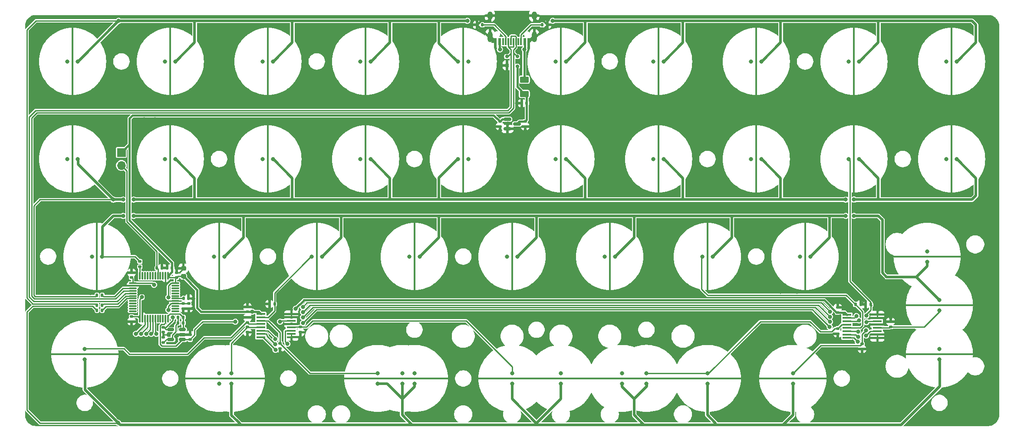
<source format=gbr>
%TF.GenerationSoftware,KiCad,Pcbnew,8.0.8*%
%TF.CreationDate,2025-05-03T21:31:00+02:00*%
%TF.ProjectId,pandemonium EC 2 Layer,70616e64-656d-46f6-9e69-756d20454320,rev?*%
%TF.SameCoordinates,Original*%
%TF.FileFunction,Copper,L2,Bot*%
%TF.FilePolarity,Positive*%
%FSLAX46Y46*%
G04 Gerber Fmt 4.6, Leading zero omitted, Abs format (unit mm)*
G04 Created by KiCad (PCBNEW 8.0.8) date 2025-05-03 21:31:00*
%MOMM*%
%LPD*%
G01*
G04 APERTURE LIST*
G04 Aperture macros list*
%AMRoundRect*
0 Rectangle with rounded corners*
0 $1 Rounding radius*
0 $2 $3 $4 $5 $6 $7 $8 $9 X,Y pos of 4 corners*
0 Add a 4 corners polygon primitive as box body*
4,1,4,$2,$3,$4,$5,$6,$7,$8,$9,$2,$3,0*
0 Add four circle primitives for the rounded corners*
1,1,$1+$1,$2,$3*
1,1,$1+$1,$4,$5*
1,1,$1+$1,$6,$7*
1,1,$1+$1,$8,$9*
0 Add four rect primitives between the rounded corners*
20,1,$1+$1,$2,$3,$4,$5,0*
20,1,$1+$1,$4,$5,$6,$7,0*
20,1,$1+$1,$6,$7,$8,$9,0*
20,1,$1+$1,$8,$9,$2,$3,0*%
%AMFreePoly0*
4,1,21,0.111114,6.666294,0.166294,6.611114,0.196157,6.539018,0.200000,6.500000,0.200000,-6.500000,0.196157,-6.539018,0.166294,-6.611114,0.111114,-6.666294,0.039018,-6.696157,-0.039018,-6.696157,-0.111114,-6.666294,-0.166294,-6.611114,-0.196157,-6.539018,-0.200000,-6.500000,-0.200000,6.500000,-0.196157,6.539018,-0.166294,6.611114,-0.111114,6.666294,-0.039018,6.696157,0.039018,6.696157,
0.111114,6.666294,0.111114,6.666294,$1*%
%AMFreePoly1*
4,1,21,0.111114,11.429294,0.166294,11.374114,0.196157,11.302018,0.200000,11.263000,0.200000,-6.500000,0.196157,-6.539018,0.166294,-6.611114,0.111114,-6.666294,0.039018,-6.696157,-0.039018,-6.696157,-0.111114,-6.666294,-0.166294,-6.611114,-0.196157,-6.539018,-0.200000,-6.500000,-0.200000,11.263000,-0.196157,11.302018,-0.166294,11.374114,-0.111114,11.429294,-0.039018,11.459157,0.039018,11.459157,
0.111114,11.429294,0.111114,11.429294,$1*%
%AMFreePoly2*
4,1,21,0.111114,7.857294,0.166294,7.802114,0.196157,7.730018,0.200000,7.691000,0.200000,-7.691000,0.196157,-7.730018,0.166294,-7.802114,0.111114,-7.857294,0.039018,-7.887157,-0.039018,-7.887157,-0.111114,-7.857294,-0.166294,-7.802114,-0.196157,-7.730018,-0.200000,-7.691000,-0.200000,7.691000,-0.196157,7.730018,-0.166294,7.802114,-0.111114,7.857294,-0.039018,7.887157,0.039018,7.887157,
0.111114,7.857294,0.111114,7.857294,$1*%
%AMFreePoly3*
4,1,21,0.111114,11.428794,0.166294,11.373614,0.196157,11.301518,0.200000,11.262500,0.200000,-8.812500,0.196157,-8.851518,0.166294,-8.923614,0.111114,-8.978794,0.039018,-9.008657,-0.039018,-9.008657,-0.111114,-8.978794,-0.166294,-8.923614,-0.196157,-8.851518,-0.200000,-8.812500,-0.200000,11.262500,-0.196157,11.301518,-0.166294,11.373614,-0.111114,11.428794,-0.039018,11.458657,0.039018,11.458657,
0.111114,11.428794,0.111114,11.428794,$1*%
G04 Aperture macros list end*
%TA.AperFunction,ComponentPad*%
%ADD10C,0.800000*%
%TD*%
%TA.AperFunction,SMDPad,CuDef*%
%ADD11FreePoly0,0.000000*%
%TD*%
%TA.AperFunction,SMDPad,CuDef*%
%ADD12FreePoly0,270.000000*%
%TD*%
%TA.AperFunction,SMDPad,CuDef*%
%ADD13FreePoly0,180.000000*%
%TD*%
%TA.AperFunction,SMDPad,CuDef*%
%ADD14FreePoly1,90.000000*%
%TD*%
%TA.AperFunction,SMDPad,CuDef*%
%ADD15FreePoly2,270.000000*%
%TD*%
%TA.AperFunction,SMDPad,CuDef*%
%ADD16FreePoly0,90.000000*%
%TD*%
%TA.AperFunction,SMDPad,CuDef*%
%ADD17FreePoly3,90.000000*%
%TD*%
%TA.AperFunction,ComponentPad*%
%ADD18R,1.700000X1.700000*%
%TD*%
%TA.AperFunction,ComponentPad*%
%ADD19O,1.700000X1.700000*%
%TD*%
%TA.AperFunction,SMDPad,CuDef*%
%ADD20RoundRect,0.140000X-0.140000X-0.170000X0.140000X-0.170000X0.140000X0.170000X-0.140000X0.170000X0*%
%TD*%
%TA.AperFunction,SMDPad,CuDef*%
%ADD21RoundRect,0.150000X-0.587500X-0.150000X0.587500X-0.150000X0.587500X0.150000X-0.587500X0.150000X0*%
%TD*%
%TA.AperFunction,SMDPad,CuDef*%
%ADD22RoundRect,0.140000X-0.170000X0.140000X-0.170000X-0.140000X0.170000X-0.140000X0.170000X0.140000X0*%
%TD*%
%TA.AperFunction,SMDPad,CuDef*%
%ADD23RoundRect,0.075000X0.662500X0.075000X-0.662500X0.075000X-0.662500X-0.075000X0.662500X-0.075000X0*%
%TD*%
%TA.AperFunction,SMDPad,CuDef*%
%ADD24RoundRect,0.075000X0.075000X0.662500X-0.075000X0.662500X-0.075000X-0.662500X0.075000X-0.662500X0*%
%TD*%
%TA.AperFunction,SMDPad,CuDef*%
%ADD25RoundRect,0.135000X0.135000X0.185000X-0.135000X0.185000X-0.135000X-0.185000X0.135000X-0.185000X0*%
%TD*%
%TA.AperFunction,SMDPad,CuDef*%
%ADD26RoundRect,0.135000X-0.135000X-0.185000X0.135000X-0.185000X0.135000X0.185000X-0.135000X0.185000X0*%
%TD*%
%TA.AperFunction,SMDPad,CuDef*%
%ADD27R,0.600000X1.450000*%
%TD*%
%TA.AperFunction,SMDPad,CuDef*%
%ADD28R,0.300000X1.450000*%
%TD*%
%TA.AperFunction,HeatsinkPad*%
%ADD29O,1.000000X1.600000*%
%TD*%
%TA.AperFunction,HeatsinkPad*%
%ADD30O,1.000000X2.100000*%
%TD*%
%TA.AperFunction,SMDPad,CuDef*%
%ADD31RoundRect,0.140000X0.170000X-0.140000X0.170000X0.140000X-0.170000X0.140000X-0.170000X-0.140000X0*%
%TD*%
%TA.AperFunction,SMDPad,CuDef*%
%ADD32RoundRect,0.150000X0.512500X0.150000X-0.512500X0.150000X-0.512500X-0.150000X0.512500X-0.150000X0*%
%TD*%
%TA.AperFunction,SMDPad,CuDef*%
%ADD33RoundRect,0.140000X0.140000X0.170000X-0.140000X0.170000X-0.140000X-0.170000X0.140000X-0.170000X0*%
%TD*%
%TA.AperFunction,SMDPad,CuDef*%
%ADD34RoundRect,0.135000X0.185000X-0.135000X0.185000X0.135000X-0.185000X0.135000X-0.185000X-0.135000X0*%
%TD*%
%TA.AperFunction,SMDPad,CuDef*%
%ADD35RoundRect,0.135000X-0.185000X0.135000X-0.185000X-0.135000X0.185000X-0.135000X0.185000X0.135000X0*%
%TD*%
%TA.AperFunction,SMDPad,CuDef*%
%ADD36R,1.778000X0.419100*%
%TD*%
%TA.AperFunction,SMDPad,CuDef*%
%ADD37RoundRect,0.250000X-0.625000X0.375000X-0.625000X-0.375000X0.625000X-0.375000X0.625000X0.375000X0*%
%TD*%
%TA.AperFunction,SMDPad,CuDef*%
%ADD38RoundRect,0.175000X-0.175000X-0.325000X0.175000X-0.325000X0.175000X0.325000X-0.175000X0.325000X0*%
%TD*%
%TA.AperFunction,SMDPad,CuDef*%
%ADD39RoundRect,0.150000X-0.200000X-0.150000X0.200000X-0.150000X0.200000X0.150000X-0.200000X0.150000X0*%
%TD*%
%TA.AperFunction,SMDPad,CuDef*%
%ADD40RoundRect,0.225000X0.250000X-0.225000X0.250000X0.225000X-0.250000X0.225000X-0.250000X-0.225000X0*%
%TD*%
%TA.AperFunction,ViaPad*%
%ADD41C,0.800000*%
%TD*%
%TA.AperFunction,Conductor*%
%ADD42C,0.250000*%
%TD*%
%TA.AperFunction,Conductor*%
%ADD43C,0.381000*%
%TD*%
%TA.AperFunction,Conductor*%
%ADD44C,0.500000*%
%TD*%
G04 APERTURE END LIST*
D10*
%TO.P,SW_EC12,1,1*%
%TO.N,COL1*%
X59325000Y-52387500D03*
%TO.P,SW_EC12,2,2*%
%TO.N,ROW1*%
X61325000Y-52387500D03*
D11*
%TO.P,SW_EC12,3,SG*%
%TO.N,GND*%
X60325000Y-52387500D03*
%TD*%
D10*
%TO.P,SW_EC2,1,1*%
%TO.N,COL1*%
X59325000Y-33337500D03*
%TO.P,SW_EC2,2,2*%
%TO.N,ROW0*%
X61325000Y-33337500D03*
D11*
%TO.P,SW_EC2,3,SG*%
%TO.N,GND*%
X60325000Y-33337500D03*
%TD*%
D10*
%TO.P,SW_EC26,1,1*%
%TO.N,COL5*%
X145050000Y-71437500D03*
%TO.P,SW_EC26,2,2*%
%TO.N,ROW2*%
X147050000Y-71437500D03*
D11*
%TO.P,SW_EC26,3,SG*%
%TO.N,GND*%
X146050000Y-71437500D03*
%TD*%
D10*
%TO.P,SW_EC40,1,1*%
%TO.N,COL5*%
X165100000Y-94250000D03*
%TO.P,SW_EC40,2,2*%
%TO.N,ROW3*%
X165100000Y-96250000D03*
D12*
%TO.P,SW_EC40,3,SG*%
%TO.N,GND*%
X165100000Y-95250000D03*
%TD*%
D10*
%TO.P,SW_EC6,1,1*%
%TO.N,COL5*%
X135525000Y-33337500D03*
%TO.P,SW_EC6,2,2*%
%TO.N,ROW0*%
X137525000Y-33337500D03*
D11*
%TO.P,SW_EC6,3,SG*%
%TO.N,GND*%
X136525000Y-33337500D03*
%TD*%
D10*
%TO.P,SW_EC15,1,1*%
%TO.N,COL4*%
X118475000Y-52387500D03*
%TO.P,SW_EC15,2,2*%
%TO.N,ROW1*%
X116475000Y-52387500D03*
D13*
%TO.P,SW_EC15,3,SG*%
%TO.N,GND*%
X117475000Y-52387500D03*
%TD*%
D10*
%TO.P,SW_EC20,1,1*%
%TO.N,COL9*%
X211725000Y-52387500D03*
%TO.P,SW_EC20,2,2*%
%TO.N,ROW1*%
X213725000Y-52387500D03*
D11*
%TO.P,SW_EC20,3,SG*%
%TO.N,GND*%
X212725000Y-52387500D03*
%TD*%
D10*
%TO.P,SW_EC36,1,1*%
%TO.N,COL5*%
X148430750Y-94248000D03*
X153193250Y-94248000D03*
%TO.P,SW_EC36,2,2*%
%TO.N,ROW3*%
X148430750Y-96248000D03*
X153193250Y-96252000D03*
D14*
%TO.P,SW_EC36,3,SG*%
%TO.N,GND*%
X153193750Y-95250000D03*
%TD*%
D10*
%TO.P,SW_EC39,1,1*%
%TO.N,COL9*%
X210343750Y-89487500D03*
%TO.P,SW_EC39,2,2*%
%TO.N,ROW3*%
X210343750Y-91487500D03*
D12*
%TO.P,SW_EC39,3,SG*%
%TO.N,GND*%
X210343750Y-90487500D03*
%TD*%
D10*
%TO.P,SW_EC9,1,1*%
%TO.N,COL8*%
X192675000Y-33337500D03*
%TO.P,SW_EC9,2,2*%
%TO.N,ROW0*%
X194675000Y-33337500D03*
D11*
%TO.P,SW_EC9,3,SG*%
%TO.N,GND*%
X193675000Y-33337500D03*
%TD*%
D10*
%TO.P,SW_EC25,1,1*%
%TO.N,COL4*%
X126000000Y-71437500D03*
%TO.P,SW_EC25,2,2*%
%TO.N,ROW2*%
X128000000Y-71437500D03*
D11*
%TO.P,SW_EC25,3,SG*%
%TO.N,GND*%
X127000000Y-71437500D03*
%TD*%
D10*
%TO.P,SW_EC11,1,1*%
%TO.N,COL0*%
X40275000Y-52387500D03*
%TO.P,SW_EC11,2,2*%
%TO.N,ROW1*%
X42275000Y-52387500D03*
D11*
%TO.P,SW_EC11,3,SG*%
%TO.N,GND*%
X41275000Y-52387500D03*
%TD*%
D10*
%TO.P,SW_EC34,1,1*%
%TO.N,COL4*%
X136525000Y-94250000D03*
%TO.P,SW_EC34,2,2*%
%TO.N,ROW3*%
X136525000Y-96250000D03*
D12*
%TO.P,SW_EC34,3,SG*%
%TO.N,GND*%
X136525000Y-95250000D03*
%TD*%
D10*
%TO.P,SW_EC38,1,1*%
%TO.N,COL7*%
X181768750Y-94250000D03*
%TO.P,SW_EC38,2,2*%
%TO.N,ROW3*%
X181768750Y-96250000D03*
D12*
%TO.P,SW_EC38,3,SG*%
%TO.N,GND*%
X181768750Y-95250000D03*
%TD*%
D10*
%TO.P,SW_EC5,1,1*%
%TO.N,COL4*%
X118475000Y-33337500D03*
%TO.P,SW_EC5,2,2*%
%TO.N,ROW0*%
X116475000Y-33337500D03*
D13*
%TO.P,SW_EC5,3,SG*%
%TO.N,GND*%
X117475000Y-33337500D03*
%TD*%
D10*
%TO.P,SW_EC35,1,1*%
%TO.N,COL4*%
X127000000Y-94250000D03*
%TO.P,SW_EC35,2,2*%
%TO.N,ROW3*%
X127000000Y-96250000D03*
D12*
%TO.P,SW_EC35,3,SG*%
%TO.N,GND*%
X127000000Y-95250000D03*
%TD*%
D10*
%TO.P,SW_EC31,1,1*%
%TO.N,COL0*%
X43656250Y-89487500D03*
%TO.P,SW_EC31,2,2*%
%TO.N,ROW3*%
X43656250Y-91487500D03*
D12*
%TO.P,SW_EC31,3,SG*%
%TO.N,GND*%
X43656250Y-90487500D03*
%TD*%
D10*
%TO.P,SW_EC8,1,1*%
%TO.N,COL7*%
X173625000Y-33337500D03*
%TO.P,SW_EC8,2,2*%
%TO.N,ROW0*%
X175625000Y-33337500D03*
D11*
%TO.P,SW_EC8,3,SG*%
%TO.N,GND*%
X174625000Y-33337500D03*
%TD*%
D10*
%TO.P,SW_EC29,1,1*%
%TO.N,COL9*%
X207962500Y-70437500D03*
%TO.P,SW_EC29,2,2*%
%TO.N,ROW2*%
X207962500Y-72437500D03*
D12*
%TO.P,SW_EC29,3,SG*%
%TO.N,GND*%
X207962500Y-71437500D03*
%TD*%
D10*
%TO.P,SW_EC16,1,1*%
%TO.N,COL5*%
X135525000Y-52387500D03*
%TO.P,SW_EC16,2,2*%
%TO.N,ROW1*%
X137525000Y-52387500D03*
D11*
%TO.P,SW_EC16,3,SG*%
%TO.N,GND*%
X136525000Y-52387500D03*
%TD*%
D10*
%TO.P,SW_EC19,1,1*%
%TO.N,COL8*%
X192675000Y-52387500D03*
%TO.P,SW_EC19,2,2*%
%TO.N,ROW1*%
X194675000Y-52387500D03*
D11*
%TO.P,SW_EC19,3,SG*%
%TO.N,GND*%
X193675000Y-52387500D03*
%TD*%
D10*
%TO.P,SW_EC4,1,1*%
%TO.N,COL3*%
X97425000Y-33337500D03*
%TO.P,SW_EC4,2,2*%
%TO.N,ROW0*%
X99425000Y-33337500D03*
D11*
%TO.P,SW_EC4,3,SG*%
%TO.N,GND*%
X98425000Y-33337500D03*
%TD*%
D10*
%TO.P,SW_EC14,1,1*%
%TO.N,COL3*%
X97425000Y-52387500D03*
%TO.P,SW_EC14,2,2*%
%TO.N,ROW1*%
X99425000Y-52387500D03*
D11*
%TO.P,SW_EC14,3,SG*%
%TO.N,GND*%
X98425000Y-52387500D03*
%TD*%
D10*
%TO.P,SW_EC27,1,1*%
%TO.N,COL6*%
X164100000Y-71437500D03*
%TO.P,SW_EC27,2,2*%
%TO.N,ROW2*%
X166100000Y-71437500D03*
D11*
%TO.P,SW_EC27,3,SG*%
%TO.N,GND*%
X165100000Y-71437500D03*
%TD*%
D10*
%TO.P,SW_EC7,1,1*%
%TO.N,COL6*%
X154575000Y-33337500D03*
%TO.P,SW_EC7,2,2*%
%TO.N,ROW0*%
X156575000Y-33337500D03*
D11*
%TO.P,SW_EC7,3,SG*%
%TO.N,GND*%
X155575000Y-33337500D03*
%TD*%
D10*
%TO.P,SW_EC23,1,1*%
%TO.N,COL2*%
X87900000Y-71437500D03*
%TO.P,SW_EC23,2,2*%
%TO.N,ROW2*%
X89900000Y-71437500D03*
D11*
%TO.P,SW_EC23,3,SG*%
%TO.N,GND*%
X88900000Y-71437500D03*
%TD*%
D10*
%TO.P,SW_EC21,1,1*%
%TO.N,COL0*%
X45037500Y-71437500D03*
%TO.P,SW_EC21,2,2*%
%TO.N,ROW2*%
X47037500Y-71437500D03*
D11*
%TO.P,SW_EC21,3,SG*%
%TO.N,GND*%
X46037500Y-71437500D03*
%TD*%
D10*
%TO.P,SW_EC1,1,1*%
%TO.N,COL0*%
X40275000Y-33337500D03*
%TO.P,SW_EC1,2,2*%
%TO.N,ROW0*%
X42275000Y-33337500D03*
D11*
%TO.P,SW_EC1,3,SG*%
%TO.N,GND*%
X41275000Y-33337500D03*
%TD*%
D10*
%TO.P,SW_EC32,1,1*%
%TO.N,COL1*%
X69850000Y-94248000D03*
X72230000Y-94248000D03*
%TO.P,SW_EC32,2,2*%
%TO.N,ROW3*%
X69850000Y-96252000D03*
X72230000Y-96252000D03*
D15*
%TO.P,SW_EC32,3,SG*%
%TO.N,GND*%
X71040625Y-95250000D03*
%TD*%
D10*
%TO.P,SW_EC24,1,1*%
%TO.N,COL3*%
X106950000Y-71437500D03*
%TO.P,SW_EC24,2,2*%
%TO.N,ROW2*%
X108950000Y-71437500D03*
D11*
%TO.P,SW_EC24,3,SG*%
%TO.N,GND*%
X107950000Y-71437500D03*
%TD*%
D10*
%TO.P,SW_EC28,1,1*%
%TO.N,COL7*%
X183150000Y-71437500D03*
%TO.P,SW_EC28,2,2*%
%TO.N,ROW2*%
X185150000Y-71437500D03*
D11*
%TO.P,SW_EC28,3,SG*%
%TO.N,GND*%
X184150000Y-71437500D03*
%TD*%
D10*
%TO.P,SW_EC17,1,1*%
%TO.N,COL6*%
X154575000Y-52387500D03*
%TO.P,SW_EC17,2,2*%
%TO.N,ROW1*%
X156575000Y-52387500D03*
D11*
%TO.P,SW_EC17,3,SG*%
%TO.N,GND*%
X155575000Y-52387500D03*
%TD*%
D10*
%TO.P,SW_EC13,1,1*%
%TO.N,COL2*%
X78375000Y-52387500D03*
%TO.P,SW_EC13,2,2*%
%TO.N,ROW1*%
X80375000Y-52387500D03*
D11*
%TO.P,SW_EC13,3,SG*%
%TO.N,GND*%
X79375000Y-52387500D03*
%TD*%
D10*
%TO.P,SW_EC18,1,1*%
%TO.N,COL7*%
X173625000Y-52387500D03*
%TO.P,SW_EC18,2,2*%
%TO.N,ROW1*%
X175625000Y-52387500D03*
D11*
%TO.P,SW_EC18,3,SG*%
%TO.N,GND*%
X174625000Y-52387500D03*
%TD*%
D10*
%TO.P,SW_EC30,1,1*%
%TO.N,COL9*%
X210343750Y-81962500D03*
%TO.P,SW_EC30,2,2*%
%TO.N,ROW2*%
X210343750Y-79962500D03*
D16*
%TO.P,SW_EC30,3,SG*%
%TO.N,GND*%
X210343750Y-80962500D03*
%TD*%
D10*
%TO.P,SW_EC33,1,1*%
%TO.N,COL3*%
X100805454Y-94250000D03*
X105568750Y-94250000D03*
X107949204Y-94250000D03*
%TO.P,SW_EC33,2,2*%
%TO.N,ROW3*%
X100805454Y-96250000D03*
X105568750Y-96250000D03*
X107949204Y-96250000D03*
D17*
%TO.P,SW_EC33,3,SG*%
%TO.N,GND*%
X105568750Y-95250000D03*
%TD*%
D10*
%TO.P,SW_EC3,1,1*%
%TO.N,COL2*%
X78375000Y-33337500D03*
%TO.P,SW_EC3,2,2*%
%TO.N,ROW0*%
X80375000Y-33337500D03*
D11*
%TO.P,SW_EC3,3,SG*%
%TO.N,GND*%
X79375000Y-33337500D03*
%TD*%
D10*
%TO.P,SW_EC10,1,1*%
%TO.N,COL9*%
X211725000Y-33337500D03*
%TO.P,SW_EC10,2,2*%
%TO.N,ROW0*%
X213725000Y-33337500D03*
D11*
%TO.P,SW_EC10,3,SG*%
%TO.N,GND*%
X212725000Y-33337500D03*
%TD*%
D10*
%TO.P,SW_EC22,1,1*%
%TO.N,COL1*%
X68850000Y-71437500D03*
%TO.P,SW_EC22,2,2*%
%TO.N,ROW2*%
X70850000Y-71437500D03*
D11*
%TO.P,SW_EC22,3,SG*%
%TO.N,GND*%
X69850000Y-71437500D03*
%TD*%
D18*
%TO.P,SW1,1,1*%
%TO.N,+3V3*%
X50800000Y-51112500D03*
D19*
%TO.P,SW1,2,2*%
%TO.N,BOOT0*%
X50800000Y-53652500D03*
%TD*%
D20*
%TO.P,C40,1*%
%TO.N,NRST*%
X62919561Y-79628486D03*
%TO.P,C40,2*%
%TO.N,GND*%
X63879561Y-79628486D03*
%TD*%
D21*
%TO.P,U9,1,GND*%
%TO.N,GND*%
X126062500Y-46507500D03*
%TO.P,U9,2,VO*%
%TO.N,+3V3*%
X126062500Y-44607500D03*
%TO.P,U9,3,VI*%
%TO.N,+5V*%
X127937500Y-45557500D03*
%TD*%
D22*
%TO.P,C38,1*%
%TO.N,+3V3*%
X52784658Y-83177500D03*
%TO.P,C38,2*%
%TO.N,GND*%
X52784658Y-84137500D03*
%TD*%
D23*
%TO.P,U8,1,VBAT*%
%TO.N,+3V3*%
X61312500Y-76625000D03*
%TO.P,U8,2,PC13*%
%TO.N,unconnected-(U8-PC13-Pad2)*%
X61312500Y-77125000D03*
%TO.P,U8,3,PC14*%
%TO.N,unconnected-(U8-PC14-Pad3)*%
X61312500Y-77625000D03*
%TO.P,U8,4,PC15*%
%TO.N,unconnected-(U8-PC15-Pad4)*%
X61312500Y-78125000D03*
%TO.P,U8,5,PF0*%
%TO.N,unconnected-(U8-PF0-Pad5)*%
X61312500Y-78625000D03*
%TO.P,U8,6,PF1*%
%TO.N,unconnected-(U8-PF1-Pad6)*%
X61312500Y-79125000D03*
%TO.P,U8,7,NRST*%
%TO.N,NRST*%
X61312500Y-79625000D03*
%TO.P,U8,8,VSSA*%
%TO.N,GND*%
X61312500Y-80125000D03*
%TO.P,U8,9,VDDA*%
%TO.N,+3V3*%
X61312500Y-80625000D03*
%TO.P,U8,10,PA0*%
%TO.N,unconnected-(U8-PA0-Pad10)*%
X61312500Y-81125000D03*
%TO.P,U8,11,PA1*%
%TO.N,unconnected-(U8-PA1-Pad11)*%
X61312500Y-81625000D03*
%TO.P,U8,12,PA2*%
%TO.N,unconnected-(U8-PA2-Pad12)*%
X61312500Y-82125000D03*
D24*
%TO.P,U8,13,PA3*%
%TO.N,ADC*%
X59900000Y-83537500D03*
%TO.P,U8,14,PA4*%
%TO.N,APLEX_OUT*%
X59400000Y-83537500D03*
%TO.P,U8,15,PA5*%
%TO.N,unconnected-(U8-PA5-Pad15)*%
X58900000Y-83537500D03*
%TO.P,U8,16,PA6*%
%TO.N,unconnected-(U8-PA6-Pad16)*%
X58400000Y-83537500D03*
%TO.P,U8,17,PA7*%
%TO.N,unconnected-(U8-PA7-Pad17)*%
X57900000Y-83537500D03*
%TO.P,U8,18,PB0*%
%TO.N,AMUX_SEL_0*%
X57400000Y-83537500D03*
%TO.P,U8,19,PB1*%
%TO.N,AMUX_SEL_1*%
X56900000Y-83537500D03*
%TO.P,U8,20,PB2*%
%TO.N,AMUX_SEL_2*%
X56400000Y-83537500D03*
%TO.P,U8,21,PB10*%
%TO.N,APLEX_EN_PIN_0*%
X55900000Y-83537500D03*
%TO.P,U8,22,PB11*%
%TO.N,APLEX_EN_PIN_1*%
X55400000Y-83537500D03*
%TO.P,U8,23,VSS*%
%TO.N,GND*%
X54900000Y-83537500D03*
%TO.P,U8,24,VDD*%
%TO.N,+3V3*%
X54400000Y-83537500D03*
D23*
%TO.P,U8,25,PB12*%
%TO.N,unconnected-(U8-PB12-Pad25)*%
X52987500Y-82125000D03*
%TO.P,U8,26,PB13*%
%TO.N,unconnected-(U8-PB13-Pad26)*%
X52987500Y-81625000D03*
%TO.P,U8,27,PB14*%
%TO.N,unconnected-(U8-PB14-Pad27)*%
X52987500Y-81125000D03*
%TO.P,U8,28,PB15*%
%TO.N,unconnected-(U8-PB15-Pad28)*%
X52987500Y-80625000D03*
%TO.P,U8,29,PA8*%
%TO.N,unconnected-(U8-PA8-Pad29)*%
X52987500Y-80125000D03*
%TO.P,U8,30,PA9*%
%TO.N,Net-(U8-PA9)*%
X52987500Y-79625000D03*
%TO.P,U8,31,PA10*%
%TO.N,Net-(U8-PA10)*%
X52987500Y-79125000D03*
%TO.P,U8,32,PA11*%
%TO.N,D_N*%
X52987500Y-78625000D03*
%TO.P,U8,33,PA12*%
%TO.N,D_P*%
X52987500Y-78125000D03*
%TO.P,U8,34,PA13*%
%TO.N,Net-(U8-PA13)*%
X52987500Y-77625000D03*
%TO.P,U8,35,VSS*%
%TO.N,GND*%
X52987500Y-77125000D03*
%TO.P,U8,36,VDDIO2*%
%TO.N,+3V3*%
X52987500Y-76625000D03*
D24*
%TO.P,U8,37,PA14*%
%TO.N,Net-(U8-PA14)*%
X54400000Y-75212500D03*
%TO.P,U8,38,PA15*%
%TO.N,unconnected-(U8-PA15-Pad38)*%
X54900000Y-75212500D03*
%TO.P,U8,39,PB3*%
%TO.N,unconnected-(U8-PB3-Pad39)*%
X55400000Y-75212500D03*
%TO.P,U8,40,PB4*%
%TO.N,unconnected-(U8-PB4-Pad40)*%
X55900000Y-75212500D03*
%TO.P,U8,41,PB5*%
%TO.N,unconnected-(U8-PB5-Pad41)*%
X56400000Y-75212500D03*
%TO.P,U8,42,PB6*%
%TO.N,unconnected-(U8-PB6-Pad42)*%
X56900000Y-75212500D03*
%TO.P,U8,43,PB7*%
%TO.N,unconnected-(U8-PB7-Pad43)*%
X57400000Y-75212500D03*
%TO.P,U8,44,BOOT0*%
%TO.N,BOOT0*%
X57900000Y-75212500D03*
%TO.P,U8,45,PB8*%
%TO.N,unconnected-(U8-PB8-Pad45)*%
X58400000Y-75212500D03*
%TO.P,U8,46,PB9*%
%TO.N,unconnected-(U8-PB9-Pad46)*%
X58900000Y-75212500D03*
%TO.P,U8,47,VSS*%
%TO.N,GND*%
X59400000Y-75212500D03*
%TO.P,U8,48,VDD*%
%TO.N,+3V3*%
X59900000Y-75212500D03*
%TD*%
D25*
%TO.P,R30,1*%
%TO.N,GND*%
X133860000Y-26193750D03*
%TO.P,R30,2*%
%TO.N,Net-(J1-CC2)*%
X132840000Y-26193750D03*
%TD*%
D26*
%TO.P,R20,1*%
%TO.N,BOOT0*%
X57717500Y-73682441D03*
%TO.P,R20,2*%
%TO.N,GND*%
X58737500Y-73682441D03*
%TD*%
D27*
%TO.P,J1,A1,GND*%
%TO.N,GND*%
X123750000Y-29445000D03*
%TO.P,J1,A4,VBUS*%
%TO.N,VBUS*%
X124550000Y-29445000D03*
D28*
%TO.P,J1,A5,CC1*%
%TO.N,Net-(J1-CC1)*%
X125750000Y-29445000D03*
%TO.P,J1,A6,D+*%
%TO.N,D_P*%
X126750000Y-29445000D03*
%TO.P,J1,A7,D-*%
%TO.N,D_N*%
X127250000Y-29445000D03*
%TO.P,J1,A8,SBU1*%
%TO.N,unconnected-(J1-SBU1-PadA8)*%
X128250000Y-29445000D03*
D27*
%TO.P,J1,A9,VBUS*%
%TO.N,VBUS*%
X129450000Y-29445000D03*
%TO.P,J1,A12,GND*%
%TO.N,GND*%
X130250000Y-29445000D03*
%TO.P,J1,B1,GND*%
X130250000Y-29445000D03*
%TO.P,J1,B4,VBUS*%
%TO.N,VBUS*%
X129450000Y-29445000D03*
D28*
%TO.P,J1,B5,CC2*%
%TO.N,Net-(J1-CC2)*%
X128750000Y-29445000D03*
%TO.P,J1,B6,D+*%
%TO.N,D_P*%
X127750000Y-29445000D03*
%TO.P,J1,B7,D-*%
%TO.N,D_N*%
X126250000Y-29445000D03*
%TO.P,J1,B8,SBU2*%
%TO.N,unconnected-(J1-SBU2-PadB8)*%
X125250000Y-29445000D03*
D27*
%TO.P,J1,B9,VBUS*%
%TO.N,VBUS*%
X124550000Y-29445000D03*
%TO.P,J1,B12,GND*%
%TO.N,GND*%
X123750000Y-29445000D03*
D29*
%TO.P,J1,S1,SHIELD*%
X122680000Y-24350000D03*
D30*
X122680000Y-28530000D03*
D29*
X131320000Y-24350000D03*
D30*
X131320000Y-28530000D03*
%TD*%
D22*
%TO.P,C34,1*%
%TO.N,+3V3*%
X62864081Y-80630576D03*
%TO.P,C34,2*%
%TO.N,GND*%
X62864081Y-81590576D03*
%TD*%
D31*
%TO.P,C42,1*%
%TO.N,GND*%
X124618750Y-46037500D03*
%TO.P,C42,2*%
%TO.N,+3V3*%
X124618750Y-45077500D03*
%TD*%
D25*
%TO.P,R25,1*%
%TO.N,COL8*%
X196960000Y-80801700D03*
%TO.P,R25,2*%
%TO.N,GND*%
X195940000Y-80801700D03*
%TD*%
D22*
%TO.P,C39,1*%
%TO.N,+3V3*%
X63923750Y-80630576D03*
%TO.P,C39,2*%
%TO.N,GND*%
X63923750Y-81590576D03*
%TD*%
D25*
%TO.P,R15,1*%
%TO.N,ADC*%
X62872500Y-83300000D03*
%TO.P,R15,2*%
%TO.N,Net-(U5--)*%
X61852500Y-83300000D03*
%TD*%
D22*
%TO.P,C31,1*%
%TO.N,GND*%
X75406250Y-81276250D03*
%TO.P,C31,2*%
%TO.N,+3V3*%
X75406250Y-82236250D03*
%TD*%
D31*
%TO.P,C41,1*%
%TO.N,GND*%
X129531250Y-46037500D03*
%TO.P,C41,2*%
%TO.N,+5V*%
X129531250Y-45077500D03*
%TD*%
D32*
%TO.P,U5,1*%
%TO.N,ADC*%
X62706250Y-85725000D03*
%TO.P,U5,2,V-*%
%TO.N,GND*%
X62706250Y-86675000D03*
%TO.P,U5,3,+*%
%TO.N,APLEX_OUT*%
X62706250Y-87625000D03*
%TO.P,U5,4,-*%
%TO.N,Net-(U5--)*%
X60431250Y-87625000D03*
%TO.P,U5,5,V+*%
%TO.N,+3V3*%
X60431250Y-85725000D03*
%TD*%
D33*
%TO.P,C44,1*%
%TO.N,+5V*%
X129861250Y-41462500D03*
%TO.P,C44,2*%
%TO.N,GND*%
X128901250Y-41462500D03*
%TD*%
D31*
%TO.P,C30,1*%
%TO.N,APLEX_OUT*%
X64195574Y-87626430D03*
%TO.P,C30,2*%
%TO.N,GND*%
X64195574Y-86666430D03*
%TD*%
D34*
%TO.P,R3,1*%
%TO.N,Net-(U8-PA14)*%
X54407441Y-73416326D03*
%TO.P,R3,2*%
%TO.N,ROW2*%
X54407441Y-72396326D03*
%TD*%
D35*
%TO.P,R17,1*%
%TO.N,COL3*%
X81756250Y-88390000D03*
%TO.P,R17,2*%
%TO.N,GND*%
X81756250Y-89410000D03*
%TD*%
%TO.P,R21,1*%
%TO.N,COL4*%
X85725000Y-85215000D03*
%TO.P,R21,2*%
%TO.N,GND*%
X85725000Y-86235000D03*
%TD*%
D22*
%TO.P,C32,1*%
%TO.N,GND*%
X190500000Y-81384200D03*
%TO.P,C32,2*%
%TO.N,+3V3*%
X190500000Y-82344200D03*
%TD*%
D25*
%TO.P,R18,1*%
%TO.N,COL2*%
X80678750Y-80693750D03*
%TO.P,R18,2*%
%TO.N,GND*%
X79658750Y-80693750D03*
%TD*%
D36*
%TO.P,U6,1,A4*%
%TO.N,GND*%
X83936840Y-82657950D03*
%TO.P,U6,2,A6*%
X83936840Y-83308190D03*
%TO.P,U6,3,A*%
%TO.N,APLEX_OUT*%
X83936840Y-83958430D03*
%TO.P,U6,4,A7*%
%TO.N,GND*%
X83936840Y-84608670D03*
%TO.P,U6,5,A5*%
%TO.N,COL4*%
X83936840Y-85253830D03*
%TO.P,U6,6,~{E}*%
%TO.N,APLEX_EN_PIN_0*%
X83936840Y-85904070D03*
%TO.P,U6,7,VEE*%
%TO.N,GND*%
X83936840Y-86554310D03*
%TO.P,U6,8,GND*%
X83936840Y-87204550D03*
%TO.P,U6,9,S2*%
%TO.N,AMUX_SEL_2*%
X77988160Y-87204550D03*
%TO.P,U6,10,S1*%
%TO.N,AMUX_SEL_1*%
X77988160Y-86554310D03*
%TO.P,U6,11,S0*%
%TO.N,AMUX_SEL_0*%
X77988160Y-85904070D03*
%TO.P,U6,12,A3*%
%TO.N,COL1*%
X77988160Y-85253830D03*
%TO.P,U6,13,A0*%
%TO.N,COL0*%
X77988160Y-84608670D03*
%TO.P,U6,14,A1*%
%TO.N,COL3*%
X77988160Y-83958430D03*
%TO.P,U6,15,A2*%
%TO.N,COL2*%
X77988160Y-83308190D03*
%TO.P,U6,16,VCC*%
%TO.N,+3V3*%
X77988160Y-82657950D03*
%TD*%
D31*
%TO.P,C33,1*%
%TO.N,+3V3*%
X61545824Y-75540288D03*
%TO.P,C33,2*%
%TO.N,GND*%
X61545824Y-74580288D03*
%TD*%
D25*
%TO.P,R1,1*%
%TO.N,Net-(U8-PA10)*%
X47057500Y-80968750D03*
%TO.P,R1,2*%
%TO.N,ROW0*%
X46037500Y-80968750D03*
%TD*%
D34*
%TO.P,R14,1*%
%TO.N,Net-(U5--)*%
X58993750Y-88228750D03*
%TO.P,R14,2*%
%TO.N,GND*%
X58993750Y-87208750D03*
%TD*%
D31*
%TO.P,C29,1*%
%TO.N,GND*%
X58993750Y-86211250D03*
%TO.P,C29,2*%
%TO.N,+3V3*%
X58993750Y-85251250D03*
%TD*%
D26*
%TO.P,R29,1*%
%TO.N,GND*%
X120140000Y-26193750D03*
%TO.P,R29,2*%
%TO.N,Net-(J1-CC1)*%
X121160000Y-26193750D03*
%TD*%
D25*
%TO.P,R13,1*%
%TO.N,ADC*%
X62872500Y-84393750D03*
%TO.P,R13,2*%
%TO.N,Net-(U5--)*%
X61852500Y-84393750D03*
%TD*%
D31*
%TO.P,C35,1*%
%TO.N,+3V3*%
X52784658Y-75521036D03*
%TO.P,C35,2*%
%TO.N,GND*%
X52784658Y-74561036D03*
%TD*%
D26*
%TO.P,R27,1*%
%TO.N,COL6*%
X193958750Y-80801700D03*
%TO.P,R27,2*%
%TO.N,GND*%
X194978750Y-80801700D03*
%TD*%
D35*
%TO.P,R19,1*%
%TO.N,COL1*%
X75406250Y-85215000D03*
%TO.P,R19,2*%
%TO.N,GND*%
X75406250Y-86235000D03*
%TD*%
D25*
%TO.P,R4,1*%
%TO.N,Net-(U8-PA9)*%
X47057500Y-81956250D03*
%TO.P,R4,2*%
%TO.N,ROW3*%
X46037500Y-81956250D03*
%TD*%
D37*
%TO.P,F3,1*%
%TO.N,VBUS*%
X129381250Y-36887500D03*
%TO.P,F3,2*%
%TO.N,+5V*%
X129381250Y-39687500D03*
%TD*%
D25*
%TO.P,R2,1*%
%TO.N,Net-(U8-PA13)*%
X47057500Y-78968750D03*
%TO.P,R2,2*%
%TO.N,ROW1*%
X46037500Y-78968750D03*
%TD*%
D34*
%TO.P,R28,1*%
%TO.N,COL9*%
X200818750Y-85157500D03*
%TO.P,R28,2*%
%TO.N,GND*%
X200818750Y-84137500D03*
%TD*%
D36*
%TO.P,U7,1,A4*%
%TO.N,GND*%
X198236840Y-82765900D03*
%TO.P,U7,2,A6*%
X198236840Y-83416140D03*
%TO.P,U7,3,A*%
%TO.N,APLEX_OUT*%
X198236840Y-84066380D03*
%TO.P,U7,4,A7*%
%TO.N,GND*%
X198236840Y-84716620D03*
%TO.P,U7,5,A5*%
%TO.N,COL9*%
X198236840Y-85361780D03*
%TO.P,U7,6,~{E}*%
%TO.N,APLEX_EN_PIN_1*%
X198236840Y-86012020D03*
%TO.P,U7,7,VEE*%
%TO.N,GND*%
X198236840Y-86662260D03*
%TO.P,U7,8,GND*%
X198236840Y-87312500D03*
%TO.P,U7,9,S2*%
%TO.N,AMUX_SEL_2*%
X192288160Y-87312500D03*
%TO.P,U7,10,S1*%
%TO.N,AMUX_SEL_1*%
X192288160Y-86662260D03*
%TO.P,U7,11,S0*%
%TO.N,AMUX_SEL_0*%
X192288160Y-86012020D03*
%TO.P,U7,12,A3*%
%TO.N,COL6*%
X192288160Y-85361780D03*
%TO.P,U7,13,A0*%
%TO.N,COL5*%
X192288160Y-84716620D03*
%TO.P,U7,14,A1*%
%TO.N,COL8*%
X192288160Y-84066380D03*
%TO.P,U7,15,A2*%
%TO.N,COL7*%
X192288160Y-83416140D03*
%TO.P,U7,16,VCC*%
%TO.N,+3V3*%
X192288160Y-82765900D03*
%TD*%
D35*
%TO.P,R26,1*%
%TO.N,COL7*%
X195262500Y-88497950D03*
%TO.P,R26,2*%
%TO.N,GND*%
X195262500Y-89517950D03*
%TD*%
D38*
%TO.P,U11,1,GND*%
%TO.N,GND*%
X126000000Y-34087500D03*
D39*
%TO.P,U11,2,I/O1*%
%TO.N,D_N*%
X126000000Y-32387500D03*
%TO.P,U11,3,I/O2*%
%TO.N,D_P*%
X128000000Y-32387500D03*
%TO.P,U11,4,VCC*%
%TO.N,+5V*%
X128000000Y-34287500D03*
%TD*%
D35*
%TO.P,R24,1*%
%TO.N,COL5*%
X190500000Y-85498750D03*
%TO.P,R24,2*%
%TO.N,GND*%
X190500000Y-86518750D03*
%TD*%
D40*
%TO.P,C37,1*%
%TO.N,+3V3*%
X62894069Y-75284151D03*
%TO.P,C37,2*%
%TO.N,GND*%
X62894069Y-73734151D03*
%TD*%
D33*
%TO.P,C36,1*%
%TO.N,+3V3*%
X60668750Y-73682441D03*
%TO.P,C36,2*%
%TO.N,GND*%
X59708750Y-73682441D03*
%TD*%
D34*
%TO.P,R16,1*%
%TO.N,COL0*%
X75406250Y-84363750D03*
%TO.P,R16,2*%
%TO.N,GND*%
X75406250Y-83343750D03*
%TD*%
D41*
%TO.N,GND*%
X190500000Y-80168750D03*
X185276307Y-82951990D03*
X186500554Y-84241531D03*
X187479952Y-85204606D03*
X131350277Y-46796533D03*
X39120975Y-59355183D03*
X44717264Y-78548603D03*
X56757505Y-91281250D03*
X53181250Y-91281250D03*
X53181250Y-89693750D03*
%TO.N,ROW0*%
X118268750Y-25400000D03*
X134937500Y-25400000D03*
X50267299Y-25400000D03*
%TO.N,ROW2*%
X192087500Y-63500000D03*
X193675000Y-63500000D03*
X53181250Y-63500000D03*
X51147500Y-63500000D03*
%TO.N,GND*%
X84137500Y-88106250D03*
X195475138Y-79897984D03*
X123553903Y-64382120D03*
X74346339Y-42167093D03*
X55228772Y-44649348D03*
X70643750Y-85725000D03*
X121469419Y-64382120D03*
X206911809Y-59391190D03*
X50800000Y-30162500D03*
X53232887Y-59043835D03*
X69056250Y-85725000D03*
X154260140Y-61246697D03*
X51136689Y-61849697D03*
X62706250Y-89693750D03*
X133042967Y-64382120D03*
X69850000Y-55562500D03*
X83343750Y-92075000D03*
X193675000Y-65087500D03*
X74450506Y-83345978D03*
X83343750Y-98425000D03*
X60540774Y-89693750D03*
X42492733Y-81974886D03*
X64773799Y-81578787D03*
X129530524Y-46866080D03*
X129472313Y-25171469D03*
X56038052Y-59390591D03*
X117475000Y-92075000D03*
X101600000Y-82550000D03*
X69850000Y-49212500D03*
X146050000Y-36512500D03*
X69056250Y-80962500D03*
X94927266Y-59387800D03*
X171166892Y-64382120D03*
X107950000Y-49212500D03*
X107950000Y-33337500D03*
X154260140Y-64382120D03*
X55795914Y-65770648D03*
X190273085Y-87539415D03*
X57248946Y-67205960D03*
X107950000Y-55562500D03*
X78053711Y-64385510D03*
X117475000Y-98425000D03*
X135127451Y-64382120D03*
X155575000Y-71437500D03*
X117475000Y-68262500D03*
X193675000Y-61912500D03*
X141298382Y-79200884D03*
X125080695Y-42046071D03*
X182562500Y-82550000D03*
X123553903Y-61274359D03*
X146050000Y-30162500D03*
X52387500Y-86518750D03*
X121898725Y-44673584D03*
X135127451Y-62589816D03*
X64773799Y-79633703D03*
X93464125Y-42167093D03*
X50800000Y-36512500D03*
X51141574Y-64714873D03*
X125917132Y-79200884D03*
X97011750Y-61194112D03*
X69056250Y-79375000D03*
X75392959Y-80340219D03*
X208970325Y-59391190D03*
X97011750Y-62589816D03*
X79375000Y-74612500D03*
X144473382Y-79200884D03*
X127984426Y-41454128D03*
X101600000Y-84931250D03*
X61889682Y-72130117D03*
X75969227Y-61197502D03*
X171166892Y-59345583D03*
X141287500Y-82550000D03*
X56757505Y-89693750D03*
X121469419Y-59468047D03*
X104785882Y-79200884D03*
X131347307Y-44692486D03*
X94927266Y-62589816D03*
X179387500Y-84931250D03*
X59711311Y-72816007D03*
X88900000Y-52387500D03*
X127000000Y-52387500D03*
X78053711Y-61197502D03*
X75969227Y-64385510D03*
X58122536Y-64384911D03*
X152175656Y-62589816D03*
X95522641Y-44763974D03*
X82350496Y-90354670D03*
X133042967Y-59448909D03*
X51103892Y-59081516D03*
X59981250Y-86675000D03*
X126180930Y-45507499D03*
X44740026Y-81974886D03*
X133042967Y-61255221D03*
X203200000Y-33337500D03*
X51432565Y-76887430D03*
X123553903Y-62589816D03*
X133918708Y-24813497D03*
X171166892Y-62589816D03*
X184150000Y-52387500D03*
X75401673Y-87156149D03*
X206876919Y-61197502D03*
X56038052Y-61196903D03*
X136525000Y-71437500D03*
X192087500Y-65087500D03*
X121870116Y-42076566D03*
X152175656Y-64382120D03*
X179387500Y-78281250D03*
X127000000Y-25400000D03*
X125993611Y-35625720D03*
X58643929Y-89693750D03*
X42494027Y-78474930D03*
X209005215Y-61197502D03*
X53181250Y-101600000D03*
X173251376Y-64382120D03*
X38316486Y-44201137D03*
X173831250Y-95250000D03*
X60325000Y-98425000D03*
X131345563Y-42080263D03*
X95522641Y-42167093D03*
X152175656Y-59440385D03*
X191293750Y-92075000D03*
X152175656Y-61246697D03*
X203200000Y-55562500D03*
X165100000Y-55562500D03*
X75969227Y-62593206D03*
X36512500Y-68262500D03*
X182562500Y-78281250D03*
X36223080Y-44201137D03*
X74346339Y-44709153D03*
X121469419Y-62589816D03*
X124618750Y-46831250D03*
X200818749Y-83275248D03*
X198437500Y-81756250D03*
X131402085Y-39668659D03*
X39135488Y-61197502D03*
X184150000Y-36512500D03*
X64293750Y-85725000D03*
X72231250Y-85725000D03*
X52788302Y-85095077D03*
X173251376Y-61246697D03*
X61100465Y-71200786D03*
X128283607Y-42950423D03*
X88900000Y-30162500D03*
X76439745Y-44709153D03*
X196056250Y-71437500D03*
X121469419Y-61274359D03*
X78053711Y-62593206D03*
X81756250Y-83137497D03*
X144462500Y-82550000D03*
X85725000Y-87312500D03*
X117475000Y-74612500D03*
X127004186Y-27375826D03*
X94927266Y-64382120D03*
X38316486Y-42132203D03*
X179387500Y-82550000D03*
X88900000Y-36512500D03*
X69082176Y-88269161D03*
X154260140Y-62589816D03*
X61548250Y-73724060D03*
X53259403Y-61849697D03*
X124178087Y-25246832D03*
X119512316Y-44673584D03*
X98425000Y-71437500D03*
X93464125Y-44763974D03*
X37042082Y-59391190D03*
X57322178Y-42167093D03*
X55228772Y-42132203D03*
X146050000Y-52387500D03*
X198437500Y-88900000D03*
X203200000Y-49212500D03*
X58122536Y-62592607D03*
X57150000Y-101600000D03*
X61666917Y-86848183D03*
X191293750Y-98425000D03*
X56038052Y-64384911D03*
X182362500Y-84931250D03*
X122742132Y-79200884D03*
X59993455Y-70131314D03*
X125906250Y-82550000D03*
X75969227Y-59391190D03*
X123566464Y-59453096D03*
X60325000Y-92075000D03*
X36223080Y-42132203D03*
X56038052Y-62592607D03*
X64293750Y-88900000D03*
X195262500Y-90487500D03*
X133042967Y-62589816D03*
X97011750Y-64382120D03*
X58622239Y-68579253D03*
X104775000Y-82550000D03*
X69850000Y-33337500D03*
X94927266Y-61194112D03*
X171166892Y-61246697D03*
X48391522Y-81974886D03*
X101610882Y-79200884D03*
X79663732Y-79730182D03*
X173251376Y-62589816D03*
X57150000Y-95250000D03*
X165100000Y-33337500D03*
X192087500Y-61912500D03*
X57322178Y-44649348D03*
X104775000Y-84931250D03*
X69056250Y-83343750D03*
X58141128Y-61197502D03*
X76439745Y-42167093D03*
X52796447Y-73559021D03*
X92075000Y-95250000D03*
X37007192Y-61197502D03*
X121870116Y-39695316D03*
X57150000Y-79375000D03*
X36512500Y-74612500D03*
X122731250Y-82550000D03*
X119529678Y-24865832D03*
X135127451Y-61255221D03*
X174625000Y-74612500D03*
X48391522Y-78474930D03*
X82845601Y-101623450D03*
X184150000Y-30162500D03*
X119512316Y-42068750D03*
%TO.N,ROW1*%
X49212500Y-60325000D03*
X193675000Y-60312022D03*
X53181250Y-60325000D03*
X51147500Y-60325000D03*
X192087500Y-60325000D03*
%TO.N,ROW3*%
X50123773Y-103863727D03*
%TO.N,COL7*%
X194143741Y-83051444D03*
X196056250Y-85832950D03*
%TO.N,COL8*%
X194661518Y-83906378D03*
X196111018Y-83005202D03*
%TO.N,VBUS*%
X124618750Y-30956250D03*
X129381250Y-30956250D03*
%TO.N,+3V3*%
X76336545Y-82227390D03*
X59994439Y-81858717D03*
X60820908Y-83324500D03*
X57150000Y-76938000D03*
X54768750Y-79375000D03*
X84815826Y-81640826D03*
X59992970Y-79397478D03*
%TO.N,APLEX_OUT*%
X73025000Y-84137500D03*
X196111018Y-84245450D03*
X86189069Y-81291474D03*
X81756250Y-84137500D03*
X189028553Y-82195782D03*
%TO.N,APLEX_EN_PIN_0*%
X54625741Y-86518750D03*
X83177230Y-88502631D03*
%TO.N,AMUX_SEL_2*%
X80845632Y-89658884D03*
X194398519Y-88082814D03*
X55625244Y-86518750D03*
X86231340Y-84419522D03*
X188952288Y-85193313D03*
%TO.N,AMUX_SEL_1*%
X56624747Y-86518750D03*
X188977710Y-84194136D03*
X86211589Y-83318858D03*
X194468750Y-87085783D03*
X80801134Y-88589788D03*
%TO.N,AMUX_SEL_0*%
X86215216Y-82290632D03*
X57624250Y-86518750D03*
X80810073Y-87574129D03*
X194468750Y-86086280D03*
X189003132Y-83194959D03*
%TO.N,APLEX_EN_PIN_1*%
X196068798Y-86845001D03*
X53626238Y-86518750D03*
%TD*%
D42*
%TO.N,GND*%
X195940000Y-80801700D02*
X194978750Y-80801700D01*
X190500000Y-81384200D02*
X190500000Y-80168750D01*
%TO.N,COL6*%
X164524463Y-78363037D02*
X163948925Y-77787500D01*
X163948925Y-77787500D02*
X163948925Y-71476657D01*
X165167676Y-79006250D02*
X164524463Y-78363037D01*
X192163300Y-79006250D02*
X165167676Y-79006250D01*
X193958750Y-80801700D02*
X192163300Y-79006250D01*
D43*
%TO.N,+3V3*%
X84815826Y-81546781D02*
X84815826Y-81640826D01*
X86356303Y-80006303D02*
X84815826Y-81546781D01*
X86403106Y-79959500D02*
X86356303Y-80006303D01*
X190294200Y-82344200D02*
X187909500Y-79959500D01*
X191293750Y-82344200D02*
X190294200Y-82344200D01*
X187909500Y-79959500D02*
X86403106Y-79959500D01*
D42*
%TO.N,APLEX_OUT*%
X87005543Y-80475000D02*
X187307770Y-80475000D01*
X187307770Y-80475000D02*
X187560135Y-80727365D01*
X86189069Y-81291474D02*
X87005543Y-80475000D01*
X187560135Y-80727365D02*
X189028553Y-82195782D01*
%TO.N,AMUX_SEL_0*%
X87580848Y-80925000D02*
X86215216Y-82290632D01*
X186733172Y-80925000D02*
X87580848Y-80925000D01*
X187444711Y-81636539D02*
X186733172Y-80925000D01*
X189003132Y-83194959D02*
X187444711Y-81636539D01*
%TO.N,AMUX_SEL_1*%
X186158574Y-81375000D02*
X188977710Y-84194136D01*
X88155448Y-81375000D02*
X186158574Y-81375000D01*
X86749599Y-82780849D02*
X88155448Y-81375000D01*
%TO.N,AMUX_SEL_2*%
X185583976Y-81825000D02*
X186023238Y-82264262D01*
X88825862Y-81825000D02*
X185583976Y-81825000D01*
X86231340Y-84419522D02*
X88825862Y-81825000D01*
X186023238Y-82264262D02*
X188952288Y-85193313D01*
%TO.N,COL9*%
X200818750Y-85157500D02*
X200614470Y-85361780D01*
%TO.N,COL5*%
X189309375Y-86121875D02*
X189932500Y-85498750D01*
X185136465Y-84137500D02*
X187120840Y-86121875D01*
X175418750Y-84137500D02*
X185136465Y-84137500D01*
X165306250Y-94250000D02*
X175418750Y-84137500D01*
X187120840Y-86121875D02*
X189309375Y-86121875D01*
X189932500Y-85498750D02*
X190500000Y-85498750D01*
X165100000Y-94250000D02*
X165306250Y-94250000D01*
%TO.N,COL4*%
X118072982Y-84000000D02*
X88106418Y-84000000D01*
X127000000Y-92927018D02*
X118072982Y-84000000D01*
X86891418Y-85215000D02*
X85725000Y-85215000D01*
X127000000Y-94250000D02*
X127000000Y-92927018D01*
X88106418Y-84000000D02*
X86891418Y-85215000D01*
D44*
%TO.N,ROW0*%
X141287500Y-25400000D02*
X160337500Y-25400000D01*
X179387500Y-25400000D02*
X198437500Y-25400000D01*
D42*
X45731250Y-80662500D02*
X33509562Y-80662500D01*
D44*
X65087500Y-29629799D02*
X65087500Y-25400000D01*
X198437500Y-25400000D02*
X216693750Y-25400000D01*
X61379800Y-33337499D02*
X65087500Y-29629799D01*
X103187500Y-25400000D02*
X112712500Y-25400000D01*
X103187500Y-29629799D02*
X103187500Y-25400000D01*
X156629800Y-33337499D02*
X160337500Y-29629799D01*
X217487500Y-29629799D02*
X213779800Y-33337499D01*
X160337500Y-25400000D02*
X179387500Y-25400000D01*
X137579800Y-33337499D02*
X141287500Y-29629799D01*
D42*
X46037500Y-80968750D02*
X45731250Y-80662500D01*
D44*
X42329800Y-33337499D02*
X50267299Y-25400000D01*
X80429800Y-33337499D02*
X84137500Y-29629799D01*
D42*
X32372199Y-79525137D02*
X32372199Y-27159051D01*
D44*
X134937500Y-25400000D02*
X141287500Y-25400000D01*
D42*
X32372199Y-27159051D02*
X34131250Y-25400000D01*
D44*
X99479800Y-33337499D02*
X103187500Y-29629799D01*
X116323925Y-33376657D02*
X112712500Y-29765232D01*
X175679800Y-33337499D02*
X179387500Y-29629799D01*
X112712500Y-29765232D02*
X112712500Y-25400000D01*
X198437500Y-29629799D02*
X198437500Y-25400000D01*
X194729800Y-33337499D02*
X198437500Y-29629799D01*
X84137500Y-25400000D02*
X103187500Y-25400000D01*
X160337500Y-29629799D02*
X160337500Y-25400000D01*
D42*
X33509562Y-80662500D02*
X32372199Y-79525137D01*
D44*
X112712500Y-25400000D02*
X118268750Y-25400000D01*
X216693750Y-25400000D02*
X217487500Y-26193750D01*
X141287500Y-29629799D02*
X141287500Y-25400000D01*
X179387500Y-29629799D02*
X179387500Y-25400000D01*
X65087500Y-25400000D02*
X84137500Y-25400000D01*
X217487500Y-26193750D02*
X217487500Y-29629799D01*
X84137500Y-29629799D02*
X84137500Y-25400000D01*
X50267299Y-25400000D02*
X65087500Y-25400000D01*
D42*
X34131250Y-25400000D02*
X50267299Y-25400000D01*
D44*
%TO.N,ROW2*%
X150812500Y-63500000D02*
X169862500Y-63500000D01*
X205842299Y-75406250D02*
X207962500Y-73286049D01*
X74612500Y-67729799D02*
X74612500Y-63500000D01*
X204787500Y-75406250D02*
X205842299Y-75406250D01*
X53181250Y-63500000D02*
X74612500Y-63500000D01*
X166154800Y-71437499D02*
X169862500Y-67729799D01*
X74612500Y-63500000D02*
X93662500Y-63500000D01*
X89954800Y-71437499D02*
X93662500Y-67729799D01*
X193675000Y-63500000D02*
X198437500Y-63500000D01*
X112712500Y-67729799D02*
X112712500Y-63500000D01*
D42*
X53448614Y-71437499D02*
X54407441Y-72396326D01*
D44*
X47092300Y-65620200D02*
X47092300Y-71437499D01*
X207962500Y-73286049D02*
X207962500Y-72437500D01*
X70904800Y-71437499D02*
X74612500Y-67729799D01*
D42*
X47092300Y-71437499D02*
X53448614Y-71437499D01*
D44*
X200025000Y-75406250D02*
X204787500Y-75406250D01*
X185204800Y-71437499D02*
X188912500Y-67729799D01*
X169862500Y-67729799D02*
X169862500Y-63500000D01*
X199231250Y-64293750D02*
X199231250Y-74612500D01*
X128054800Y-71437499D02*
X131762500Y-67729799D01*
X204787500Y-75406250D02*
X205183982Y-75406250D01*
X205842299Y-75406250D02*
X210343749Y-79907700D01*
X93662500Y-63500000D02*
X112712500Y-63500000D01*
X188912500Y-63500000D02*
X192087500Y-63500000D01*
X51147500Y-63500000D02*
X49212500Y-63500000D01*
X93662500Y-67729799D02*
X93662500Y-63500000D01*
X131762500Y-67729799D02*
X131762500Y-63500000D01*
X49212500Y-63500000D02*
X47092300Y-65620200D01*
X169862500Y-63500000D02*
X188912500Y-63500000D01*
X188912500Y-67729799D02*
X188912500Y-63500000D01*
X109004800Y-71437499D02*
X112712500Y-67729799D01*
X199231250Y-74612500D02*
X200025000Y-75406250D01*
X147104800Y-71437499D02*
X150812500Y-67729799D01*
X112712500Y-63500000D02*
X131762500Y-63500000D01*
X198437500Y-63500000D02*
X199231250Y-64293750D01*
X150812500Y-67729799D02*
X150812500Y-63500000D01*
X131762500Y-63500000D02*
X150812500Y-63500000D01*
D42*
%TO.N,COL0*%
X66906555Y-87312500D02*
X72137501Y-87312500D01*
X51332700Y-89432700D02*
X52387500Y-90487500D01*
X75397500Y-84372500D02*
X75406250Y-84363750D01*
X75086251Y-84363750D02*
X75406250Y-84363750D01*
X72137501Y-87312500D02*
X75086251Y-84363750D01*
X48418750Y-89432700D02*
X51332700Y-89432700D01*
X43656249Y-89432700D02*
X48418750Y-89432700D01*
X63731555Y-90487500D02*
X66906555Y-87312500D01*
X77988160Y-84608670D02*
X75651170Y-84608670D01*
X75651170Y-84608670D02*
X75406250Y-84363750D01*
X52387500Y-90487500D02*
X63731555Y-90487500D01*
%TO.N,COL2*%
X86756541Y-72469041D02*
X80678750Y-78546832D01*
X86756541Y-72469041D02*
X86235000Y-72990582D01*
X79410560Y-83308190D02*
X77988160Y-83308190D01*
X80678750Y-78546832D02*
X80678750Y-80693750D01*
X87748925Y-71476657D02*
X86756541Y-72469041D01*
X80678750Y-82040000D02*
X79410560Y-83308190D01*
X80678750Y-80693750D02*
X80678750Y-82040000D01*
%TO.N,COL4*%
X83975670Y-85215000D02*
X83936840Y-85253830D01*
X85725000Y-85215000D02*
X83975670Y-85215000D01*
%TO.N,COL1*%
X72231249Y-88390001D02*
X75406250Y-85215000D01*
X72231249Y-94195200D02*
X72231249Y-88390001D01*
X75406250Y-85253830D02*
X77988160Y-85253830D01*
%TO.N,COL3*%
X81756250Y-86301759D02*
X81756250Y-88390000D01*
X79412921Y-83958430D02*
X81756250Y-86301759D01*
X87561450Y-94195200D02*
X81756250Y-88390000D01*
X100806249Y-94195200D02*
X87561450Y-94195200D01*
X77988160Y-83958430D02*
X79412921Y-83958430D01*
D43*
%TO.N,GND*%
X131566919Y-28530000D02*
X131320000Y-28530000D01*
D42*
X198236840Y-82765900D02*
X198236840Y-83416140D01*
X195262500Y-89517950D02*
X195262500Y-90487500D01*
D43*
X120140000Y-26150581D02*
X120890581Y-25400000D01*
D42*
X61558341Y-73734151D02*
X61548250Y-73724060D01*
X199375840Y-83416140D02*
X199450840Y-83491140D01*
D43*
X133860000Y-26193750D02*
X133860000Y-24872205D01*
X120140000Y-25476154D02*
X119529678Y-24865832D01*
D42*
X52784658Y-73570810D02*
X52796447Y-73559021D01*
X75406250Y-87151572D02*
X75401673Y-87156149D01*
D43*
X122680000Y-28530000D02*
X122835000Y-28530000D01*
D42*
X200818750Y-84137500D02*
X200818750Y-83275249D01*
X64768582Y-79628486D02*
X64773799Y-79633703D01*
D43*
X133860000Y-26236919D02*
X131566919Y-28530000D01*
D42*
X59203431Y-73682441D02*
X58737500Y-73682441D01*
X83936840Y-83308190D02*
X81926943Y-83308190D01*
X79658750Y-80693750D02*
X79658750Y-79735164D01*
X126062500Y-46507500D02*
X126062500Y-45625929D01*
X57150000Y-79375000D02*
X54900000Y-81625000D01*
X64195574Y-85823176D02*
X64293750Y-85725000D01*
X129531250Y-46865354D02*
X129530524Y-46866080D01*
X63879561Y-79628486D02*
X64768582Y-79628486D01*
X199450840Y-84641620D02*
X199375840Y-84716620D01*
X195475138Y-79897984D02*
X195475138Y-80305312D01*
X57900000Y-80125000D02*
X57150000Y-79375000D01*
X61840100Y-86675000D02*
X61666917Y-86848183D01*
X59708750Y-72818568D02*
X59711311Y-72816007D01*
X59400000Y-75212500D02*
X59400000Y-76331250D01*
X199450840Y-83491140D02*
X199450840Y-84641620D01*
D43*
X133860000Y-26150581D02*
X133109419Y-25400000D01*
D42*
X83936840Y-87905590D02*
X84137500Y-88106250D01*
D43*
X133109419Y-25400000D02*
X131762500Y-25400000D01*
X120140000Y-26236919D02*
X122433081Y-28530000D01*
X131320000Y-24350000D02*
X128050000Y-24350000D01*
D42*
X195475138Y-80305312D02*
X194978750Y-80801700D01*
X83936840Y-84608670D02*
X85075840Y-84608670D01*
X62706250Y-86675000D02*
X61840100Y-86675000D01*
D43*
X126000000Y-35619331D02*
X125993611Y-35625720D01*
D42*
X62894069Y-73734151D02*
X61558341Y-73734151D01*
D43*
X128050000Y-24350000D02*
X127000000Y-25400000D01*
X133860000Y-26193750D02*
X133860000Y-26150581D01*
D42*
X126062500Y-45625929D02*
X126180930Y-45507499D01*
D43*
X133860000Y-26193750D02*
X133860000Y-26236919D01*
D42*
X130405000Y-29445000D02*
X131320000Y-28530000D01*
X198236840Y-81956910D02*
X198437500Y-81756250D01*
X83936840Y-86554310D02*
X83936840Y-87204550D01*
D43*
X120890581Y-25400000D02*
X122237500Y-25400000D01*
D42*
X59708750Y-73682441D02*
X59708750Y-72818568D01*
X198236840Y-83416140D02*
X199375840Y-83416140D01*
D43*
X125950000Y-24350000D02*
X122680000Y-24350000D01*
D42*
X75406250Y-86235000D02*
X75406250Y-87151572D01*
X75406250Y-81276250D02*
X75406250Y-80353510D01*
X198236840Y-87312500D02*
X198236840Y-88699340D01*
X62706250Y-86675000D02*
X64187004Y-86675000D01*
D43*
X131320000Y-24957500D02*
X131320000Y-24350000D01*
D42*
X83936840Y-87204550D02*
X83936840Y-87905590D01*
X81926943Y-83308190D02*
X81756250Y-83137497D01*
X85075840Y-84608670D02*
X85150840Y-84533670D01*
X200818750Y-83275249D02*
X200818749Y-83275248D01*
X85075840Y-83308190D02*
X83936840Y-83308190D01*
D43*
X133860000Y-24872205D02*
X133918708Y-24813497D01*
D42*
X128901250Y-41462500D02*
X127992798Y-41462500D01*
X199375840Y-84716620D02*
X198236840Y-84716620D01*
X85150840Y-83383190D02*
X85075840Y-83308190D01*
X64195574Y-86666430D02*
X64195574Y-85823176D01*
X190500000Y-87312500D02*
X190273085Y-87539415D01*
X75406250Y-83343750D02*
X74452734Y-83343750D01*
X190500000Y-86518750D02*
X190500000Y-87312500D01*
X52784658Y-84137500D02*
X52788302Y-84141144D01*
X58993750Y-86675000D02*
X59981250Y-86675000D01*
D43*
X126000000Y-34087500D02*
X126000000Y-35619331D01*
D42*
X79658750Y-79735164D02*
X79663732Y-79730182D01*
X58993750Y-86675000D02*
X58993750Y-87208750D01*
X57150000Y-79375000D02*
X54900000Y-77125000D01*
D43*
X131762500Y-25400000D02*
X131320000Y-24957500D01*
D42*
X85725000Y-86235000D02*
X85725000Y-87312500D01*
X130250000Y-29445000D02*
X130405000Y-29445000D01*
X74452734Y-83343750D02*
X74450506Y-83345978D01*
X62047932Y-74580288D02*
X62894069Y-73734151D01*
D43*
X131013750Y-28530000D02*
X131320000Y-28530000D01*
D42*
X61545824Y-74580288D02*
X62047932Y-74580288D01*
D43*
X131013750Y-28530000D02*
X130175000Y-29368750D01*
D42*
X63923750Y-81590576D02*
X64762010Y-81590576D01*
X61545824Y-74580288D02*
X61545824Y-73726486D01*
D43*
X120140000Y-26193750D02*
X120140000Y-26150581D01*
D42*
X54900000Y-81625000D02*
X54900000Y-83537500D01*
X54900000Y-77125000D02*
X52987500Y-77125000D01*
X83936840Y-83308190D02*
X83936840Y-82657950D01*
X75406250Y-80353510D02*
X75392959Y-80340219D01*
X59400000Y-76331250D02*
X57150000Y-78581250D01*
X57150000Y-78581250D02*
X57150000Y-79375000D01*
X62864081Y-81590576D02*
X63923750Y-81590576D01*
X198236840Y-86662260D02*
X198236840Y-87312500D01*
D43*
X120140000Y-26193750D02*
X120140000Y-25476154D01*
X122680000Y-24957500D02*
X122680000Y-24350000D01*
D42*
X61545824Y-73726486D02*
X61548250Y-73724060D01*
D43*
X122433081Y-28530000D02*
X122680000Y-28530000D01*
X122237500Y-25400000D02*
X122680000Y-24957500D01*
D42*
X58993750Y-86211250D02*
X58993750Y-86675000D01*
X81756250Y-89410000D02*
X81756250Y-89760424D01*
X59708750Y-73682441D02*
X59203431Y-73682441D01*
X61312500Y-80125000D02*
X57900000Y-80125000D01*
D43*
X122835000Y-28530000D02*
X123750000Y-29445000D01*
D42*
X129531250Y-46037500D02*
X129531250Y-46865354D01*
X81756250Y-89760424D02*
X82350496Y-90354670D01*
D43*
X120140000Y-26193750D02*
X120140000Y-26236919D01*
D42*
X198236840Y-82765900D02*
X198236840Y-81956910D01*
D43*
X127000000Y-25400000D02*
X125950000Y-24350000D01*
D42*
X52784658Y-74561036D02*
X52784658Y-73570810D01*
X85150840Y-84533670D02*
X85150840Y-83383190D01*
X64762010Y-81590576D02*
X64773799Y-81578787D01*
X124618750Y-46037500D02*
X124618750Y-46831250D01*
X64187004Y-86675000D02*
X64195574Y-86666430D01*
X198236840Y-88699340D02*
X198437500Y-88900000D01*
X52788302Y-84141144D02*
X52788302Y-85095077D01*
X127992798Y-41462500D02*
X127984426Y-41454128D01*
D44*
%TO.N,ROW1*%
X141287500Y-56095199D02*
X141287500Y-60325000D01*
X61379800Y-52387499D02*
X65087500Y-56095199D01*
X141287500Y-60325000D02*
X160337500Y-60325000D01*
X160337500Y-60325000D02*
X179387500Y-60325000D01*
X84137500Y-56095199D02*
X84137500Y-60325000D01*
X51147500Y-60325000D02*
X49212500Y-60325000D01*
X112712500Y-56038082D02*
X112712500Y-60325000D01*
X103187500Y-56095199D02*
X103187500Y-60325000D01*
X160337500Y-56095199D02*
X160337500Y-60325000D01*
X84137500Y-60325000D02*
X103187500Y-60325000D01*
X216693750Y-60325000D02*
X198437500Y-60325000D01*
X99479800Y-52387499D02*
X103187500Y-56095199D01*
X80429800Y-52387499D02*
X84137500Y-56095199D01*
D42*
X34925000Y-60325000D02*
X49212500Y-60325000D01*
X33722199Y-61527801D02*
X34925000Y-60325000D01*
D44*
X116323925Y-52426657D02*
X112712500Y-56038082D01*
X112712500Y-60325000D02*
X141287500Y-60325000D01*
X49212500Y-60325000D02*
X42329800Y-53442300D01*
X179387500Y-60325000D02*
X192087500Y-60325000D01*
D42*
X33722199Y-78965949D02*
X34018750Y-79262500D01*
X45743750Y-79262500D02*
X46037500Y-78968750D01*
X33722199Y-61527801D02*
X33722199Y-78965949D01*
D44*
X198437500Y-56095199D02*
X198437500Y-60325000D01*
X175679800Y-52387499D02*
X179387500Y-56095199D01*
X217487500Y-56095199D02*
X217487500Y-59531250D01*
X103187500Y-60325000D02*
X112712500Y-60325000D01*
X216693750Y-60325000D02*
X217487500Y-59531250D01*
X137579800Y-52387499D02*
X141287500Y-56095199D01*
D42*
X34018750Y-79262500D02*
X45743750Y-79262500D01*
D44*
X156629800Y-52387499D02*
X160337500Y-56095199D01*
X179387500Y-56095199D02*
X179387500Y-60325000D01*
X65087500Y-60325000D02*
X53181250Y-60325000D01*
X194729800Y-52387499D02*
X198437500Y-56095199D01*
X65087500Y-60325000D02*
X84137500Y-60325000D01*
X42329800Y-53442300D02*
X42329800Y-52387499D01*
X65087500Y-56095199D02*
X65087500Y-60325000D01*
X213779800Y-52387499D02*
X217487500Y-56095199D01*
X193687978Y-60325000D02*
X193675000Y-60312022D01*
X198437500Y-60325000D02*
X193687978Y-60325000D01*
%TO.N,ROW3*%
X102600000Y-96250000D02*
X100805454Y-96250000D01*
X166687500Y-103981250D02*
X166687500Y-104275000D01*
X107949204Y-96838296D02*
X107949204Y-96250000D01*
X131762500Y-104275000D02*
X132556250Y-104275000D01*
X105568750Y-96250000D02*
X105568750Y-99218750D01*
X150812500Y-99218750D02*
X153232907Y-96798343D01*
X148470407Y-96401075D02*
X148470407Y-96876657D01*
X132556250Y-104275000D02*
X152400000Y-104275000D01*
X105568750Y-99218750D02*
X105568750Y-100012500D01*
X108743750Y-104275000D02*
X128587500Y-104275000D01*
X73818750Y-103981250D02*
X73818750Y-104275000D01*
D42*
X50006250Y-103981250D02*
X50123773Y-103863727D01*
D44*
X105568750Y-100012500D02*
X105568750Y-102393750D01*
X181768750Y-96250000D02*
X181768750Y-102393750D01*
X150812500Y-102393750D02*
X152693750Y-104275000D01*
X105568750Y-102393750D02*
X107450000Y-104275000D01*
X131762500Y-103981250D02*
X131762500Y-104275000D01*
X165100000Y-102393750D02*
X166687500Y-103981250D01*
X152400000Y-104275000D02*
X153987500Y-104275000D01*
X136525000Y-99218750D02*
X131762500Y-103981250D01*
X153987500Y-104275000D02*
X166687500Y-104275000D01*
X50123773Y-103863727D02*
X49108652Y-102848606D01*
X105568750Y-104275000D02*
X108743750Y-104275000D01*
X50535045Y-104275000D02*
X50535045Y-104274999D01*
X43695407Y-97435362D02*
X49108651Y-102848606D01*
X73421875Y-103584375D02*
X73818750Y-103981250D01*
X50535045Y-104274999D02*
X50123773Y-103863727D01*
X105068750Y-104275000D02*
X105568750Y-104275000D01*
X49108652Y-102848606D02*
X49108651Y-102848606D01*
X107450000Y-104275000D02*
X108743750Y-104275000D01*
X181768750Y-102393750D02*
X179887500Y-104275000D01*
D42*
X33512438Y-81112500D02*
X45193750Y-81112500D01*
X34925000Y-103981250D02*
X50006250Y-103981250D01*
X32396099Y-101452349D02*
X32396099Y-82228839D01*
D44*
X150812500Y-99218750D02*
X150812500Y-102393750D01*
X127000000Y-99218750D02*
X132056250Y-104275000D01*
X148470407Y-96876657D02*
X150812500Y-99218750D01*
X210382907Y-96798343D02*
X210382907Y-91638575D01*
X202906250Y-104275000D02*
X210382907Y-96798343D01*
X107949204Y-96836704D02*
X107950000Y-96837500D01*
X105568750Y-99218750D02*
X102600000Y-96250000D01*
X43695407Y-91638575D02*
X43695407Y-97435362D01*
X73421875Y-103584375D02*
X74112500Y-104275000D01*
X166687500Y-104275000D02*
X179387500Y-104275000D01*
X72270407Y-96401075D02*
X72270407Y-102432907D01*
X127000000Y-96250000D02*
X127000000Y-99218750D01*
X107949204Y-96250000D02*
X107949204Y-96836704D01*
X132056250Y-104275000D02*
X132556250Y-104275000D01*
X105568750Y-104275000D02*
X75406250Y-104275000D01*
X74112500Y-104275000D02*
X75406250Y-104275000D01*
X136525000Y-96250000D02*
X136525000Y-99218750D01*
X165100000Y-96250000D02*
X165100000Y-102393750D01*
X179887500Y-104275000D02*
X179387500Y-104275000D01*
X128587500Y-104275000D02*
X131762500Y-104275000D01*
X105568750Y-99218750D02*
X107949204Y-96838296D01*
X73818750Y-104275000D02*
X50535045Y-104275000D01*
X72270407Y-102432907D02*
X73421875Y-103584375D01*
X75406250Y-104275000D02*
X73818750Y-104275000D01*
D42*
X32396099Y-82228839D02*
X33512438Y-81112500D01*
D44*
X153232907Y-96798343D02*
X153232907Y-96401075D01*
D42*
X32396099Y-101452349D02*
X34925000Y-103981250D01*
X45193750Y-81112500D02*
X46037500Y-81956250D01*
D44*
X152693750Y-104275000D02*
X153987500Y-104275000D01*
X179387500Y-104275000D02*
X202906250Y-104275000D01*
D42*
%TO.N,COL5*%
X165098000Y-94248000D02*
X165100000Y-94250000D01*
X153193750Y-94248000D02*
X165098000Y-94248000D01*
X190500000Y-85498750D02*
X191282130Y-84716620D01*
X192284490Y-84712950D02*
X192288160Y-84716620D01*
X191282130Y-84716620D02*
X192288160Y-84716620D01*
%TO.N,COL6*%
X195386518Y-82229468D02*
X195386518Y-84915182D01*
X195386518Y-84915182D02*
X194939920Y-85361780D01*
X194939920Y-85361780D02*
X192288160Y-85361780D01*
X193958750Y-80801700D02*
X195386518Y-82229468D01*
%TO.N,COL7*%
X194952636Y-88807814D02*
X187210936Y-88807814D01*
X195262500Y-88497950D02*
X194952636Y-88807814D01*
X187210936Y-88807814D02*
X181768750Y-94250000D01*
X195262500Y-86626700D02*
X196056250Y-85832950D01*
X195262500Y-88497950D02*
X195262500Y-86626700D01*
X193779045Y-83416140D02*
X194143741Y-83051444D01*
X192288160Y-83416140D02*
X193779045Y-83416140D01*
%TO.N,COL8*%
X196960000Y-81864200D02*
X196111018Y-82713182D01*
X192523925Y-52426657D02*
X192881250Y-52783982D01*
X196960000Y-80801700D02*
X196960000Y-81864200D01*
X192881250Y-76278791D02*
X196960000Y-80357541D01*
X192675000Y-52387500D02*
X192881250Y-52593750D01*
X196111018Y-82713182D02*
X196111018Y-83005202D01*
X192288160Y-84066380D02*
X194501516Y-84066380D01*
X192881250Y-52593750D02*
X192881250Y-76278791D01*
X194501516Y-84066380D02*
X194661518Y-83906378D01*
X196960000Y-80357541D02*
X196960000Y-80801700D01*
X197164944Y-81006644D02*
X196960000Y-80801700D01*
%TO.N,COL9*%
X198236840Y-85361780D02*
X200614470Y-85361780D01*
X200818750Y-85157500D02*
X207338982Y-85157500D01*
X207338982Y-85157500D02*
X210382907Y-82113575D01*
D43*
%TO.N,+5V*%
X129531250Y-45077500D02*
X128417500Y-45077500D01*
X128417500Y-45077500D02*
X127937500Y-45557500D01*
X129861250Y-44747500D02*
X129531250Y-45077500D01*
X128000000Y-38306250D02*
X128000000Y-34287500D01*
X129381250Y-39687500D02*
X129861250Y-40167500D01*
X129381250Y-39687500D02*
X128000000Y-38306250D01*
X129861250Y-41462500D02*
X129861250Y-44747500D01*
X129861250Y-40167500D02*
X129861250Y-41462500D01*
%TO.N,VBUS*%
X124550000Y-29445000D02*
X124550000Y-30887500D01*
X129381250Y-30956250D02*
X129381250Y-36887500D01*
X129381250Y-30956250D02*
X129450000Y-30887500D01*
X129450000Y-30887500D02*
X129450000Y-29445000D01*
X124550000Y-30887500D02*
X124618750Y-30956250D01*
D42*
%TO.N,Net-(J1-CC1)*%
X123523750Y-26193750D02*
X121160000Y-26193750D01*
X125750000Y-29445000D02*
X125750000Y-28420000D01*
X125750000Y-28420000D02*
X123523750Y-26193750D01*
%TO.N,Net-(J1-CC2)*%
X128750000Y-28150051D02*
X130706301Y-26193750D01*
X128750000Y-29445000D02*
X128750000Y-28150051D01*
X130706301Y-26193750D02*
X132840000Y-26193750D01*
D43*
%TO.N,+3V3*%
X124618750Y-45077500D02*
X123398843Y-43857593D01*
X60668750Y-74443750D02*
X60412500Y-74700000D01*
D42*
X60412500Y-74700000D02*
X59900000Y-75212500D01*
X59994439Y-81139876D02*
X59994439Y-81858717D01*
X59900000Y-75212500D02*
X60227788Y-75540288D01*
D43*
X52387500Y-49212500D02*
X52387500Y-49525000D01*
X62894069Y-75594069D02*
X62894069Y-75284151D01*
X52387500Y-64358472D02*
X60668750Y-72639722D01*
X75415110Y-82227390D02*
X76336545Y-82227390D01*
X60668750Y-72639722D02*
X60668750Y-73682441D01*
D42*
X58993750Y-85251250D02*
X59489435Y-85251250D01*
D43*
X126062500Y-44607500D02*
X125088750Y-44607500D01*
D42*
X54400000Y-83537500D02*
X54400000Y-79743750D01*
D43*
X60668750Y-73682441D02*
X60668750Y-74443750D01*
X52387500Y-49525000D02*
X50800000Y-51112500D01*
X66361250Y-82236250D02*
X65564299Y-81439299D01*
D42*
X59070484Y-85251250D02*
X59544234Y-85725000D01*
D43*
X76336545Y-82227390D02*
X77557600Y-82227390D01*
D42*
X61312500Y-80625000D02*
X60509315Y-80625000D01*
X61312500Y-80625000D02*
X63918174Y-80625000D01*
D43*
X65564299Y-77954381D02*
X62894069Y-75284151D01*
D42*
X59992970Y-77141345D02*
X59992970Y-79397478D01*
X61312500Y-76625000D02*
X60509315Y-76625000D01*
X60509315Y-80625000D02*
X59994439Y-81139876D01*
D43*
X191293750Y-82344200D02*
X191866460Y-82344200D01*
X75406250Y-82236250D02*
X66361250Y-82236250D01*
D42*
X52784658Y-83177500D02*
X54040000Y-83177500D01*
X60227788Y-75540288D02*
X61545824Y-75540288D01*
D43*
X123398843Y-43857593D02*
X52979907Y-43857593D01*
X75406250Y-82236250D02*
X75415110Y-82227390D01*
X125088750Y-44607500D02*
X124618750Y-45077500D01*
X190500000Y-82344200D02*
X191293750Y-82344200D01*
X59940500Y-75172000D02*
X59940500Y-75212500D01*
D42*
X59544234Y-85725000D02*
X60431250Y-85725000D01*
X61312500Y-76625000D02*
X61312500Y-75773612D01*
D43*
X52387500Y-44450000D02*
X52387500Y-49212500D01*
X52979907Y-43857593D02*
X52387500Y-44450000D01*
D42*
X63918174Y-80625000D02*
X63923750Y-80630576D01*
X60820908Y-83919777D02*
X60820908Y-83324500D01*
X52784658Y-75521036D02*
X52987500Y-75723878D01*
X61312500Y-75773612D02*
X61545824Y-75540288D01*
X54040000Y-83177500D02*
X54400000Y-83537500D01*
X58993750Y-85251250D02*
X59070484Y-85251250D01*
X52987500Y-76625000D02*
X56837000Y-76625000D01*
X52987500Y-75723878D02*
X52987500Y-76625000D01*
X60509315Y-76625000D02*
X59992970Y-77141345D01*
D43*
X60412500Y-74700000D02*
X59940500Y-75172000D01*
D42*
X61545824Y-75540288D02*
X61801961Y-75284151D01*
D43*
X77557600Y-82227390D02*
X77988160Y-82657950D01*
X191866460Y-82344200D02*
X192288160Y-82765900D01*
X52387500Y-49212500D02*
X52387500Y-64358472D01*
D42*
X56837000Y-76625000D02*
X57150000Y-76938000D01*
X59489435Y-85251250D02*
X60820908Y-83919777D01*
D43*
X65564299Y-81439299D02*
X65564299Y-77954381D01*
D42*
X61801961Y-75284151D02*
X62894069Y-75284151D01*
X54400000Y-79743750D02*
X54768750Y-79375000D01*
%TO.N,APLEX_OUT*%
X59400000Y-84340685D02*
X59400000Y-83537500D01*
X83936840Y-83958430D02*
X81935320Y-83958430D01*
X64194144Y-87625000D02*
X64195574Y-87626430D01*
X58694462Y-88900000D02*
X58348750Y-88554288D01*
X66675000Y-84137500D02*
X65087500Y-85725000D01*
X196290088Y-84066380D02*
X198236840Y-84066380D01*
X62706250Y-87625000D02*
X61431250Y-88900000D01*
X196290088Y-84066380D02*
X196111018Y-84245450D01*
X64203183Y-87626430D02*
X64195574Y-87626430D01*
X58348750Y-84928641D02*
X58631141Y-84646250D01*
X86189069Y-81291474D02*
X86189776Y-81291474D01*
X73025000Y-84137500D02*
X66675000Y-84137500D01*
X65087500Y-86742113D02*
X64203183Y-87626430D01*
X58348750Y-88554288D02*
X58348750Y-84928641D01*
X59094435Y-84646250D02*
X59400000Y-84340685D01*
X58631141Y-84646250D02*
X59094435Y-84646250D01*
X61431250Y-88900000D02*
X58694462Y-88900000D01*
X62706250Y-87625000D02*
X64194144Y-87625000D01*
X81935320Y-83958430D02*
X81756250Y-84137500D01*
X65087500Y-85725000D02*
X65087500Y-86742113D01*
%TO.N,ADC*%
X60275000Y-82600000D02*
X59900000Y-82975000D01*
X62172500Y-82600000D02*
X60275000Y-82600000D01*
X59900000Y-82975000D02*
X59900000Y-83537500D01*
X62872500Y-83300000D02*
X62172500Y-82600000D01*
X62872500Y-85558750D02*
X62872500Y-83300000D01*
X62706250Y-85725000D02*
X62872500Y-85558750D01*
%TO.N,Net-(U5--)*%
X61418750Y-86071751D02*
X61418750Y-84931250D01*
X61852500Y-83300000D02*
X61852500Y-84393750D01*
X60706250Y-87350000D02*
X60706250Y-86784251D01*
X61418750Y-84827500D02*
X61852500Y-84393750D01*
X58993750Y-88228750D02*
X59597500Y-87625000D01*
X59597500Y-87625000D02*
X60431250Y-87625000D01*
X60431250Y-87625000D02*
X60706250Y-87350000D01*
X61418750Y-84931250D02*
X61418750Y-84827500D01*
X60706250Y-86784251D02*
X61418750Y-86071751D01*
%TO.N,APLEX_EN_PIN_0*%
X83936840Y-85904070D02*
X82797840Y-85904070D01*
X82722840Y-85979070D02*
X82722840Y-87312500D01*
X54625741Y-86492948D02*
X54625741Y-86518750D01*
X55900000Y-85218689D02*
X54625741Y-86492948D01*
X82722840Y-87312500D02*
X82722840Y-88048241D01*
X82797840Y-85904070D02*
X82722840Y-85979070D01*
X82722840Y-88048241D02*
X83177230Y-88502631D01*
X82722840Y-87312500D02*
X82722840Y-88048242D01*
X55900000Y-83537500D02*
X55900000Y-85218689D01*
%TO.N,AMUX_SEL_2*%
X55625244Y-86492948D02*
X56400000Y-85718192D01*
X192288160Y-87312500D02*
X193628205Y-87312500D01*
X55625244Y-86518750D02*
X55625244Y-86492948D01*
X86513856Y-84137006D02*
X86231340Y-84419522D01*
X77988160Y-87204550D02*
X78391298Y-87204550D01*
X193628205Y-87312500D02*
X194398519Y-88082814D01*
X78391298Y-87204550D02*
X80845632Y-89658884D01*
X86518256Y-84137006D02*
X86513856Y-84137006D01*
X56400000Y-83537500D02*
X56400000Y-85718192D01*
%TO.N,AMUX_SEL_1*%
X192288160Y-86662260D02*
X194019425Y-86662260D01*
X56900000Y-83537500D02*
X56900000Y-86243497D01*
X86749599Y-82780849D02*
X86211590Y-83318858D01*
X56900000Y-86243497D02*
X56624747Y-86518750D01*
X79202160Y-86738919D02*
X79017551Y-86554310D01*
X194019425Y-86662260D02*
X194442948Y-87085783D01*
X80801134Y-88589788D02*
X79202160Y-86990814D01*
X86211589Y-83318858D02*
X86749599Y-82780849D01*
X194442948Y-87085783D02*
X194468750Y-87085783D01*
X86211590Y-83318858D02*
X86211589Y-83318858D01*
X79202160Y-86990814D02*
X79202160Y-86738919D01*
X79017551Y-86554310D02*
X77988160Y-86554310D01*
%TO.N,AMUX_SEL_0*%
X79379918Y-85904070D02*
X80810073Y-87334225D01*
X57400000Y-83537500D02*
X57400000Y-86439079D01*
X77988160Y-85904070D02*
X79379918Y-85904070D01*
X192288160Y-86012020D02*
X194394490Y-86012020D01*
X57400000Y-83537500D02*
X57400000Y-86294500D01*
X194394490Y-86012020D02*
X194468750Y-86086280D01*
X80810073Y-87334225D02*
X80810073Y-87574129D01*
X57400000Y-86294500D02*
X57624250Y-86518750D01*
%TO.N,APLEX_EN_PIN_1*%
X53626238Y-86518750D02*
X53626238Y-86492948D01*
X53626238Y-86492948D02*
X55400000Y-84719186D01*
X196901779Y-86012020D02*
X196068798Y-86845001D01*
X198236840Y-86012020D02*
X196901779Y-86012020D01*
X55400000Y-84719186D02*
X55400000Y-83537500D01*
%TO.N,NRST*%
X62916075Y-79625000D02*
X62919561Y-79628486D01*
X61312500Y-79625000D02*
X62916075Y-79625000D01*
%TO.N,D_P*%
X126775000Y-28395000D02*
X127613750Y-28395000D01*
X127613750Y-28395000D02*
X127750000Y-28531250D01*
X127259426Y-31750000D02*
X127362500Y-31750000D01*
X51256250Y-78125000D02*
X52987500Y-78125000D01*
X127750000Y-30606396D02*
X127259426Y-31096970D01*
X127578125Y-31965625D02*
X128000000Y-32387500D01*
X127750000Y-29445000D02*
X127750000Y-30606396D01*
X33832354Y-79712500D02*
X49668750Y-79712500D01*
X127259426Y-42445720D02*
X126363053Y-43342093D01*
X127578125Y-31965625D02*
X127259426Y-31646926D01*
X34288053Y-43342093D02*
X33272199Y-44357947D01*
X126363053Y-43342093D02*
X34288053Y-43342093D01*
X127750000Y-28531250D02*
X127750000Y-29445000D01*
X49668750Y-79712500D02*
X51256250Y-78125000D01*
X33272199Y-79152345D02*
X33832354Y-79712500D01*
X126750000Y-29445000D02*
X126750000Y-28420000D01*
X127259426Y-31096970D02*
X127259426Y-31750000D01*
X33272199Y-44357947D02*
X33272199Y-79152345D01*
X127362500Y-31750000D02*
X127578125Y-31965625D01*
X127259426Y-31646926D02*
X127259426Y-31096970D01*
X127259426Y-31750000D02*
X127259426Y-42445720D01*
X126750000Y-28420000D02*
X126775000Y-28395000D01*
%TO.N,D_N*%
X126809426Y-31029426D02*
X126250000Y-30470000D01*
X127225000Y-30495000D02*
X127250000Y-30470000D01*
X126176657Y-42892093D02*
X34101657Y-42892093D01*
X32822199Y-44171551D02*
X32822199Y-79338741D01*
X126171926Y-32387500D02*
X126809426Y-31750000D01*
X126809426Y-31750000D02*
X126809426Y-31029426D01*
X126809426Y-31750000D02*
X126809426Y-42259324D01*
X126250000Y-30470000D02*
X126275000Y-30495000D01*
X127250000Y-30470000D02*
X127250000Y-29445000D01*
X126275000Y-30495000D02*
X127225000Y-30495000D01*
X126809426Y-42259324D02*
X126176657Y-42892093D01*
X33695958Y-80212500D02*
X49962500Y-80212500D01*
X126000000Y-32387500D02*
X126171926Y-32387500D01*
X34101657Y-42892093D02*
X32822199Y-44171551D01*
X51550000Y-78625000D02*
X52987500Y-78625000D01*
X49962500Y-80212500D02*
X51550000Y-78625000D01*
X32822199Y-79338741D02*
X33695958Y-80212500D01*
X126250000Y-29445000D02*
X126250000Y-30470000D01*
%TO.N,BOOT0*%
X51872000Y-54724500D02*
X51872000Y-64572000D01*
X57717500Y-70417500D02*
X57717500Y-73682441D01*
X57900000Y-73864941D02*
X57900000Y-75212500D01*
X57717500Y-73682441D02*
X57762470Y-73637471D01*
X50800000Y-53652500D02*
X51872000Y-54724500D01*
X51872000Y-64572000D02*
X57717500Y-70417500D01*
X57762470Y-73637471D02*
X57762470Y-73637470D01*
X57717500Y-73682441D02*
X57900000Y-73864941D01*
%TO.N,Net-(U8-PA10)*%
X50098896Y-80712500D02*
X51686396Y-79125000D01*
X51686396Y-79125000D02*
X52987500Y-79125000D01*
X47313750Y-80712500D02*
X50098896Y-80712500D01*
X47057500Y-80968750D02*
X47313750Y-80712500D01*
%TO.N,Net-(U8-PA13)*%
X49482354Y-79262500D02*
X51119854Y-77625000D01*
X51119854Y-77625000D02*
X52987500Y-77625000D01*
X47057500Y-78968750D02*
X47351250Y-79262500D01*
X47351250Y-79262500D02*
X49482354Y-79262500D01*
%TO.N,Net-(U8-PA14)*%
X54407441Y-73416326D02*
X54407441Y-75205059D01*
X54407441Y-75205059D02*
X54400000Y-75212500D01*
%TO.N,Net-(U8-PA9)*%
X47057500Y-81956250D02*
X47801250Y-81212500D01*
X51822792Y-79625000D02*
X52987500Y-79625000D01*
X50235292Y-81212500D02*
X51822792Y-79625000D01*
X47801250Y-81212500D02*
X50235292Y-81212500D01*
%TD*%
%TA.AperFunction,Conductor*%
%TO.N,GND*%
G36*
X130491971Y-23472618D02*
G01*
X130495339Y-23480750D01*
X130493401Y-23487139D01*
X130433812Y-23576319D01*
X130358428Y-23758311D01*
X130358427Y-23758316D01*
X130320000Y-23951509D01*
X130320000Y-24099999D01*
X130320001Y-24100000D01*
X131020000Y-24100000D01*
X131020000Y-24600000D01*
X130320001Y-24600000D01*
X130320000Y-24600001D01*
X130320000Y-24748490D01*
X130358427Y-24941683D01*
X130358428Y-24941688D01*
X130433812Y-25123680D01*
X130543246Y-25287459D01*
X130682540Y-25426753D01*
X130846319Y-25536187D01*
X131028311Y-25611571D01*
X131028316Y-25611572D01*
X131069999Y-25619863D01*
X131070000Y-25619862D01*
X131070000Y-24816988D01*
X131079940Y-24834205D01*
X131135795Y-24890060D01*
X131204204Y-24929556D01*
X131280504Y-24950000D01*
X131359496Y-24950000D01*
X131435796Y-24929556D01*
X131504205Y-24890060D01*
X131560060Y-24834205D01*
X131570000Y-24816988D01*
X131570000Y-25619863D01*
X131611683Y-25611572D01*
X131611688Y-25611571D01*
X131793680Y-25536187D01*
X131957459Y-25426753D01*
X132096753Y-25287459D01*
X132206187Y-25123680D01*
X132281571Y-24941688D01*
X132281572Y-24941683D01*
X132320000Y-24748490D01*
X132320000Y-24600001D01*
X132319999Y-24600000D01*
X131620000Y-24600000D01*
X131620000Y-24100000D01*
X131990927Y-24100000D01*
X131996674Y-24101539D01*
X132113239Y-24168828D01*
X132284962Y-24231309D01*
X132464929Y-24263015D01*
X132556297Y-24263000D01*
X132556460Y-24262999D01*
X132556513Y-24262999D01*
X132556513Y-24263017D01*
X132556558Y-24262998D01*
X219868451Y-24262925D01*
X219869203Y-24262950D01*
X219870195Y-24263015D01*
X220146190Y-24281107D01*
X220147670Y-24281302D01*
X220419563Y-24335386D01*
X220421006Y-24335772D01*
X220670626Y-24420509D01*
X220683513Y-24424884D01*
X220684902Y-24425460D01*
X220690740Y-24428339D01*
X220933523Y-24548067D01*
X220934812Y-24548811D01*
X221165312Y-24702827D01*
X221166499Y-24703738D01*
X221217529Y-24748490D01*
X221374918Y-24886518D01*
X221375981Y-24887581D01*
X221457209Y-24980203D01*
X221509220Y-25039510D01*
X221558758Y-25095996D01*
X221559674Y-25097190D01*
X221713684Y-25327680D01*
X221714436Y-25328983D01*
X221837039Y-25577597D01*
X221837615Y-25578986D01*
X221926725Y-25841488D01*
X221927114Y-25842941D01*
X221981196Y-26114823D01*
X221981392Y-26116315D01*
X221999549Y-26393290D01*
X221999574Y-26394042D01*
X221999500Y-102393000D01*
X221999500Y-102393362D01*
X221999475Y-102394115D01*
X221981304Y-102671094D01*
X221981108Y-102672585D01*
X221927015Y-102944461D01*
X221926626Y-102945914D01*
X221837510Y-103208409D01*
X221836934Y-103209799D01*
X221714323Y-103458414D01*
X221713571Y-103459716D01*
X221559562Y-103690198D01*
X221558646Y-103691391D01*
X221375870Y-103899806D01*
X221374806Y-103900870D01*
X221166391Y-104083646D01*
X221165198Y-104084562D01*
X220934716Y-104238571D01*
X220933414Y-104239323D01*
X220684799Y-104361934D01*
X220683409Y-104362510D01*
X220420914Y-104451626D01*
X220419461Y-104452015D01*
X220147585Y-104506108D01*
X220146094Y-104506304D01*
X219869115Y-104524475D01*
X219868362Y-104524500D01*
X203321617Y-104524500D01*
X203313485Y-104521132D01*
X203310117Y-104513000D01*
X203313485Y-104504868D01*
X207004687Y-100813666D01*
X207931818Y-99886535D01*
X208743250Y-99886535D01*
X208743250Y-100138464D01*
X208782659Y-100387282D01*
X208860507Y-100626875D01*
X208860508Y-100626878D01*
X208860509Y-100626879D01*
X208974880Y-100851345D01*
X209122957Y-101055156D01*
X209301094Y-101233293D01*
X209504905Y-101381370D01*
X209729371Y-101495741D01*
X209968965Y-101573590D01*
X210067263Y-101589159D01*
X210217786Y-101613000D01*
X210217788Y-101613000D01*
X210469714Y-101613000D01*
X210580940Y-101595383D01*
X210718535Y-101573590D01*
X210958129Y-101495741D01*
X211182595Y-101381370D01*
X211386406Y-101233293D01*
X211564543Y-101055156D01*
X211712620Y-100851345D01*
X211826991Y-100626879D01*
X211904840Y-100387285D01*
X211944250Y-100138462D01*
X211944250Y-99886538D01*
X211944068Y-99885391D01*
X211904840Y-99637717D01*
X211904840Y-99637715D01*
X211826991Y-99398121D01*
X211712620Y-99173655D01*
X211564543Y-98969844D01*
X211386406Y-98791707D01*
X211182595Y-98643630D01*
X210958129Y-98529259D01*
X210958128Y-98529258D01*
X210958125Y-98529257D01*
X210718532Y-98451409D01*
X210469714Y-98412000D01*
X210469712Y-98412000D01*
X210217788Y-98412000D01*
X210217786Y-98412000D01*
X209968967Y-98451409D01*
X209729374Y-98529257D01*
X209504903Y-98643631D01*
X209301094Y-98791707D01*
X209122957Y-98969844D01*
X208974881Y-99173653D01*
X208860507Y-99398124D01*
X208782659Y-99637717D01*
X208743250Y-99886535D01*
X207931818Y-99886535D01*
X210743397Y-97074957D01*
X210766752Y-97034502D01*
X210773734Y-97029145D01*
X210776259Y-97028762D01*
X210858305Y-97025539D01*
X211369687Y-96965013D01*
X211874744Y-96864551D01*
X212370363Y-96724772D01*
X212853486Y-96546538D01*
X213321136Y-96330949D01*
X213770429Y-96079332D01*
X214198596Y-95793241D01*
X214602997Y-95474437D01*
X214981137Y-95124887D01*
X215330687Y-94746747D01*
X215649491Y-94342346D01*
X215907417Y-93956328D01*
X215914734Y-93951440D01*
X215923367Y-93953157D01*
X215926101Y-93955718D01*
X215991744Y-94041264D01*
X215991748Y-94041269D01*
X216156231Y-94205752D01*
X216340776Y-94347358D01*
X216340779Y-94347360D01*
X216542221Y-94463663D01*
X216542222Y-94463663D01*
X216542225Y-94463665D01*
X216757132Y-94552682D01*
X216757136Y-94552683D01*
X216981808Y-94612884D01*
X216981809Y-94612884D01*
X216981820Y-94612887D01*
X217212443Y-94643250D01*
X217212447Y-94643250D01*
X217445053Y-94643250D01*
X217445057Y-94643250D01*
X217675680Y-94612887D01*
X217675691Y-94612884D01*
X217675692Y-94612884D01*
X217734485Y-94597130D01*
X217900368Y-94552682D01*
X218115275Y-94463665D01*
X218316724Y-94347358D01*
X218501269Y-94205752D01*
X218665752Y-94041269D01*
X218807358Y-93856724D01*
X218923665Y-93655275D01*
X219012682Y-93440368D01*
X219070822Y-93223387D01*
X219072884Y-93215692D01*
X219072884Y-93215691D01*
X219072883Y-93215691D01*
X219072887Y-93215680D01*
X219103250Y-92985057D01*
X219103250Y-92752443D01*
X219072887Y-92521820D01*
X219070825Y-92514125D01*
X219012683Y-92297137D01*
X219012683Y-92297136D01*
X219012682Y-92297132D01*
X218923665Y-92082225D01*
X218807358Y-91880776D01*
X218665752Y-91696231D01*
X218501269Y-91531748D01*
X218316724Y-91390142D01*
X218316723Y-91390141D01*
X218316720Y-91390139D01*
X218115278Y-91273836D01*
X217900363Y-91184816D01*
X217675691Y-91124615D01*
X217675684Y-91124614D01*
X217675680Y-91124613D01*
X217489486Y-91100099D01*
X217445058Y-91094250D01*
X217445057Y-91094250D01*
X217212443Y-91094250D01*
X217212441Y-91094250D01*
X217123583Y-91105948D01*
X216981820Y-91124613D01*
X216981816Y-91124613D01*
X216981808Y-91124615D01*
X216981807Y-91124615D01*
X216879921Y-91151916D01*
X216871195Y-91150767D01*
X216865837Y-91143784D01*
X216865525Y-91139459D01*
X216881789Y-91002055D01*
X216902006Y-90487500D01*
X216900309Y-90444319D01*
X216892436Y-90243927D01*
X216881789Y-89972945D01*
X216821263Y-89461563D01*
X216720801Y-88956506D01*
X216697237Y-88872953D01*
X216581028Y-88460908D01*
X216581027Y-88460906D01*
X216581022Y-88460887D01*
X216402788Y-87977764D01*
X216187199Y-87510114D01*
X215935582Y-87060821D01*
X215649491Y-86632654D01*
X215330687Y-86228253D01*
X214981137Y-85850113D01*
X214854924Y-85733443D01*
X214851240Y-85725452D01*
X214854286Y-85717194D01*
X214854915Y-85716564D01*
X214981137Y-85599887D01*
X215330687Y-85221747D01*
X215649491Y-84817346D01*
X215935582Y-84389179D01*
X216187199Y-83939886D01*
X216402788Y-83472236D01*
X216581022Y-82989113D01*
X216720801Y-82493494D01*
X216821263Y-81988437D01*
X216881789Y-81477055D01*
X216899973Y-81014237D01*
X216902006Y-80962504D01*
X216902006Y-80962495D01*
X216895556Y-80798332D01*
X216881789Y-80447945D01*
X216821263Y-79936563D01*
X216720801Y-79431506D01*
X216685826Y-79307495D01*
X216581028Y-78935908D01*
X216581027Y-78935906D01*
X216581022Y-78935887D01*
X216402788Y-78452764D01*
X216187199Y-77985114D01*
X215935582Y-77535821D01*
X215649491Y-77107654D01*
X215330687Y-76703253D01*
X214981137Y-76325113D01*
X214602997Y-75975563D01*
X214198596Y-75656759D01*
X213770429Y-75370668D01*
X213502082Y-75220386D01*
X213377759Y-75150761D01*
X213372310Y-75143849D01*
X213373344Y-75135108D01*
X213373801Y-75134361D01*
X213554332Y-74864179D01*
X213805949Y-74414886D01*
X214021538Y-73947236D01*
X214199772Y-73464113D01*
X214339551Y-72968494D01*
X214440013Y-72463437D01*
X214500539Y-71952055D01*
X214520756Y-71437500D01*
X214500539Y-70922945D01*
X214440013Y-70411563D01*
X214339551Y-69906506D01*
X214319948Y-69837000D01*
X214199778Y-69410908D01*
X214199777Y-69410906D01*
X214199772Y-69410887D01*
X214026031Y-68939943D01*
X215554250Y-68939943D01*
X215554250Y-69172557D01*
X215584613Y-69403180D01*
X215584614Y-69403184D01*
X215584615Y-69403191D01*
X215584615Y-69403192D01*
X215644816Y-69627862D01*
X215644816Y-69627863D01*
X215733836Y-69842778D01*
X215850139Y-70044220D01*
X215850141Y-70044223D01*
X215850142Y-70044224D01*
X215991748Y-70228769D01*
X216156231Y-70393252D01*
X216340776Y-70534858D01*
X216340779Y-70534860D01*
X216542221Y-70651163D01*
X216542222Y-70651163D01*
X216542225Y-70651165D01*
X216757132Y-70740182D01*
X216757136Y-70740183D01*
X216981808Y-70800384D01*
X216981809Y-70800384D01*
X216981820Y-70800387D01*
X217212443Y-70830750D01*
X217212447Y-70830750D01*
X217445053Y-70830750D01*
X217445057Y-70830750D01*
X217675680Y-70800387D01*
X217675691Y-70800384D01*
X217675692Y-70800384D01*
X217734485Y-70784630D01*
X217900368Y-70740182D01*
X218115275Y-70651165D01*
X218316724Y-70534858D01*
X218501269Y-70393252D01*
X218665752Y-70228769D01*
X218807358Y-70044224D01*
X218923665Y-69842775D01*
X219012682Y-69627868D01*
X219070822Y-69410887D01*
X219072884Y-69403192D01*
X219072884Y-69403191D01*
X219072883Y-69403191D01*
X219072887Y-69403180D01*
X219103250Y-69172557D01*
X219103250Y-68939943D01*
X219072887Y-68709320D01*
X219048270Y-68617450D01*
X219012683Y-68484637D01*
X219012683Y-68484636D01*
X219012682Y-68484632D01*
X218923665Y-68269725D01*
X218807358Y-68068276D01*
X218665752Y-67883731D01*
X218501269Y-67719248D01*
X218316724Y-67577642D01*
X218316723Y-67577641D01*
X218316720Y-67577639D01*
X218115278Y-67461336D01*
X217900363Y-67372316D01*
X217675691Y-67312115D01*
X217675684Y-67312114D01*
X217675680Y-67312113D01*
X217489486Y-67287599D01*
X217445058Y-67281750D01*
X217445057Y-67281750D01*
X217212443Y-67281750D01*
X217212441Y-67281750D01*
X217123583Y-67293448D01*
X216981820Y-67312113D01*
X216981816Y-67312113D01*
X216981808Y-67312115D01*
X216981807Y-67312115D01*
X216757137Y-67372316D01*
X216757136Y-67372316D01*
X216542221Y-67461336D01*
X216340779Y-67577639D01*
X216271571Y-67630744D01*
X216156231Y-67719248D01*
X216156226Y-67719253D01*
X216156224Y-67719254D01*
X215991754Y-67883724D01*
X215991753Y-67883726D01*
X215991748Y-67883731D01*
X215903244Y-67999071D01*
X215850139Y-68068279D01*
X215733836Y-68269721D01*
X215644816Y-68484636D01*
X215644816Y-68484637D01*
X215584615Y-68709307D01*
X215584615Y-68709308D01*
X215584613Y-68709316D01*
X215584613Y-68709320D01*
X215554250Y-68939943D01*
X214026031Y-68939943D01*
X214021538Y-68927764D01*
X213805949Y-68460114D01*
X213554332Y-68010821D01*
X213268241Y-67582654D01*
X212949437Y-67178253D01*
X212599887Y-66800113D01*
X212221747Y-66450563D01*
X211817346Y-66131759D01*
X211389179Y-65845668D01*
X210939886Y-65594051D01*
X210472236Y-65378462D01*
X210472225Y-65378458D01*
X210472223Y-65378457D01*
X209989125Y-65200232D01*
X209989091Y-65200221D01*
X209493511Y-65060453D01*
X209493496Y-65060449D01*
X209493494Y-65060449D01*
X208988437Y-64959987D01*
X208988434Y-64959986D01*
X208988431Y-64959986D01*
X208988426Y-64959985D01*
X208477061Y-64899461D01*
X207962504Y-64879244D01*
X207962496Y-64879244D01*
X207447938Y-64899461D01*
X206936573Y-64959985D01*
X206936568Y-64959986D01*
X206431510Y-65060448D01*
X206431488Y-65060453D01*
X205935908Y-65200221D01*
X205935874Y-65200232D01*
X205452776Y-65378457D01*
X205452769Y-65378459D01*
X205452764Y-65378462D01*
X204985114Y-65594051D01*
X204535821Y-65845668D01*
X204535815Y-65845671D01*
X204535815Y-65845672D01*
X204107653Y-66131759D01*
X203703252Y-66450563D01*
X203325118Y-66800108D01*
X203325108Y-66800118D01*
X203103315Y-67040050D01*
X203095321Y-67043735D01*
X203089122Y-67042204D01*
X203083553Y-67038989D01*
X203083545Y-67038985D01*
X203083544Y-67038985D01*
X202811732Y-66926398D01*
X202527561Y-66850254D01*
X202527554Y-66850253D01*
X202527550Y-66850252D01*
X202292044Y-66819247D01*
X202235857Y-66811850D01*
X202235856Y-66811850D01*
X201941644Y-66811850D01*
X201941642Y-66811850D01*
X201829266Y-66826644D01*
X201649950Y-66850252D01*
X201649946Y-66850252D01*
X201649938Y-66850254D01*
X201649937Y-66850254D01*
X201365768Y-66926398D01*
X201365767Y-66926398D01*
X201093943Y-67038990D01*
X200839156Y-67186092D01*
X200751622Y-67253259D01*
X200605739Y-67365200D01*
X200605734Y-67365205D01*
X200605732Y-67365206D01*
X200397706Y-67573232D01*
X200397705Y-67573234D01*
X200397700Y-67573239D01*
X200285759Y-67719122D01*
X200218592Y-67806656D01*
X200071490Y-68061443D01*
X199958898Y-68333267D01*
X199958898Y-68333268D01*
X199882754Y-68617437D01*
X199882754Y-68617438D01*
X199882752Y-68617446D01*
X199882752Y-68617450D01*
X199844350Y-68909144D01*
X199844350Y-69203356D01*
X199882752Y-69495050D01*
X199882753Y-69495054D01*
X199882754Y-69495061D01*
X199882754Y-69495062D01*
X199958898Y-69779231D01*
X199958898Y-69779232D01*
X200071490Y-70051056D01*
X200218592Y-70305843D01*
X200218594Y-70305846D01*
X200218595Y-70305847D01*
X200397700Y-70539261D01*
X200605739Y-70747300D01*
X200834635Y-70922938D01*
X200839156Y-70926407D01*
X201093943Y-71073509D01*
X201093944Y-71073509D01*
X201093947Y-71073511D01*
X201365763Y-71186100D01*
X201404742Y-71196544D01*
X201411724Y-71201901D01*
X201413256Y-71208102D01*
X201404244Y-71437495D01*
X201404244Y-71437504D01*
X201424461Y-71952061D01*
X201484985Y-72463426D01*
X201484986Y-72463431D01*
X201484987Y-72463437D01*
X201506312Y-72570644D01*
X201585448Y-72968489D01*
X201585453Y-72968511D01*
X201725221Y-73464091D01*
X201725232Y-73464125D01*
X201871052Y-73859386D01*
X201903462Y-73947236D01*
X202119051Y-74414886D01*
X202370668Y-74864179D01*
X202419901Y-74937861D01*
X202421618Y-74946494D01*
X202416728Y-74953812D01*
X202410339Y-74955750D01*
X200216367Y-74955750D01*
X200208235Y-74952382D01*
X199685118Y-74429265D01*
X199681750Y-74421133D01*
X199681750Y-64234441D01*
X199651441Y-64121326D01*
X199651049Y-64119864D01*
X199651049Y-64119863D01*
X199591739Y-64017136D01*
X198714114Y-63139511D01*
X198714113Y-63139510D01*
X198611391Y-63080203D01*
X198611389Y-63080202D01*
X198611387Y-63080201D01*
X198611383Y-63080200D01*
X198611381Y-63080199D01*
X198579727Y-63071718D01*
X198496809Y-63049500D01*
X194078231Y-63049500D01*
X194071230Y-63047124D01*
X193977841Y-62975464D01*
X193831762Y-62914956D01*
X193675000Y-62894318D01*
X193518238Y-62914956D01*
X193372159Y-62975464D01*
X193246717Y-63071718D01*
X193246714Y-63071721D01*
X193227373Y-63096927D01*
X193219751Y-63101328D01*
X193211249Y-63099049D01*
X193206848Y-63091427D01*
X193206750Y-63089926D01*
X193206750Y-60722094D01*
X193210118Y-60713962D01*
X193218250Y-60710594D01*
X193226382Y-60713962D01*
X193227367Y-60715085D01*
X193246718Y-60740304D01*
X193372159Y-60836558D01*
X193518238Y-60897066D01*
X193675000Y-60917704D01*
X193831762Y-60897066D01*
X193977841Y-60836558D01*
X194054317Y-60777875D01*
X194061318Y-60775500D01*
X216753059Y-60775500D01*
X216843423Y-60751286D01*
X216867637Y-60744799D01*
X216970364Y-60685489D01*
X217847989Y-59807864D01*
X217907299Y-59705137D01*
X217913786Y-59680923D01*
X217938000Y-59590559D01*
X217938000Y-56363975D01*
X217940469Y-56356855D01*
X218030741Y-56242346D01*
X218316832Y-55814179D01*
X218568449Y-55364886D01*
X218784038Y-54897236D01*
X218962272Y-54414113D01*
X219102051Y-53918494D01*
X219202513Y-53413437D01*
X219263039Y-52902055D01*
X219283256Y-52387500D01*
X219263039Y-51872945D01*
X219202513Y-51361563D01*
X219102051Y-50856506D01*
X219035271Y-50619722D01*
X218962278Y-50360908D01*
X218962277Y-50360906D01*
X218962272Y-50360887D01*
X218784038Y-49877764D01*
X218568449Y-49410114D01*
X218316832Y-48960821D01*
X218030741Y-48532654D01*
X217711937Y-48128253D01*
X217362387Y-47750113D01*
X216984247Y-47400563D01*
X216579846Y-47081759D01*
X216151679Y-46795668D01*
X215702386Y-46544051D01*
X215234736Y-46328462D01*
X215234725Y-46328458D01*
X215234723Y-46328457D01*
X214751625Y-46150232D01*
X214751591Y-46150221D01*
X214256011Y-46010453D01*
X214255996Y-46010449D01*
X214255994Y-46010449D01*
X213750937Y-45909987D01*
X213750934Y-45909986D01*
X213750931Y-45909986D01*
X213750926Y-45909985D01*
X213239561Y-45849461D01*
X212725004Y-45829244D01*
X212724996Y-45829244D01*
X212210438Y-45849461D01*
X211699073Y-45909985D01*
X211699068Y-45909986D01*
X211194010Y-46010448D01*
X211193988Y-46010453D01*
X210698408Y-46150221D01*
X210698374Y-46150232D01*
X210215276Y-46328457D01*
X210215269Y-46328459D01*
X210215264Y-46328462D01*
X209747614Y-46544051D01*
X209298321Y-46795668D01*
X209298315Y-46795671D01*
X209298315Y-46795672D01*
X208870153Y-47081759D01*
X208465752Y-47400563D01*
X208087618Y-47750108D01*
X208087608Y-47750118D01*
X207738063Y-48128252D01*
X207419259Y-48532653D01*
X207133172Y-48960815D01*
X207133168Y-48960821D01*
X206881551Y-49410114D01*
X206665962Y-49877764D01*
X206665959Y-49877769D01*
X206665957Y-49877776D01*
X206487732Y-50360874D01*
X206487721Y-50360908D01*
X206347953Y-50856488D01*
X206347948Y-50856510D01*
X206247486Y-51361568D01*
X206247485Y-51361573D01*
X206186961Y-51872938D01*
X206166744Y-52387495D01*
X206166744Y-52387504D01*
X206186961Y-52902061D01*
X206247485Y-53413426D01*
X206247486Y-53413431D01*
X206247487Y-53413437D01*
X206250813Y-53430156D01*
X206347948Y-53918489D01*
X206347953Y-53918511D01*
X206487721Y-54414091D01*
X206487732Y-54414125D01*
X206653734Y-54864091D01*
X206665962Y-54897236D01*
X206881551Y-55364886D01*
X207133168Y-55814179D01*
X207419259Y-56242346D01*
X207738063Y-56646747D01*
X208087613Y-57024887D01*
X208465753Y-57374437D01*
X208870154Y-57693241D01*
X209298321Y-57979332D01*
X209747614Y-58230949D01*
X210215264Y-58446538D01*
X210698387Y-58624772D01*
X211194006Y-58764551D01*
X211699063Y-58865013D01*
X212210445Y-58925539D01*
X212633321Y-58942153D01*
X212724996Y-58945756D01*
X212725000Y-58945756D01*
X212725004Y-58945756D01*
X212812768Y-58942307D01*
X213239555Y-58925539D01*
X213750937Y-58865013D01*
X214255994Y-58764551D01*
X214751613Y-58624772D01*
X215234736Y-58446538D01*
X215702386Y-58230949D01*
X216151679Y-57979332D01*
X216579846Y-57693241D01*
X216984247Y-57374437D01*
X217017694Y-57343517D01*
X217025951Y-57340472D01*
X217033945Y-57344157D01*
X217037000Y-57351963D01*
X217037000Y-59339883D01*
X217033632Y-59348015D01*
X216510515Y-59871132D01*
X216502383Y-59874500D01*
X198899500Y-59874500D01*
X198891368Y-59871132D01*
X198888000Y-59863000D01*
X198888000Y-56363975D01*
X198890469Y-56356855D01*
X198980741Y-56242346D01*
X199266832Y-55814179D01*
X199518449Y-55364886D01*
X199734038Y-54897236D01*
X199912272Y-54414113D01*
X200052051Y-53918494D01*
X200152513Y-53413437D01*
X200213039Y-52902055D01*
X200233256Y-52387500D01*
X200228307Y-52261535D01*
X201599500Y-52261535D01*
X201599500Y-52513464D01*
X201638909Y-52762282D01*
X201716757Y-53001875D01*
X201716758Y-53001878D01*
X201716759Y-53001879D01*
X201831130Y-53226345D01*
X201979207Y-53430156D01*
X202157344Y-53608293D01*
X202361155Y-53756370D01*
X202585621Y-53870741D01*
X202825215Y-53948590D01*
X202949626Y-53968295D01*
X203074036Y-53988000D01*
X203074038Y-53988000D01*
X203325964Y-53988000D01*
X203425491Y-53972236D01*
X203574785Y-53948590D01*
X203814379Y-53870741D01*
X204038845Y-53756370D01*
X204242656Y-53608293D01*
X204420793Y-53430156D01*
X204568870Y-53226345D01*
X204683241Y-53001879D01*
X204761090Y-52762285D01*
X204800500Y-52513462D01*
X204800500Y-52261538D01*
X204783050Y-52151367D01*
X204761090Y-52012717D01*
X204761090Y-52012715D01*
X204683241Y-51773121D01*
X204568870Y-51548655D01*
X204420793Y-51344844D01*
X204242656Y-51166707D01*
X204038845Y-51018630D01*
X203814379Y-50904259D01*
X203814378Y-50904258D01*
X203814375Y-50904257D01*
X203574782Y-50826409D01*
X203325964Y-50787000D01*
X203325962Y-50787000D01*
X203074038Y-50787000D01*
X203074036Y-50787000D01*
X202825217Y-50826409D01*
X202585624Y-50904257D01*
X202361153Y-51018631D01*
X202157344Y-51166707D01*
X201979207Y-51344844D01*
X201831131Y-51548653D01*
X201716757Y-51773124D01*
X201638909Y-52012717D01*
X201599500Y-52261535D01*
X200228307Y-52261535D01*
X200213039Y-51872945D01*
X200152513Y-51361563D01*
X200052051Y-50856506D01*
X199985271Y-50619722D01*
X199912278Y-50360908D01*
X199912277Y-50360906D01*
X199912272Y-50360887D01*
X199734038Y-49877764D01*
X199518449Y-49410114D01*
X199266832Y-48960821D01*
X198980741Y-48532654D01*
X198661937Y-48128253D01*
X198312387Y-47750113D01*
X197934247Y-47400563D01*
X197529846Y-47081759D01*
X197101679Y-46795668D01*
X196652386Y-46544051D01*
X196184736Y-46328462D01*
X196184725Y-46328458D01*
X196184723Y-46328457D01*
X195701625Y-46150232D01*
X195701591Y-46150221D01*
X195206011Y-46010453D01*
X195205996Y-46010449D01*
X195205994Y-46010449D01*
X194700937Y-45909987D01*
X194700934Y-45909986D01*
X194700931Y-45909986D01*
X194700926Y-45909985D01*
X194189561Y-45849461D01*
X193675004Y-45829244D01*
X193674996Y-45829244D01*
X193160438Y-45849461D01*
X192649073Y-45909985D01*
X192649068Y-45909986D01*
X192144010Y-46010448D01*
X192143988Y-46010453D01*
X191648408Y-46150221D01*
X191648374Y-46150232D01*
X191165276Y-46328457D01*
X191165269Y-46328459D01*
X191165264Y-46328462D01*
X190697614Y-46544051D01*
X190248321Y-46795668D01*
X190248315Y-46795671D01*
X190248315Y-46795672D01*
X189820153Y-47081759D01*
X189415752Y-47400563D01*
X189037618Y-47750108D01*
X189037608Y-47750118D01*
X188688063Y-48128252D01*
X188369259Y-48532653D01*
X188083172Y-48960815D01*
X188083168Y-48960821D01*
X187831551Y-49410114D01*
X187615962Y-49877764D01*
X187615959Y-49877769D01*
X187615957Y-49877776D01*
X187437732Y-50360874D01*
X187437721Y-50360908D01*
X187297953Y-50856488D01*
X187297948Y-50856510D01*
X187197486Y-51361568D01*
X187197485Y-51361573D01*
X187136961Y-51872938D01*
X187116744Y-52387495D01*
X187116744Y-52387504D01*
X187136961Y-52902061D01*
X187197485Y-53413426D01*
X187197486Y-53413431D01*
X187197487Y-53413437D01*
X187200813Y-53430156D01*
X187297948Y-53918489D01*
X187297953Y-53918511D01*
X187437721Y-54414091D01*
X187437732Y-54414125D01*
X187603734Y-54864091D01*
X187615962Y-54897236D01*
X187831551Y-55364886D01*
X188083168Y-55814179D01*
X188369259Y-56242346D01*
X188688063Y-56646747D01*
X189037613Y-57024887D01*
X189415753Y-57374437D01*
X189820154Y-57693241D01*
X190248321Y-57979332D01*
X190697614Y-58230949D01*
X191165264Y-58446538D01*
X191648387Y-58624772D01*
X192144006Y-58764551D01*
X192144011Y-58764552D01*
X192144015Y-58764553D01*
X192237850Y-58783217D01*
X192546494Y-58844609D01*
X192553812Y-58849499D01*
X192555750Y-58855888D01*
X192555750Y-59914926D01*
X192552382Y-59923058D01*
X192544250Y-59926426D01*
X192536118Y-59923058D01*
X192535127Y-59921927D01*
X192515785Y-59896721D01*
X192515782Y-59896718D01*
X192390341Y-59800464D01*
X192244262Y-59739956D01*
X192087500Y-59719318D01*
X191930738Y-59739956D01*
X191784659Y-59800464D01*
X191691269Y-59872124D01*
X191684269Y-59874500D01*
X179849500Y-59874500D01*
X179841368Y-59871132D01*
X179838000Y-59863000D01*
X179838000Y-56363975D01*
X179840469Y-56356855D01*
X179930741Y-56242346D01*
X180216832Y-55814179D01*
X180468449Y-55364886D01*
X180684038Y-54897236D01*
X180862272Y-54414113D01*
X181002051Y-53918494D01*
X181102513Y-53413437D01*
X181163039Y-52902055D01*
X181183256Y-52387500D01*
X181163039Y-51872945D01*
X181102513Y-51361563D01*
X181002051Y-50856506D01*
X180935271Y-50619722D01*
X180862278Y-50360908D01*
X180862277Y-50360906D01*
X180862272Y-50360887D01*
X180684038Y-49877764D01*
X180468449Y-49410114D01*
X180216832Y-48960821D01*
X179930741Y-48532654D01*
X179611937Y-48128253D01*
X179262387Y-47750113D01*
X178884247Y-47400563D01*
X178479846Y-47081759D01*
X178051679Y-46795668D01*
X177602386Y-46544051D01*
X177134736Y-46328462D01*
X177134725Y-46328458D01*
X177134723Y-46328457D01*
X176651625Y-46150232D01*
X176651591Y-46150221D01*
X176156011Y-46010453D01*
X176155996Y-46010449D01*
X176155994Y-46010449D01*
X175650937Y-45909987D01*
X175650934Y-45909986D01*
X175650931Y-45909986D01*
X175650926Y-45909985D01*
X175139561Y-45849461D01*
X174625004Y-45829244D01*
X174624996Y-45829244D01*
X174110438Y-45849461D01*
X173599073Y-45909985D01*
X173599068Y-45909986D01*
X173094010Y-46010448D01*
X173093988Y-46010453D01*
X172598408Y-46150221D01*
X172598374Y-46150232D01*
X172115276Y-46328457D01*
X172115269Y-46328459D01*
X172115264Y-46328462D01*
X171647614Y-46544051D01*
X171198321Y-46795668D01*
X171198315Y-46795671D01*
X171198315Y-46795672D01*
X170770153Y-47081759D01*
X170365752Y-47400563D01*
X169987618Y-47750108D01*
X169987608Y-47750118D01*
X169638063Y-48128252D01*
X169319259Y-48532653D01*
X169033172Y-48960815D01*
X169033168Y-48960821D01*
X168781551Y-49410114D01*
X168565962Y-49877764D01*
X168565959Y-49877769D01*
X168565957Y-49877776D01*
X168387732Y-50360874D01*
X168387721Y-50360908D01*
X168247953Y-50856488D01*
X168247948Y-50856510D01*
X168147486Y-51361568D01*
X168147485Y-51361573D01*
X168086961Y-51872938D01*
X168066744Y-52387495D01*
X168066744Y-52387504D01*
X168086961Y-52902061D01*
X168147485Y-53413426D01*
X168147486Y-53413431D01*
X168147487Y-53413437D01*
X168150813Y-53430156D01*
X168247948Y-53918489D01*
X168247953Y-53918511D01*
X168387721Y-54414091D01*
X168387732Y-54414125D01*
X168553734Y-54864091D01*
X168565962Y-54897236D01*
X168781551Y-55364886D01*
X169033168Y-55814179D01*
X169319259Y-56242346D01*
X169638063Y-56646747D01*
X169987613Y-57024887D01*
X170365753Y-57374437D01*
X170770154Y-57693241D01*
X171198321Y-57979332D01*
X171647614Y-58230949D01*
X172115264Y-58446538D01*
X172598387Y-58624772D01*
X173094006Y-58764551D01*
X173599063Y-58865013D01*
X174110445Y-58925539D01*
X174533321Y-58942153D01*
X174624996Y-58945756D01*
X174625000Y-58945756D01*
X174625004Y-58945756D01*
X174712768Y-58942307D01*
X175139555Y-58925539D01*
X175650937Y-58865013D01*
X176155994Y-58764551D01*
X176651613Y-58624772D01*
X177134736Y-58446538D01*
X177602386Y-58230949D01*
X178051679Y-57979332D01*
X178479846Y-57693241D01*
X178884247Y-57374437D01*
X178917694Y-57343517D01*
X178925951Y-57340472D01*
X178933945Y-57344157D01*
X178937000Y-57351963D01*
X178937000Y-59863000D01*
X178933632Y-59871132D01*
X178925500Y-59874500D01*
X160799500Y-59874500D01*
X160791368Y-59871132D01*
X160788000Y-59863000D01*
X160788000Y-56363975D01*
X160790469Y-56356855D01*
X160880741Y-56242346D01*
X161166832Y-55814179D01*
X161418449Y-55364886D01*
X161634038Y-54897236D01*
X161812272Y-54414113D01*
X161952051Y-53918494D01*
X162052513Y-53413437D01*
X162113039Y-52902055D01*
X162133256Y-52387500D01*
X162128307Y-52261535D01*
X163499500Y-52261535D01*
X163499500Y-52513464D01*
X163538909Y-52762282D01*
X163616757Y-53001875D01*
X163616758Y-53001878D01*
X163616759Y-53001879D01*
X163731130Y-53226345D01*
X163879207Y-53430156D01*
X164057344Y-53608293D01*
X164261155Y-53756370D01*
X164485621Y-53870741D01*
X164725215Y-53948590D01*
X164849626Y-53968295D01*
X164974036Y-53988000D01*
X164974038Y-53988000D01*
X165225964Y-53988000D01*
X165325491Y-53972236D01*
X165474785Y-53948590D01*
X165714379Y-53870741D01*
X165938845Y-53756370D01*
X166142656Y-53608293D01*
X166320793Y-53430156D01*
X166468870Y-53226345D01*
X166583241Y-53001879D01*
X166661090Y-52762285D01*
X166700500Y-52513462D01*
X166700500Y-52261538D01*
X166683050Y-52151367D01*
X166661090Y-52012717D01*
X166661090Y-52012715D01*
X166583241Y-51773121D01*
X166468870Y-51548655D01*
X166320793Y-51344844D01*
X166142656Y-51166707D01*
X165938845Y-51018630D01*
X165714379Y-50904259D01*
X165714378Y-50904258D01*
X165714375Y-50904257D01*
X165474782Y-50826409D01*
X165225964Y-50787000D01*
X165225962Y-50787000D01*
X164974038Y-50787000D01*
X164974036Y-50787000D01*
X164725217Y-50826409D01*
X164485624Y-50904257D01*
X164261153Y-51018631D01*
X164057344Y-51166707D01*
X163879207Y-51344844D01*
X163731131Y-51548653D01*
X163616757Y-51773124D01*
X163538909Y-52012717D01*
X163499500Y-52261535D01*
X162128307Y-52261535D01*
X162113039Y-51872945D01*
X162052513Y-51361563D01*
X161952051Y-50856506D01*
X161885271Y-50619722D01*
X161812278Y-50360908D01*
X161812277Y-50360906D01*
X161812272Y-50360887D01*
X161634038Y-49877764D01*
X161418449Y-49410114D01*
X161166832Y-48960821D01*
X160880741Y-48532654D01*
X160561937Y-48128253D01*
X160212387Y-47750113D01*
X159834247Y-47400563D01*
X159429846Y-47081759D01*
X159001679Y-46795668D01*
X158552386Y-46544051D01*
X158084736Y-46328462D01*
X158084725Y-46328458D01*
X158084723Y-46328457D01*
X157601625Y-46150232D01*
X157601591Y-46150221D01*
X157106011Y-46010453D01*
X157105996Y-46010449D01*
X157105994Y-46010449D01*
X156600937Y-45909987D01*
X156600934Y-45909986D01*
X156600931Y-45909986D01*
X156600926Y-45909985D01*
X156089561Y-45849461D01*
X155575004Y-45829244D01*
X155574996Y-45829244D01*
X155060438Y-45849461D01*
X154549073Y-45909985D01*
X154549068Y-45909986D01*
X154044010Y-46010448D01*
X154043988Y-46010453D01*
X153548408Y-46150221D01*
X153548374Y-46150232D01*
X153065276Y-46328457D01*
X153065269Y-46328459D01*
X153065264Y-46328462D01*
X152597614Y-46544051D01*
X152148321Y-46795668D01*
X152148315Y-46795671D01*
X152148315Y-46795672D01*
X151720153Y-47081759D01*
X151315752Y-47400563D01*
X150937618Y-47750108D01*
X150937608Y-47750118D01*
X150588063Y-48128252D01*
X150269259Y-48532653D01*
X149983172Y-48960815D01*
X149983168Y-48960821D01*
X149731551Y-49410114D01*
X149515962Y-49877764D01*
X149515959Y-49877769D01*
X149515957Y-49877776D01*
X149337732Y-50360874D01*
X149337721Y-50360908D01*
X149197953Y-50856488D01*
X149197948Y-50856510D01*
X149097486Y-51361568D01*
X149097485Y-51361573D01*
X149036961Y-51872938D01*
X149016744Y-52387495D01*
X149016744Y-52387504D01*
X149036961Y-52902061D01*
X149097485Y-53413426D01*
X149097486Y-53413431D01*
X149097487Y-53413437D01*
X149100813Y-53430156D01*
X149197948Y-53918489D01*
X149197953Y-53918511D01*
X149337721Y-54414091D01*
X149337732Y-54414125D01*
X149503734Y-54864091D01*
X149515962Y-54897236D01*
X149731551Y-55364886D01*
X149983168Y-55814179D01*
X150269259Y-56242346D01*
X150588063Y-56646747D01*
X150937613Y-57024887D01*
X151315753Y-57374437D01*
X151720154Y-57693241D01*
X152148321Y-57979332D01*
X152597614Y-58230949D01*
X153065264Y-58446538D01*
X153548387Y-58624772D01*
X154044006Y-58764551D01*
X154549063Y-58865013D01*
X155060445Y-58925539D01*
X155483321Y-58942153D01*
X155574996Y-58945756D01*
X155575000Y-58945756D01*
X155575004Y-58945756D01*
X155662768Y-58942307D01*
X156089555Y-58925539D01*
X156600937Y-58865013D01*
X157105994Y-58764551D01*
X157601613Y-58624772D01*
X158084736Y-58446538D01*
X158552386Y-58230949D01*
X159001679Y-57979332D01*
X159429846Y-57693241D01*
X159834247Y-57374437D01*
X159867694Y-57343517D01*
X159875951Y-57340472D01*
X159883945Y-57344157D01*
X159887000Y-57351963D01*
X159887000Y-59863000D01*
X159883632Y-59871132D01*
X159875500Y-59874500D01*
X141749500Y-59874500D01*
X141741368Y-59871132D01*
X141738000Y-59863000D01*
X141738000Y-56363975D01*
X141740469Y-56356855D01*
X141830741Y-56242346D01*
X142116832Y-55814179D01*
X142368449Y-55364886D01*
X142584038Y-54897236D01*
X142762272Y-54414113D01*
X142902051Y-53918494D01*
X143002513Y-53413437D01*
X143063039Y-52902055D01*
X143083256Y-52387500D01*
X143063039Y-51872945D01*
X143002513Y-51361563D01*
X142902051Y-50856506D01*
X142835271Y-50619722D01*
X142762278Y-50360908D01*
X142762277Y-50360906D01*
X142762272Y-50360887D01*
X142584038Y-49877764D01*
X142368449Y-49410114D01*
X142116832Y-48960821D01*
X141830741Y-48532654D01*
X141511937Y-48128253D01*
X141162387Y-47750113D01*
X140784247Y-47400563D01*
X140379846Y-47081759D01*
X139951679Y-46795668D01*
X139502386Y-46544051D01*
X139034736Y-46328462D01*
X139034725Y-46328458D01*
X139034723Y-46328457D01*
X138551625Y-46150232D01*
X138551591Y-46150221D01*
X138056011Y-46010453D01*
X138055996Y-46010449D01*
X138055994Y-46010449D01*
X137550937Y-45909987D01*
X137550934Y-45909986D01*
X137550931Y-45909986D01*
X137550926Y-45909985D01*
X137039561Y-45849461D01*
X136525004Y-45829244D01*
X136524996Y-45829244D01*
X136010438Y-45849461D01*
X135499073Y-45909985D01*
X135499068Y-45909986D01*
X134994010Y-46010448D01*
X134993988Y-46010453D01*
X134498408Y-46150221D01*
X134498374Y-46150232D01*
X134015276Y-46328457D01*
X134015269Y-46328459D01*
X134015264Y-46328462D01*
X133547614Y-46544051D01*
X133098321Y-46795668D01*
X133098315Y-46795671D01*
X133098315Y-46795672D01*
X132670153Y-47081759D01*
X132265752Y-47400563D01*
X131887618Y-47750108D01*
X131887608Y-47750118D01*
X131538063Y-48128252D01*
X131219259Y-48532653D01*
X130933172Y-48960815D01*
X130933168Y-48960821D01*
X130681551Y-49410114D01*
X130465962Y-49877764D01*
X130465959Y-49877769D01*
X130465957Y-49877776D01*
X130287732Y-50360874D01*
X130287721Y-50360908D01*
X130147953Y-50856488D01*
X130147948Y-50856510D01*
X130047486Y-51361568D01*
X130047485Y-51361573D01*
X129986961Y-51872938D01*
X129966744Y-52387495D01*
X129966744Y-52387504D01*
X129986961Y-52902061D01*
X130047485Y-53413426D01*
X130047486Y-53413431D01*
X130047487Y-53413437D01*
X130050813Y-53430156D01*
X130147948Y-53918489D01*
X130147953Y-53918511D01*
X130287721Y-54414091D01*
X130287732Y-54414125D01*
X130453734Y-54864091D01*
X130465962Y-54897236D01*
X130681551Y-55364886D01*
X130933168Y-55814179D01*
X131219259Y-56242346D01*
X131538063Y-56646747D01*
X131887613Y-57024887D01*
X132265753Y-57374437D01*
X132670154Y-57693241D01*
X133098321Y-57979332D01*
X133547614Y-58230949D01*
X134015264Y-58446538D01*
X134498387Y-58624772D01*
X134994006Y-58764551D01*
X135499063Y-58865013D01*
X136010445Y-58925539D01*
X136433321Y-58942153D01*
X136524996Y-58945756D01*
X136525000Y-58945756D01*
X136525004Y-58945756D01*
X136612768Y-58942307D01*
X137039555Y-58925539D01*
X137550937Y-58865013D01*
X138055994Y-58764551D01*
X138551613Y-58624772D01*
X139034736Y-58446538D01*
X139502386Y-58230949D01*
X139951679Y-57979332D01*
X140379846Y-57693241D01*
X140784247Y-57374437D01*
X140817694Y-57343517D01*
X140825951Y-57340472D01*
X140833945Y-57344157D01*
X140837000Y-57351963D01*
X140837000Y-59863000D01*
X140833632Y-59871132D01*
X140825500Y-59874500D01*
X113174500Y-59874500D01*
X113166368Y-59871132D01*
X113163000Y-59863000D01*
X113163000Y-57351963D01*
X113166368Y-57343831D01*
X113174500Y-57340463D01*
X113182305Y-57343517D01*
X113215753Y-57374437D01*
X113620154Y-57693241D01*
X114048321Y-57979332D01*
X114497614Y-58230949D01*
X114965264Y-58446538D01*
X115448387Y-58624772D01*
X115944006Y-58764551D01*
X116449063Y-58865013D01*
X116960445Y-58925539D01*
X117383321Y-58942153D01*
X117474996Y-58945756D01*
X117475000Y-58945756D01*
X117475004Y-58945756D01*
X117562768Y-58942307D01*
X117989555Y-58925539D01*
X118500937Y-58865013D01*
X119005994Y-58764551D01*
X119501613Y-58624772D01*
X119984736Y-58446538D01*
X120452386Y-58230949D01*
X120901679Y-57979332D01*
X121329846Y-57693241D01*
X121734247Y-57374437D01*
X122112387Y-57024887D01*
X122461937Y-56646747D01*
X122780741Y-56242346D01*
X123066832Y-55814179D01*
X123318449Y-55364886D01*
X123534038Y-54897236D01*
X123712272Y-54414113D01*
X123852051Y-53918494D01*
X123952513Y-53413437D01*
X124013039Y-52902055D01*
X124033256Y-52387500D01*
X124013039Y-51872945D01*
X123952513Y-51361563D01*
X123852051Y-50856506D01*
X123785271Y-50619722D01*
X123712278Y-50360908D01*
X123712277Y-50360906D01*
X123712272Y-50360887D01*
X123534038Y-49877764D01*
X123318449Y-49410114D01*
X123066832Y-48960821D01*
X122780741Y-48532654D01*
X122461937Y-48128253D01*
X122112387Y-47750113D01*
X121734247Y-47400563D01*
X121329846Y-47081759D01*
X120901679Y-46795668D01*
X120452386Y-46544051D01*
X119984736Y-46328462D01*
X119984725Y-46328458D01*
X119984723Y-46328457D01*
X119873705Y-46287500D01*
X123814244Y-46287500D01*
X123856715Y-46433690D01*
X123939030Y-46572876D01*
X124053373Y-46687219D01*
X124192559Y-46769534D01*
X124347835Y-46814645D01*
X124368750Y-46816289D01*
X124368750Y-46287501D01*
X124368749Y-46287500D01*
X123814244Y-46287500D01*
X119873705Y-46287500D01*
X119501625Y-46150232D01*
X119501591Y-46150221D01*
X119006011Y-46010453D01*
X119005996Y-46010449D01*
X119005994Y-46010449D01*
X118500937Y-45909987D01*
X118500934Y-45909986D01*
X118500931Y-45909986D01*
X118500926Y-45909985D01*
X117989561Y-45849461D01*
X117475004Y-45829244D01*
X117474996Y-45829244D01*
X116960438Y-45849461D01*
X116449073Y-45909985D01*
X116449068Y-45909986D01*
X115944010Y-46010448D01*
X115943988Y-46010453D01*
X115448408Y-46150221D01*
X115448374Y-46150232D01*
X114965276Y-46328457D01*
X114965269Y-46328459D01*
X114965264Y-46328462D01*
X114497614Y-46544051D01*
X114048321Y-46795668D01*
X114048315Y-46795671D01*
X114048315Y-46795672D01*
X113620153Y-47081759D01*
X113215752Y-47400563D01*
X112837618Y-47750108D01*
X112837608Y-47750118D01*
X112488063Y-48128252D01*
X112169259Y-48532653D01*
X111883172Y-48960815D01*
X111883168Y-48960821D01*
X111631551Y-49410114D01*
X111415962Y-49877764D01*
X111415959Y-49877769D01*
X111415957Y-49877776D01*
X111237732Y-50360874D01*
X111237721Y-50360908D01*
X111097953Y-50856488D01*
X111097948Y-50856510D01*
X110997486Y-51361568D01*
X110997485Y-51361573D01*
X110936961Y-51872938D01*
X110916744Y-52387495D01*
X110916744Y-52387504D01*
X110936961Y-52902061D01*
X110997485Y-53413426D01*
X110997486Y-53413431D01*
X110997487Y-53413437D01*
X111000813Y-53430156D01*
X111097948Y-53918489D01*
X111097953Y-53918511D01*
X111237721Y-54414091D01*
X111237732Y-54414125D01*
X111403734Y-54864091D01*
X111415962Y-54897236D01*
X111631551Y-55364886D01*
X111883168Y-55814179D01*
X112169259Y-56242346D01*
X112259531Y-56356855D01*
X112262000Y-56363975D01*
X112262000Y-59863000D01*
X112258632Y-59871132D01*
X112250500Y-59874500D01*
X103649500Y-59874500D01*
X103641368Y-59871132D01*
X103638000Y-59863000D01*
X103638000Y-56363975D01*
X103640469Y-56356855D01*
X103730741Y-56242346D01*
X104016832Y-55814179D01*
X104268449Y-55364886D01*
X104484038Y-54897236D01*
X104662272Y-54414113D01*
X104802051Y-53918494D01*
X104902513Y-53413437D01*
X104963039Y-52902055D01*
X104983256Y-52387500D01*
X104978307Y-52261535D01*
X106349500Y-52261535D01*
X106349500Y-52513464D01*
X106388909Y-52762282D01*
X106466757Y-53001875D01*
X106466758Y-53001878D01*
X106466759Y-53001879D01*
X106581130Y-53226345D01*
X106729207Y-53430156D01*
X106907344Y-53608293D01*
X107111155Y-53756370D01*
X107335621Y-53870741D01*
X107575215Y-53948590D01*
X107699626Y-53968295D01*
X107824036Y-53988000D01*
X107824038Y-53988000D01*
X108075964Y-53988000D01*
X108175491Y-53972236D01*
X108324785Y-53948590D01*
X108564379Y-53870741D01*
X108788845Y-53756370D01*
X108992656Y-53608293D01*
X109170793Y-53430156D01*
X109318870Y-53226345D01*
X109433241Y-53001879D01*
X109511090Y-52762285D01*
X109550500Y-52513462D01*
X109550500Y-52261538D01*
X109533050Y-52151367D01*
X109511090Y-52012717D01*
X109511090Y-52012715D01*
X109433241Y-51773121D01*
X109318870Y-51548655D01*
X109170793Y-51344844D01*
X108992656Y-51166707D01*
X108788845Y-51018630D01*
X108564379Y-50904259D01*
X108564378Y-50904258D01*
X108564375Y-50904257D01*
X108324782Y-50826409D01*
X108075964Y-50787000D01*
X108075962Y-50787000D01*
X107824038Y-50787000D01*
X107824036Y-50787000D01*
X107575217Y-50826409D01*
X107335624Y-50904257D01*
X107111153Y-51018631D01*
X106907344Y-51166707D01*
X106729207Y-51344844D01*
X106581131Y-51548653D01*
X106466757Y-51773124D01*
X106388909Y-52012717D01*
X106349500Y-52261535D01*
X104978307Y-52261535D01*
X104963039Y-51872945D01*
X104902513Y-51361563D01*
X104802051Y-50856506D01*
X104735271Y-50619722D01*
X104662278Y-50360908D01*
X104662277Y-50360906D01*
X104662272Y-50360887D01*
X104484038Y-49877764D01*
X104268449Y-49410114D01*
X104016832Y-48960821D01*
X103730741Y-48532654D01*
X103411937Y-48128253D01*
X103062387Y-47750113D01*
X102684247Y-47400563D01*
X102279846Y-47081759D01*
X101851679Y-46795668D01*
X101402386Y-46544051D01*
X100934736Y-46328462D01*
X100934725Y-46328458D01*
X100934723Y-46328457D01*
X100451625Y-46150232D01*
X100451591Y-46150221D01*
X99956011Y-46010453D01*
X99955996Y-46010449D01*
X99955994Y-46010449D01*
X99450937Y-45909987D01*
X99450934Y-45909986D01*
X99450931Y-45909986D01*
X99450926Y-45909985D01*
X98939561Y-45849461D01*
X98425004Y-45829244D01*
X98424996Y-45829244D01*
X97910438Y-45849461D01*
X97399073Y-45909985D01*
X97399068Y-45909986D01*
X96894010Y-46010448D01*
X96893988Y-46010453D01*
X96398408Y-46150221D01*
X96398374Y-46150232D01*
X95915276Y-46328457D01*
X95915269Y-46328459D01*
X95915264Y-46328462D01*
X95447614Y-46544051D01*
X94998321Y-46795668D01*
X94998315Y-46795671D01*
X94998315Y-46795672D01*
X94570153Y-47081759D01*
X94165752Y-47400563D01*
X93787618Y-47750108D01*
X93787608Y-47750118D01*
X93438063Y-48128252D01*
X93119259Y-48532653D01*
X92833172Y-48960815D01*
X92833168Y-48960821D01*
X92581551Y-49410114D01*
X92365962Y-49877764D01*
X92365959Y-49877769D01*
X92365957Y-49877776D01*
X92187732Y-50360874D01*
X92187721Y-50360908D01*
X92047953Y-50856488D01*
X92047948Y-50856510D01*
X91947486Y-51361568D01*
X91947485Y-51361573D01*
X91886961Y-51872938D01*
X91866744Y-52387495D01*
X91866744Y-52387504D01*
X91886961Y-52902061D01*
X91947485Y-53413426D01*
X91947486Y-53413431D01*
X91947487Y-53413437D01*
X91950813Y-53430156D01*
X92047948Y-53918489D01*
X92047953Y-53918511D01*
X92187721Y-54414091D01*
X92187732Y-54414125D01*
X92353734Y-54864091D01*
X92365962Y-54897236D01*
X92581551Y-55364886D01*
X92833168Y-55814179D01*
X93119259Y-56242346D01*
X93438063Y-56646747D01*
X93787613Y-57024887D01*
X94165753Y-57374437D01*
X94570154Y-57693241D01*
X94998321Y-57979332D01*
X95447614Y-58230949D01*
X95915264Y-58446538D01*
X96398387Y-58624772D01*
X96894006Y-58764551D01*
X97399063Y-58865013D01*
X97910445Y-58925539D01*
X98333321Y-58942153D01*
X98424996Y-58945756D01*
X98425000Y-58945756D01*
X98425004Y-58945756D01*
X98512768Y-58942307D01*
X98939555Y-58925539D01*
X99450937Y-58865013D01*
X99955994Y-58764551D01*
X100451613Y-58624772D01*
X100934736Y-58446538D01*
X101402386Y-58230949D01*
X101851679Y-57979332D01*
X102279846Y-57693241D01*
X102684247Y-57374437D01*
X102717694Y-57343517D01*
X102725951Y-57340472D01*
X102733945Y-57344157D01*
X102737000Y-57351963D01*
X102737000Y-59863000D01*
X102733632Y-59871132D01*
X102725500Y-59874500D01*
X84599500Y-59874500D01*
X84591368Y-59871132D01*
X84588000Y-59863000D01*
X84588000Y-56363975D01*
X84590469Y-56356855D01*
X84680741Y-56242346D01*
X84966832Y-55814179D01*
X85218449Y-55364886D01*
X85434038Y-54897236D01*
X85612272Y-54414113D01*
X85752051Y-53918494D01*
X85852513Y-53413437D01*
X85913039Y-52902055D01*
X85933256Y-52387500D01*
X85913039Y-51872945D01*
X85852513Y-51361563D01*
X85752051Y-50856506D01*
X85685271Y-50619722D01*
X85612278Y-50360908D01*
X85612277Y-50360906D01*
X85612272Y-50360887D01*
X85434038Y-49877764D01*
X85218449Y-49410114D01*
X84966832Y-48960821D01*
X84680741Y-48532654D01*
X84361937Y-48128253D01*
X84012387Y-47750113D01*
X83634247Y-47400563D01*
X83229846Y-47081759D01*
X82801679Y-46795668D01*
X82352386Y-46544051D01*
X81884736Y-46328462D01*
X81884725Y-46328458D01*
X81884723Y-46328457D01*
X81401625Y-46150232D01*
X81401591Y-46150221D01*
X80906011Y-46010453D01*
X80905996Y-46010449D01*
X80905994Y-46010449D01*
X80400937Y-45909987D01*
X80400934Y-45909986D01*
X80400931Y-45909986D01*
X80400926Y-45909985D01*
X79889561Y-45849461D01*
X79375004Y-45829244D01*
X79374996Y-45829244D01*
X78860438Y-45849461D01*
X78349073Y-45909985D01*
X78349068Y-45909986D01*
X77844010Y-46010448D01*
X77843988Y-46010453D01*
X77348408Y-46150221D01*
X77348374Y-46150232D01*
X76865276Y-46328457D01*
X76865269Y-46328459D01*
X76865264Y-46328462D01*
X76397614Y-46544051D01*
X75948321Y-46795668D01*
X75948315Y-46795671D01*
X75948315Y-46795672D01*
X75520153Y-47081759D01*
X75115752Y-47400563D01*
X74737618Y-47750108D01*
X74737608Y-47750118D01*
X74388063Y-48128252D01*
X74069259Y-48532653D01*
X73783172Y-48960815D01*
X73783168Y-48960821D01*
X73531551Y-49410114D01*
X73315962Y-49877764D01*
X73315959Y-49877769D01*
X73315957Y-49877776D01*
X73137732Y-50360874D01*
X73137721Y-50360908D01*
X72997953Y-50856488D01*
X72997948Y-50856510D01*
X72897486Y-51361568D01*
X72897485Y-51361573D01*
X72836961Y-51872938D01*
X72816744Y-52387495D01*
X72816744Y-52387504D01*
X72836961Y-52902061D01*
X72897485Y-53413426D01*
X72897486Y-53413431D01*
X72897487Y-53413437D01*
X72900813Y-53430156D01*
X72997948Y-53918489D01*
X72997953Y-53918511D01*
X73137721Y-54414091D01*
X73137732Y-54414125D01*
X73303734Y-54864091D01*
X73315962Y-54897236D01*
X73531551Y-55364886D01*
X73783168Y-55814179D01*
X74069259Y-56242346D01*
X74388063Y-56646747D01*
X74737613Y-57024887D01*
X75115753Y-57374437D01*
X75520154Y-57693241D01*
X75948321Y-57979332D01*
X76397614Y-58230949D01*
X76865264Y-58446538D01*
X77348387Y-58624772D01*
X77844006Y-58764551D01*
X78349063Y-58865013D01*
X78860445Y-58925539D01*
X79283321Y-58942153D01*
X79374996Y-58945756D01*
X79375000Y-58945756D01*
X79375004Y-58945756D01*
X79462768Y-58942307D01*
X79889555Y-58925539D01*
X80400937Y-58865013D01*
X80905994Y-58764551D01*
X81401613Y-58624772D01*
X81884736Y-58446538D01*
X82352386Y-58230949D01*
X82801679Y-57979332D01*
X83229846Y-57693241D01*
X83634247Y-57374437D01*
X83667694Y-57343517D01*
X83675951Y-57340472D01*
X83683945Y-57344157D01*
X83687000Y-57351963D01*
X83687000Y-59863000D01*
X83683632Y-59871132D01*
X83675500Y-59874500D01*
X65549500Y-59874500D01*
X65541368Y-59871132D01*
X65538000Y-59863000D01*
X65538000Y-56363975D01*
X65540469Y-56356855D01*
X65630741Y-56242346D01*
X65916832Y-55814179D01*
X66168449Y-55364886D01*
X66384038Y-54897236D01*
X66562272Y-54414113D01*
X66702051Y-53918494D01*
X66802513Y-53413437D01*
X66863039Y-52902055D01*
X66883256Y-52387500D01*
X66878307Y-52261535D01*
X68249500Y-52261535D01*
X68249500Y-52513464D01*
X68288909Y-52762282D01*
X68366757Y-53001875D01*
X68366758Y-53001878D01*
X68366759Y-53001879D01*
X68481130Y-53226345D01*
X68629207Y-53430156D01*
X68807344Y-53608293D01*
X69011155Y-53756370D01*
X69235621Y-53870741D01*
X69475215Y-53948590D01*
X69599626Y-53968295D01*
X69724036Y-53988000D01*
X69724038Y-53988000D01*
X69975964Y-53988000D01*
X70075491Y-53972236D01*
X70224785Y-53948590D01*
X70464379Y-53870741D01*
X70688845Y-53756370D01*
X70892656Y-53608293D01*
X71070793Y-53430156D01*
X71218870Y-53226345D01*
X71333241Y-53001879D01*
X71411090Y-52762285D01*
X71450500Y-52513462D01*
X71450500Y-52261538D01*
X71433050Y-52151367D01*
X71411090Y-52012717D01*
X71411090Y-52012715D01*
X71333241Y-51773121D01*
X71218870Y-51548655D01*
X71070793Y-51344844D01*
X70892656Y-51166707D01*
X70688845Y-51018630D01*
X70464379Y-50904259D01*
X70464378Y-50904258D01*
X70464375Y-50904257D01*
X70224782Y-50826409D01*
X69975964Y-50787000D01*
X69975962Y-50787000D01*
X69724038Y-50787000D01*
X69724036Y-50787000D01*
X69475217Y-50826409D01*
X69235624Y-50904257D01*
X69011153Y-51018631D01*
X68807344Y-51166707D01*
X68629207Y-51344844D01*
X68481131Y-51548653D01*
X68366757Y-51773124D01*
X68288909Y-52012717D01*
X68249500Y-52261535D01*
X66878307Y-52261535D01*
X66863039Y-51872945D01*
X66802513Y-51361563D01*
X66702051Y-50856506D01*
X66635271Y-50619722D01*
X66562278Y-50360908D01*
X66562277Y-50360906D01*
X66562272Y-50360887D01*
X66384038Y-49877764D01*
X66168449Y-49410114D01*
X65916832Y-48960821D01*
X65630741Y-48532654D01*
X65311937Y-48128253D01*
X64962387Y-47750113D01*
X64584247Y-47400563D01*
X64179846Y-47081759D01*
X63751679Y-46795668D01*
X63302386Y-46544051D01*
X62834736Y-46328462D01*
X62834725Y-46328458D01*
X62834723Y-46328457D01*
X62351625Y-46150232D01*
X62351591Y-46150221D01*
X61856011Y-46010453D01*
X61855996Y-46010449D01*
X61855994Y-46010449D01*
X61350937Y-45909987D01*
X61350934Y-45909986D01*
X61350931Y-45909986D01*
X61350926Y-45909985D01*
X60839561Y-45849461D01*
X60325004Y-45829244D01*
X60324996Y-45829244D01*
X59810438Y-45849461D01*
X59299073Y-45909985D01*
X59299068Y-45909986D01*
X58794010Y-46010448D01*
X58793988Y-46010453D01*
X58298408Y-46150221D01*
X58298374Y-46150232D01*
X57815276Y-46328457D01*
X57815269Y-46328459D01*
X57815264Y-46328462D01*
X57347614Y-46544051D01*
X56898321Y-46795668D01*
X56898315Y-46795671D01*
X56898315Y-46795672D01*
X56470153Y-47081759D01*
X56065752Y-47400563D01*
X55687618Y-47750108D01*
X55687608Y-47750118D01*
X55338063Y-48128252D01*
X55019259Y-48532653D01*
X54733172Y-48960815D01*
X54733168Y-48960821D01*
X54481551Y-49410114D01*
X54265962Y-49877764D01*
X54265959Y-49877769D01*
X54265957Y-49877776D01*
X54087732Y-50360874D01*
X54087721Y-50360908D01*
X53947953Y-50856488D01*
X53947948Y-50856510D01*
X53847486Y-51361568D01*
X53847485Y-51361573D01*
X53786961Y-51872938D01*
X53766744Y-52387495D01*
X53766744Y-52387504D01*
X53786961Y-52902061D01*
X53847485Y-53413426D01*
X53847486Y-53413431D01*
X53847487Y-53413437D01*
X53850813Y-53430156D01*
X53947948Y-53918489D01*
X53947953Y-53918511D01*
X54087721Y-54414091D01*
X54087732Y-54414125D01*
X54253734Y-54864091D01*
X54265962Y-54897236D01*
X54481551Y-55364886D01*
X54733168Y-55814179D01*
X55019259Y-56242346D01*
X55338063Y-56646747D01*
X55687613Y-57024887D01*
X56065753Y-57374437D01*
X56470154Y-57693241D01*
X56898321Y-57979332D01*
X57347614Y-58230949D01*
X57815264Y-58446538D01*
X58298387Y-58624772D01*
X58794006Y-58764551D01*
X59299063Y-58865013D01*
X59810445Y-58925539D01*
X60233321Y-58942153D01*
X60324996Y-58945756D01*
X60325000Y-58945756D01*
X60325004Y-58945756D01*
X60412768Y-58942307D01*
X60839555Y-58925539D01*
X61350937Y-58865013D01*
X61855994Y-58764551D01*
X62351613Y-58624772D01*
X62834736Y-58446538D01*
X63302386Y-58230949D01*
X63751679Y-57979332D01*
X64179846Y-57693241D01*
X64584247Y-57374437D01*
X64617694Y-57343517D01*
X64625951Y-57340472D01*
X64633945Y-57344157D01*
X64637000Y-57351963D01*
X64637000Y-59863000D01*
X64633632Y-59871132D01*
X64625500Y-59874500D01*
X53584481Y-59874500D01*
X53577480Y-59872124D01*
X53484091Y-59800464D01*
X53338012Y-59739956D01*
X53181250Y-59719318D01*
X53024488Y-59739956D01*
X52878409Y-59800464D01*
X52802045Y-59859060D01*
X52797001Y-59862930D01*
X52788499Y-59865208D01*
X52780876Y-59860807D01*
X52778500Y-59853806D01*
X52778500Y-44616722D01*
X52781868Y-44608590D01*
X53138497Y-44251961D01*
X53146629Y-44248593D01*
X123232121Y-44248593D01*
X123240253Y-44251961D01*
X124104882Y-45116590D01*
X124108250Y-45124722D01*
X124108250Y-45257396D01*
X124108251Y-45257400D01*
X124114778Y-45306987D01*
X124123571Y-45325845D01*
X124126628Y-45332400D01*
X124127011Y-45341194D01*
X124122059Y-45347158D01*
X124053375Y-45387778D01*
X123939030Y-45502123D01*
X123856715Y-45641309D01*
X123814244Y-45787499D01*
X123814245Y-45787500D01*
X124607250Y-45787500D01*
X124615382Y-45790868D01*
X124618750Y-45799000D01*
X124618750Y-46037499D01*
X124618751Y-46037500D01*
X124857250Y-46037500D01*
X124865382Y-46040868D01*
X124868750Y-46049000D01*
X124868750Y-46823500D01*
X124865382Y-46831632D01*
X124857250Y-46835000D01*
X124849691Y-46835000D01*
X124873715Y-46917693D01*
X124957316Y-47059054D01*
X125073445Y-47175183D01*
X125214806Y-47258784D01*
X125372504Y-47304598D01*
X125372503Y-47304598D01*
X125409367Y-47307500D01*
X125812499Y-47307500D01*
X125812500Y-47307499D01*
X125812500Y-46757501D01*
X126312500Y-46757501D01*
X126312500Y-47307499D01*
X126312501Y-47307500D01*
X126715633Y-47307500D01*
X126752495Y-47304598D01*
X126910193Y-47258784D01*
X127051554Y-47175183D01*
X127167683Y-47059054D01*
X127251284Y-46917693D01*
X127297098Y-46759995D01*
X127297295Y-46757500D01*
X126312501Y-46757500D01*
X126312500Y-46757501D01*
X125812500Y-46757501D01*
X125812500Y-46287500D01*
X128726744Y-46287500D01*
X128769215Y-46433690D01*
X128851530Y-46572876D01*
X128965873Y-46687219D01*
X129105059Y-46769534D01*
X129260335Y-46814645D01*
X129281250Y-46816289D01*
X129281250Y-46287501D01*
X129781250Y-46287501D01*
X129781250Y-46816289D01*
X129802164Y-46814645D01*
X129957440Y-46769534D01*
X130096626Y-46687219D01*
X130210969Y-46572876D01*
X130293284Y-46433690D01*
X130335756Y-46287500D01*
X129781251Y-46287500D01*
X129781250Y-46287501D01*
X129281250Y-46287501D01*
X129281249Y-46287500D01*
X128726744Y-46287500D01*
X125812500Y-46287500D01*
X125812500Y-45707501D01*
X125812499Y-45707500D01*
X125409367Y-45707500D01*
X125409142Y-45707509D01*
X125409142Y-45707500D01*
X125409132Y-45707500D01*
X125409132Y-45707388D01*
X125401100Y-45704692D01*
X125397610Y-45699228D01*
X125380784Y-45641309D01*
X125298469Y-45502123D01*
X125184124Y-45387778D01*
X125115439Y-45347157D01*
X125110154Y-45340119D01*
X125110870Y-45332402D01*
X125122722Y-45306987D01*
X125129250Y-45257401D01*
X125129249Y-45124720D01*
X125132616Y-45116590D01*
X125227381Y-45021826D01*
X125235513Y-45018458D01*
X125243645Y-45021826D01*
X125268517Y-45046698D01*
X125373607Y-45098073D01*
X125441740Y-45108000D01*
X126683260Y-45108000D01*
X126751393Y-45098073D01*
X126856483Y-45046698D01*
X126939198Y-44963983D01*
X126990573Y-44858893D01*
X127000500Y-44790760D01*
X127000500Y-44424240D01*
X126990573Y-44356107D01*
X126939198Y-44251017D01*
X126856483Y-44168302D01*
X126751393Y-44116927D01*
X126683260Y-44107000D01*
X125441740Y-44107000D01*
X125373607Y-44116927D01*
X125268517Y-44168302D01*
X125268515Y-44168303D01*
X125223687Y-44213132D01*
X125215555Y-44216500D01*
X125037274Y-44216500D01*
X124937835Y-44243144D01*
X124937825Y-44243148D01*
X124848670Y-44294621D01*
X124626882Y-44516410D01*
X124618750Y-44519778D01*
X124610618Y-44516410D01*
X123781433Y-43687225D01*
X123778065Y-43679093D01*
X123781433Y-43670961D01*
X123789565Y-43667593D01*
X126405906Y-43667593D01*
X126488692Y-43645411D01*
X126562915Y-43602558D01*
X127519891Y-42645582D01*
X127562744Y-42571359D01*
X127584926Y-42488573D01*
X127584926Y-42402867D01*
X127584926Y-41712500D01*
X128122460Y-41712500D01*
X128124104Y-41733414D01*
X128169215Y-41888690D01*
X128251530Y-42027876D01*
X128365873Y-42142219D01*
X128505059Y-42224534D01*
X128651249Y-42267005D01*
X128651250Y-42267005D01*
X128651250Y-41712501D01*
X128651249Y-41712500D01*
X128122460Y-41712500D01*
X127584926Y-41712500D01*
X127584926Y-41212500D01*
X128122459Y-41212500D01*
X128651249Y-41212500D01*
X128651250Y-41212499D01*
X128651250Y-40657993D01*
X128651249Y-40657993D01*
X128505059Y-40700465D01*
X128365873Y-40782780D01*
X128251530Y-40897123D01*
X128169215Y-41036309D01*
X128124106Y-41191581D01*
X128122459Y-41212500D01*
X127584926Y-41212500D01*
X127584926Y-34740921D01*
X127588294Y-34732789D01*
X127596426Y-34729421D01*
X127601476Y-34730589D01*
X127602550Y-34731114D01*
X127608377Y-34737712D01*
X127609000Y-34741446D01*
X127609000Y-38357725D01*
X127635644Y-38457165D01*
X127635648Y-38457175D01*
X127687121Y-38546329D01*
X128319043Y-39178251D01*
X128322411Y-39186383D01*
X128321766Y-39190181D01*
X128308605Y-39227797D01*
X128308604Y-39227801D01*
X128307102Y-39243809D01*
X128305750Y-39258228D01*
X128305750Y-40116771D01*
X128308604Y-40147202D01*
X128353457Y-40275383D01*
X128353458Y-40275384D01*
X128434100Y-40384650D01*
X128505577Y-40437402D01*
X128543365Y-40465291D01*
X128543366Y-40465292D01*
X128543367Y-40465292D01*
X128543368Y-40465293D01*
X128598345Y-40484530D01*
X128671547Y-40510145D01*
X128671548Y-40510145D01*
X128671551Y-40510146D01*
X128701984Y-40513000D01*
X129458750Y-40513000D01*
X129466882Y-40516368D01*
X129470250Y-40524500D01*
X129470250Y-40788639D01*
X129466882Y-40796771D01*
X129458750Y-40800139D01*
X129450619Y-40796771D01*
X129436629Y-40782782D01*
X129297440Y-40700465D01*
X129151250Y-40657993D01*
X129151250Y-42267005D01*
X129297440Y-42224534D01*
X129436626Y-42142219D01*
X129450618Y-42128228D01*
X129458750Y-42124860D01*
X129466882Y-42128228D01*
X129470250Y-42136360D01*
X129470250Y-44580778D01*
X129466882Y-44588909D01*
X129462158Y-44593632D01*
X129454028Y-44597000D01*
X129321353Y-44597000D01*
X129321347Y-44597001D01*
X129284159Y-44601896D01*
X129271763Y-44603528D01*
X129162934Y-44654276D01*
X129134078Y-44683132D01*
X129125946Y-44686500D01*
X128469689Y-44686500D01*
X128469673Y-44686499D01*
X128468976Y-44686499D01*
X128366024Y-44686499D01*
X128266581Y-44713145D01*
X128177420Y-44764621D01*
X127888410Y-45053632D01*
X127880278Y-45057000D01*
X127316740Y-45057000D01*
X127248607Y-45066927D01*
X127164590Y-45108000D01*
X127143515Y-45118303D01*
X127060803Y-45201015D01*
X127060802Y-45201016D01*
X127060802Y-45201017D01*
X127009427Y-45306107D01*
X127004315Y-45341194D01*
X126999500Y-45374240D01*
X126999500Y-45740759D01*
X127006917Y-45791668D01*
X127004756Y-45800200D01*
X126997195Y-45804706D01*
X126989683Y-45803225D01*
X126910193Y-45756215D01*
X126752495Y-45710401D01*
X126752496Y-45710401D01*
X126715633Y-45707500D01*
X126312501Y-45707500D01*
X126312500Y-45707501D01*
X126312500Y-46257499D01*
X126312501Y-46257500D01*
X127297295Y-46257500D01*
X127297098Y-46255004D01*
X127251284Y-46097306D01*
X127230960Y-46062940D01*
X127229720Y-46054226D01*
X127235005Y-46047187D01*
X127243719Y-46045947D01*
X127245905Y-46046752D01*
X127248607Y-46048073D01*
X127316740Y-46058000D01*
X128558260Y-46058000D01*
X128626393Y-46048073D01*
X128731483Y-45996698D01*
X128814198Y-45913983D01*
X128865573Y-45808893D01*
X128867256Y-45797342D01*
X128871762Y-45789781D01*
X128878636Y-45787500D01*
X130335755Y-45787500D01*
X130335755Y-45787499D01*
X130293284Y-45641309D01*
X130210969Y-45502123D01*
X130096624Y-45387778D01*
X130027939Y-45347157D01*
X130022654Y-45340119D01*
X130023370Y-45332402D01*
X130035222Y-45306987D01*
X130041750Y-45257401D01*
X130041749Y-45124720D01*
X130045117Y-45116589D01*
X130101328Y-45060379D01*
X130101330Y-45060378D01*
X130174128Y-44987580D01*
X130225604Y-44898420D01*
X130252250Y-44798976D01*
X130252250Y-41867803D01*
X130255617Y-41859672D01*
X130284474Y-41830816D01*
X130335222Y-41721987D01*
X130341750Y-41672401D01*
X130341749Y-41252600D01*
X130335222Y-41203013D01*
X130284474Y-41094184D01*
X130255618Y-41065328D01*
X130252250Y-41057196D01*
X130252250Y-40446655D01*
X130255618Y-40438523D01*
X130256915Y-40437407D01*
X130328400Y-40384650D01*
X130409043Y-40275382D01*
X130453896Y-40147199D01*
X130456750Y-40116766D01*
X130456750Y-39258234D01*
X130453896Y-39227801D01*
X130409043Y-39099618D01*
X130328400Y-38990350D01*
X130273766Y-38950028D01*
X130219134Y-38909708D01*
X130219133Y-38909707D01*
X130090952Y-38864854D01*
X130060521Y-38862000D01*
X130060516Y-38862000D01*
X129113471Y-38862000D01*
X129105339Y-38858632D01*
X128394368Y-38147660D01*
X128391000Y-38139528D01*
X128391000Y-37561199D01*
X128394368Y-37553067D01*
X128402500Y-37549699D01*
X128410632Y-37553067D01*
X128411749Y-37554366D01*
X128434100Y-37584650D01*
X128518796Y-37647158D01*
X128543365Y-37665291D01*
X128543366Y-37665292D01*
X128543367Y-37665292D01*
X128543368Y-37665293D01*
X128598345Y-37684530D01*
X128671547Y-37710145D01*
X128671548Y-37710145D01*
X128671551Y-37710146D01*
X128701984Y-37713000D01*
X128701992Y-37713000D01*
X130060508Y-37713000D01*
X130060516Y-37713000D01*
X130090949Y-37710146D01*
X130219132Y-37665293D01*
X130328400Y-37584650D01*
X130409043Y-37475382D01*
X130453896Y-37347199D01*
X130456750Y-37316766D01*
X130456750Y-36458234D01*
X130453896Y-36427801D01*
X130409043Y-36299618D01*
X130328400Y-36190350D01*
X130273766Y-36150028D01*
X130219134Y-36109708D01*
X130219133Y-36109707D01*
X130090952Y-36064854D01*
X130060521Y-36062000D01*
X130060516Y-36062000D01*
X129783750Y-36062000D01*
X129775618Y-36058632D01*
X129772250Y-36050500D01*
X129772250Y-31418810D01*
X129775618Y-31410678D01*
X129776741Y-31409692D01*
X129809532Y-31384532D01*
X129905786Y-31259091D01*
X129966294Y-31113012D01*
X129986932Y-30956250D01*
X129966294Y-30799488D01*
X129919244Y-30685899D01*
X129919244Y-30677099D01*
X129925468Y-30670875D01*
X129929869Y-30670000D01*
X129999999Y-30670000D01*
X130000000Y-30669999D01*
X130000000Y-29695001D01*
X129999999Y-29695000D01*
X129962000Y-29695000D01*
X129953868Y-29691632D01*
X129950500Y-29683500D01*
X129950500Y-29206500D01*
X129953868Y-29198368D01*
X129962000Y-29195000D01*
X130238500Y-29195000D01*
X130246632Y-29198368D01*
X130250000Y-29206500D01*
X130250000Y-29444999D01*
X130250001Y-29445000D01*
X130488500Y-29445000D01*
X130496632Y-29448368D01*
X130500000Y-29456500D01*
X130500000Y-30669999D01*
X130500001Y-30670000D01*
X130520727Y-30670000D01*
X130528859Y-30673368D01*
X130532227Y-30681500D01*
X130531171Y-30686313D01*
X130465962Y-30827764D01*
X130465959Y-30827769D01*
X130465957Y-30827776D01*
X130287732Y-31310874D01*
X130287721Y-31310908D01*
X130147953Y-31806488D01*
X130147948Y-31806510D01*
X130047486Y-32311568D01*
X130047485Y-32311573D01*
X129986961Y-32822938D01*
X129966744Y-33337495D01*
X129966744Y-33337504D01*
X129986961Y-33852061D01*
X130047485Y-34363426D01*
X130047486Y-34363431D01*
X130047487Y-34363437D01*
X130050813Y-34380156D01*
X130147948Y-34868489D01*
X130147953Y-34868511D01*
X130287721Y-35364091D01*
X130287727Y-35364110D01*
X130287728Y-35364113D01*
X130465962Y-35847236D01*
X130681551Y-36314886D01*
X130933168Y-36764179D01*
X131219259Y-37192346D01*
X131538063Y-37596747D01*
X131887613Y-37974887D01*
X132265753Y-38324437D01*
X132670154Y-38643241D01*
X133098321Y-38929332D01*
X133547614Y-39180949D01*
X134015264Y-39396538D01*
X134498387Y-39574772D01*
X134994006Y-39714551D01*
X135499063Y-39815013D01*
X136010445Y-39875539D01*
X136433321Y-39892153D01*
X136524996Y-39895756D01*
X136525000Y-39895756D01*
X136525004Y-39895756D01*
X136612768Y-39892307D01*
X137039555Y-39875539D01*
X137550937Y-39815013D01*
X138055994Y-39714551D01*
X138551613Y-39574772D01*
X139034736Y-39396538D01*
X139502386Y-39180949D01*
X139951679Y-38929332D01*
X140379846Y-38643241D01*
X140784247Y-38324437D01*
X141162387Y-37974887D01*
X141511937Y-37596747D01*
X141830741Y-37192346D01*
X142116832Y-36764179D01*
X142368449Y-36314886D01*
X142584038Y-35847236D01*
X142762272Y-35364113D01*
X142902051Y-34868494D01*
X143002513Y-34363437D01*
X143063039Y-33852055D01*
X143083256Y-33337500D01*
X143078307Y-33211535D01*
X144449500Y-33211535D01*
X144449500Y-33463464D01*
X144488909Y-33712282D01*
X144566757Y-33951875D01*
X144566758Y-33951878D01*
X144566759Y-33951879D01*
X144681130Y-34176345D01*
X144829207Y-34380156D01*
X145007344Y-34558293D01*
X145211155Y-34706370D01*
X145435621Y-34820741D01*
X145675215Y-34898590D01*
X145799626Y-34918295D01*
X145924036Y-34938000D01*
X145924038Y-34938000D01*
X146175964Y-34938000D01*
X146275491Y-34922236D01*
X146424785Y-34898590D01*
X146664379Y-34820741D01*
X146888845Y-34706370D01*
X147092656Y-34558293D01*
X147270793Y-34380156D01*
X147418870Y-34176345D01*
X147533241Y-33951879D01*
X147611090Y-33712285D01*
X147650500Y-33463462D01*
X147650500Y-33211538D01*
X147640745Y-33149950D01*
X147611090Y-32962717D01*
X147611090Y-32962715D01*
X147533241Y-32723121D01*
X147418870Y-32498655D01*
X147270793Y-32294844D01*
X147092656Y-32116707D01*
X146888845Y-31968630D01*
X146664379Y-31854259D01*
X146664378Y-31854258D01*
X146664375Y-31854257D01*
X146424782Y-31776409D01*
X146175964Y-31737000D01*
X146175962Y-31737000D01*
X145924038Y-31737000D01*
X145924036Y-31737000D01*
X145675217Y-31776409D01*
X145435624Y-31854257D01*
X145211153Y-31968631D01*
X145007344Y-32116707D01*
X144829207Y-32294844D01*
X144681131Y-32498653D01*
X144566757Y-32723124D01*
X144488909Y-32962717D01*
X144449500Y-33211535D01*
X143078307Y-33211535D01*
X143063039Y-32822945D01*
X143002513Y-32311563D01*
X142902051Y-31806506D01*
X142882448Y-31737000D01*
X142762278Y-31310908D01*
X142762277Y-31310906D01*
X142762272Y-31310887D01*
X142584038Y-30827764D01*
X142368449Y-30360114D01*
X142116832Y-29910821D01*
X141830741Y-29482654D01*
X141749816Y-29380000D01*
X141740469Y-29368143D01*
X141738000Y-29361023D01*
X141738000Y-25862000D01*
X141741368Y-25853868D01*
X141749500Y-25850500D01*
X159875500Y-25850500D01*
X159883632Y-25853868D01*
X159887000Y-25862000D01*
X159887000Y-28373036D01*
X159883632Y-28381168D01*
X159875500Y-28384536D01*
X159867694Y-28381481D01*
X159867355Y-28381168D01*
X159834247Y-28350563D01*
X159429846Y-28031759D01*
X159001679Y-27745668D01*
X158552386Y-27494051D01*
X158084736Y-27278462D01*
X158084725Y-27278458D01*
X158084723Y-27278457D01*
X157601625Y-27100232D01*
X157601591Y-27100221D01*
X157106011Y-26960453D01*
X157105996Y-26960449D01*
X157105994Y-26960449D01*
X156600937Y-26859987D01*
X156600934Y-26859986D01*
X156600931Y-26859986D01*
X156600926Y-26859985D01*
X156089561Y-26799461D01*
X155575004Y-26779244D01*
X155574996Y-26779244D01*
X155060438Y-26799461D01*
X154549073Y-26859985D01*
X154549068Y-26859986D01*
X154044010Y-26960448D01*
X154043988Y-26960453D01*
X153548408Y-27100221D01*
X153548374Y-27100232D01*
X153065276Y-27278457D01*
X153065269Y-27278459D01*
X153065264Y-27278462D01*
X152597614Y-27494051D01*
X152148321Y-27745668D01*
X152148315Y-27745671D01*
X152148315Y-27745672D01*
X151720153Y-28031759D01*
X151315752Y-28350563D01*
X150937618Y-28700108D01*
X150937608Y-28700118D01*
X150588063Y-29078252D01*
X150269259Y-29482653D01*
X149983172Y-29910815D01*
X149983166Y-29910825D01*
X149740396Y-30344321D01*
X149731551Y-30360114D01*
X149515962Y-30827764D01*
X149515959Y-30827769D01*
X149515957Y-30827776D01*
X149337732Y-31310874D01*
X149337721Y-31310908D01*
X149197953Y-31806488D01*
X149197948Y-31806510D01*
X149097486Y-32311568D01*
X149097485Y-32311573D01*
X149036961Y-32822938D01*
X149016744Y-33337495D01*
X149016744Y-33337504D01*
X149036961Y-33852061D01*
X149097485Y-34363426D01*
X149097486Y-34363431D01*
X149097487Y-34363437D01*
X149100813Y-34380156D01*
X149197948Y-34868489D01*
X149197953Y-34868511D01*
X149337721Y-35364091D01*
X149337727Y-35364110D01*
X149337728Y-35364113D01*
X149515962Y-35847236D01*
X149731551Y-36314886D01*
X149983168Y-36764179D01*
X150269259Y-37192346D01*
X150588063Y-37596747D01*
X150937613Y-37974887D01*
X151315753Y-38324437D01*
X151720154Y-38643241D01*
X152148321Y-38929332D01*
X152597614Y-39180949D01*
X153065264Y-39396538D01*
X153548387Y-39574772D01*
X154044006Y-39714551D01*
X154549063Y-39815013D01*
X155060445Y-39875539D01*
X155483321Y-39892153D01*
X155574996Y-39895756D01*
X155575000Y-39895756D01*
X155575004Y-39895756D01*
X155662768Y-39892307D01*
X156089555Y-39875539D01*
X156600937Y-39815013D01*
X157105994Y-39714551D01*
X157601613Y-39574772D01*
X158084736Y-39396538D01*
X158552386Y-39180949D01*
X159001679Y-38929332D01*
X159429846Y-38643241D01*
X159834247Y-38324437D01*
X160212387Y-37974887D01*
X160561937Y-37596747D01*
X160880741Y-37192346D01*
X161166832Y-36764179D01*
X161418449Y-36314886D01*
X161634038Y-35847236D01*
X161812272Y-35364113D01*
X161952051Y-34868494D01*
X162052513Y-34363437D01*
X162113039Y-33852055D01*
X162133256Y-33337500D01*
X162113039Y-32822945D01*
X162052513Y-32311563D01*
X161952051Y-31806506D01*
X161932448Y-31737000D01*
X161812278Y-31310908D01*
X161812277Y-31310906D01*
X161812272Y-31310887D01*
X161634038Y-30827764D01*
X161418449Y-30360114D01*
X161166832Y-29910821D01*
X160880741Y-29482654D01*
X160799816Y-29380000D01*
X160790469Y-29368143D01*
X160788000Y-29361023D01*
X160788000Y-25862000D01*
X160791368Y-25853868D01*
X160799500Y-25850500D01*
X178925500Y-25850500D01*
X178933632Y-25853868D01*
X178937000Y-25862000D01*
X178937000Y-28373036D01*
X178933632Y-28381168D01*
X178925500Y-28384536D01*
X178917694Y-28381481D01*
X178917355Y-28381168D01*
X178884247Y-28350563D01*
X178479846Y-28031759D01*
X178051679Y-27745668D01*
X177602386Y-27494051D01*
X177134736Y-27278462D01*
X177134725Y-27278458D01*
X177134723Y-27278457D01*
X176651625Y-27100232D01*
X176651591Y-27100221D01*
X176156011Y-26960453D01*
X176155996Y-26960449D01*
X176155994Y-26960449D01*
X175650937Y-26859987D01*
X175650934Y-26859986D01*
X175650931Y-26859986D01*
X175650926Y-26859985D01*
X175139561Y-26799461D01*
X174625004Y-26779244D01*
X174624996Y-26779244D01*
X174110438Y-26799461D01*
X173599073Y-26859985D01*
X173599068Y-26859986D01*
X173094010Y-26960448D01*
X173093988Y-26960453D01*
X172598408Y-27100221D01*
X172598374Y-27100232D01*
X172115276Y-27278457D01*
X172115269Y-27278459D01*
X172115264Y-27278462D01*
X171647614Y-27494051D01*
X171198321Y-27745668D01*
X171198315Y-27745671D01*
X171198315Y-27745672D01*
X170770153Y-28031759D01*
X170365752Y-28350563D01*
X169987618Y-28700108D01*
X169987608Y-28700118D01*
X169638063Y-29078252D01*
X169319259Y-29482653D01*
X169033172Y-29910815D01*
X169033166Y-29910825D01*
X168790396Y-30344321D01*
X168781551Y-30360114D01*
X168565962Y-30827764D01*
X168565959Y-30827769D01*
X168565957Y-30827776D01*
X168387732Y-31310874D01*
X168387721Y-31310908D01*
X168247953Y-31806488D01*
X168247948Y-31806510D01*
X168147486Y-32311568D01*
X168147485Y-32311573D01*
X168086961Y-32822938D01*
X168066744Y-33337495D01*
X168066744Y-33337504D01*
X168086961Y-33852061D01*
X168147485Y-34363426D01*
X168147486Y-34363431D01*
X168147487Y-34363437D01*
X168150813Y-34380156D01*
X168247948Y-34868489D01*
X168247953Y-34868511D01*
X168387721Y-35364091D01*
X168387727Y-35364110D01*
X168387728Y-35364113D01*
X168565962Y-35847236D01*
X168781551Y-36314886D01*
X169033168Y-36764179D01*
X169319259Y-37192346D01*
X169638063Y-37596747D01*
X169987613Y-37974887D01*
X170365753Y-38324437D01*
X170770154Y-38643241D01*
X171198321Y-38929332D01*
X171647614Y-39180949D01*
X172115264Y-39396538D01*
X172598387Y-39574772D01*
X173094006Y-39714551D01*
X173599063Y-39815013D01*
X174110445Y-39875539D01*
X174533321Y-39892153D01*
X174624996Y-39895756D01*
X174625000Y-39895756D01*
X174625004Y-39895756D01*
X174712768Y-39892307D01*
X175139555Y-39875539D01*
X175650937Y-39815013D01*
X176155994Y-39714551D01*
X176651613Y-39574772D01*
X177134736Y-39396538D01*
X177602386Y-39180949D01*
X178051679Y-38929332D01*
X178479846Y-38643241D01*
X178884247Y-38324437D01*
X179262387Y-37974887D01*
X179611937Y-37596747D01*
X179930741Y-37192346D01*
X180216832Y-36764179D01*
X180468449Y-36314886D01*
X180684038Y-35847236D01*
X180862272Y-35364113D01*
X181002051Y-34868494D01*
X181102513Y-34363437D01*
X181163039Y-33852055D01*
X181183256Y-33337500D01*
X181178307Y-33211535D01*
X182549500Y-33211535D01*
X182549500Y-33463464D01*
X182588909Y-33712282D01*
X182666757Y-33951875D01*
X182666758Y-33951878D01*
X182666759Y-33951879D01*
X182781130Y-34176345D01*
X182929207Y-34380156D01*
X183107344Y-34558293D01*
X183311155Y-34706370D01*
X183535621Y-34820741D01*
X183775215Y-34898590D01*
X183899626Y-34918295D01*
X184024036Y-34938000D01*
X184024038Y-34938000D01*
X184275964Y-34938000D01*
X184375491Y-34922236D01*
X184524785Y-34898590D01*
X184764379Y-34820741D01*
X184988845Y-34706370D01*
X185192656Y-34558293D01*
X185370793Y-34380156D01*
X185518870Y-34176345D01*
X185633241Y-33951879D01*
X185711090Y-33712285D01*
X185750500Y-33463462D01*
X185750500Y-33211538D01*
X185740745Y-33149950D01*
X185711090Y-32962717D01*
X185711090Y-32962715D01*
X185633241Y-32723121D01*
X185518870Y-32498655D01*
X185370793Y-32294844D01*
X185192656Y-32116707D01*
X184988845Y-31968630D01*
X184764379Y-31854259D01*
X184764378Y-31854258D01*
X184764375Y-31854257D01*
X184524782Y-31776409D01*
X184275964Y-31737000D01*
X184275962Y-31737000D01*
X184024038Y-31737000D01*
X184024036Y-31737000D01*
X183775217Y-31776409D01*
X183535624Y-31854257D01*
X183311153Y-31968631D01*
X183107344Y-32116707D01*
X182929207Y-32294844D01*
X182781131Y-32498653D01*
X182666757Y-32723124D01*
X182588909Y-32962717D01*
X182549500Y-33211535D01*
X181178307Y-33211535D01*
X181163039Y-32822945D01*
X181102513Y-32311563D01*
X181002051Y-31806506D01*
X180982448Y-31737000D01*
X180862278Y-31310908D01*
X180862277Y-31310906D01*
X180862272Y-31310887D01*
X180684038Y-30827764D01*
X180468449Y-30360114D01*
X180216832Y-29910821D01*
X179930741Y-29482654D01*
X179849816Y-29380000D01*
X179840469Y-29368143D01*
X179838000Y-29361023D01*
X179838000Y-25862000D01*
X179841368Y-25853868D01*
X179849500Y-25850500D01*
X197975500Y-25850500D01*
X197983632Y-25853868D01*
X197987000Y-25862000D01*
X197987000Y-28373036D01*
X197983632Y-28381168D01*
X197975500Y-28384536D01*
X197967694Y-28381481D01*
X197967355Y-28381168D01*
X197934247Y-28350563D01*
X197529846Y-28031759D01*
X197101679Y-27745668D01*
X196652386Y-27494051D01*
X196184736Y-27278462D01*
X196184725Y-27278458D01*
X196184723Y-27278457D01*
X195701625Y-27100232D01*
X195701591Y-27100221D01*
X195206011Y-26960453D01*
X195205996Y-26960449D01*
X195205994Y-26960449D01*
X194700937Y-26859987D01*
X194700934Y-26859986D01*
X194700931Y-26859986D01*
X194700926Y-26859985D01*
X194189561Y-26799461D01*
X193675004Y-26779244D01*
X193674996Y-26779244D01*
X193160438Y-26799461D01*
X192649073Y-26859985D01*
X192649068Y-26859986D01*
X192144010Y-26960448D01*
X192143988Y-26960453D01*
X191648408Y-27100221D01*
X191648374Y-27100232D01*
X191165276Y-27278457D01*
X191165269Y-27278459D01*
X191165264Y-27278462D01*
X190697614Y-27494051D01*
X190248321Y-27745668D01*
X190248315Y-27745671D01*
X190248315Y-27745672D01*
X189820153Y-28031759D01*
X189415752Y-28350563D01*
X189037618Y-28700108D01*
X189037608Y-28700118D01*
X188688063Y-29078252D01*
X188369259Y-29482653D01*
X188083172Y-29910815D01*
X188083166Y-29910825D01*
X187840396Y-30344321D01*
X187831551Y-30360114D01*
X187615962Y-30827764D01*
X187615959Y-30827769D01*
X187615957Y-30827776D01*
X187437732Y-31310874D01*
X187437721Y-31310908D01*
X187297953Y-31806488D01*
X187297948Y-31806510D01*
X187197486Y-32311568D01*
X187197485Y-32311573D01*
X187136961Y-32822938D01*
X187116744Y-33337495D01*
X187116744Y-33337504D01*
X187136961Y-33852061D01*
X187197485Y-34363426D01*
X187197486Y-34363431D01*
X187197487Y-34363437D01*
X187200813Y-34380156D01*
X187297948Y-34868489D01*
X187297953Y-34868511D01*
X187437721Y-35364091D01*
X187437727Y-35364110D01*
X187437728Y-35364113D01*
X187615962Y-35847236D01*
X187831551Y-36314886D01*
X188083168Y-36764179D01*
X188369259Y-37192346D01*
X188688063Y-37596747D01*
X189037613Y-37974887D01*
X189415753Y-38324437D01*
X189820154Y-38643241D01*
X190248321Y-38929332D01*
X190697614Y-39180949D01*
X191165264Y-39396538D01*
X191648387Y-39574772D01*
X192144006Y-39714551D01*
X192649063Y-39815013D01*
X193160445Y-39875539D01*
X193583321Y-39892153D01*
X193674996Y-39895756D01*
X193675000Y-39895756D01*
X193675004Y-39895756D01*
X193762768Y-39892307D01*
X194189555Y-39875539D01*
X194700937Y-39815013D01*
X195205994Y-39714551D01*
X195701613Y-39574772D01*
X196184736Y-39396538D01*
X196652386Y-39180949D01*
X197101679Y-38929332D01*
X197529846Y-38643241D01*
X197934247Y-38324437D01*
X198312387Y-37974887D01*
X198661937Y-37596747D01*
X198980741Y-37192346D01*
X199266832Y-36764179D01*
X199518449Y-36314886D01*
X199734038Y-35847236D01*
X199912272Y-35364113D01*
X200052051Y-34868494D01*
X200152513Y-34363437D01*
X200213039Y-33852055D01*
X200233256Y-33337500D01*
X200213039Y-32822945D01*
X200152513Y-32311563D01*
X200052051Y-31806506D01*
X200032448Y-31737000D01*
X199912278Y-31310908D01*
X199912277Y-31310906D01*
X199912272Y-31310887D01*
X199734038Y-30827764D01*
X199518449Y-30360114D01*
X199266832Y-29910821D01*
X198980741Y-29482654D01*
X198899816Y-29380000D01*
X198890469Y-29368143D01*
X198888000Y-29361023D01*
X198888000Y-25862000D01*
X198891368Y-25853868D01*
X198899500Y-25850500D01*
X216502383Y-25850500D01*
X216510515Y-25853868D01*
X217033632Y-26376985D01*
X217037000Y-26385117D01*
X217037000Y-28373036D01*
X217033632Y-28381168D01*
X217025500Y-28384536D01*
X217017694Y-28381481D01*
X217017355Y-28381168D01*
X216984247Y-28350563D01*
X216579846Y-28031759D01*
X216151679Y-27745668D01*
X215702386Y-27494051D01*
X215234736Y-27278462D01*
X215234725Y-27278458D01*
X215234723Y-27278457D01*
X214751625Y-27100232D01*
X214751591Y-27100221D01*
X214256011Y-26960453D01*
X214255996Y-26960449D01*
X214255994Y-26960449D01*
X213750937Y-26859987D01*
X213750934Y-26859986D01*
X213750931Y-26859986D01*
X213750926Y-26859985D01*
X213239561Y-26799461D01*
X212725004Y-26779244D01*
X212724996Y-26779244D01*
X212210438Y-26799461D01*
X211699073Y-26859985D01*
X211699068Y-26859986D01*
X211194010Y-26960448D01*
X211193988Y-26960453D01*
X210698408Y-27100221D01*
X210698374Y-27100232D01*
X210215276Y-27278457D01*
X210215269Y-27278459D01*
X210215264Y-27278462D01*
X209747614Y-27494051D01*
X209298321Y-27745668D01*
X209298315Y-27745671D01*
X209298315Y-27745672D01*
X208870153Y-28031759D01*
X208465752Y-28350563D01*
X208087618Y-28700108D01*
X208087608Y-28700118D01*
X207738063Y-29078252D01*
X207419259Y-29482653D01*
X207133172Y-29910815D01*
X207133166Y-29910825D01*
X206890396Y-30344321D01*
X206881551Y-30360114D01*
X206665962Y-30827764D01*
X206665959Y-30827769D01*
X206665957Y-30827776D01*
X206487732Y-31310874D01*
X206487721Y-31310908D01*
X206347953Y-31806488D01*
X206347948Y-31806510D01*
X206247486Y-32311568D01*
X206247485Y-32311573D01*
X206186961Y-32822938D01*
X206166744Y-33337495D01*
X206166744Y-33337504D01*
X206186961Y-33852061D01*
X206247485Y-34363426D01*
X206247486Y-34363431D01*
X206247487Y-34363437D01*
X206250813Y-34380156D01*
X206347948Y-34868489D01*
X206347953Y-34868511D01*
X206487721Y-35364091D01*
X206487727Y-35364110D01*
X206487728Y-35364113D01*
X206665962Y-35847236D01*
X206881551Y-36314886D01*
X207133168Y-36764179D01*
X207419259Y-37192346D01*
X207738063Y-37596747D01*
X208087613Y-37974887D01*
X208465753Y-38324437D01*
X208870154Y-38643241D01*
X209298321Y-38929332D01*
X209747614Y-39180949D01*
X210215264Y-39396538D01*
X210698387Y-39574772D01*
X211194006Y-39714551D01*
X211699063Y-39815013D01*
X212210445Y-39875539D01*
X212633321Y-39892153D01*
X212724996Y-39895756D01*
X212725000Y-39895756D01*
X212725004Y-39895756D01*
X212812768Y-39892307D01*
X213239555Y-39875539D01*
X213750937Y-39815013D01*
X214255994Y-39714551D01*
X214751613Y-39574772D01*
X215234736Y-39396538D01*
X215702386Y-39180949D01*
X216151679Y-38929332D01*
X216579846Y-38643241D01*
X216984247Y-38324437D01*
X217362387Y-37974887D01*
X217711937Y-37596747D01*
X218030741Y-37192346D01*
X218316832Y-36764179D01*
X218568449Y-36314886D01*
X218784038Y-35847236D01*
X218962272Y-35364113D01*
X219102051Y-34868494D01*
X219202513Y-34363437D01*
X219263039Y-33852055D01*
X219283256Y-33337500D01*
X219263039Y-32822945D01*
X219202513Y-32311563D01*
X219102051Y-31806506D01*
X219082448Y-31737000D01*
X218962278Y-31310908D01*
X218962277Y-31310906D01*
X218962272Y-31310887D01*
X218784038Y-30827764D01*
X218568449Y-30360114D01*
X218316832Y-29910821D01*
X218030741Y-29482654D01*
X217949816Y-29380000D01*
X217940469Y-29368143D01*
X217938000Y-29361023D01*
X217938000Y-26134441D01*
X217907691Y-26021326D01*
X217907299Y-26019864D01*
X217907299Y-26019863D01*
X217847989Y-25917136D01*
X216970364Y-25039511D01*
X216970363Y-25039510D01*
X216867641Y-24980203D01*
X216867639Y-24980202D01*
X216867637Y-24980201D01*
X216867633Y-24980200D01*
X216867631Y-24980199D01*
X216835977Y-24971718D01*
X216753059Y-24949500D01*
X198496809Y-24949500D01*
X179446809Y-24949500D01*
X160396809Y-24949500D01*
X141346809Y-24949500D01*
X135340731Y-24949500D01*
X135333730Y-24947124D01*
X135240341Y-24875464D01*
X135094262Y-24814956D01*
X134937500Y-24794318D01*
X134780738Y-24814956D01*
X134634659Y-24875464D01*
X134509218Y-24971718D01*
X134412964Y-25097159D01*
X134352456Y-25243238D01*
X134331818Y-25400000D01*
X134338756Y-25452706D01*
X134336477Y-25461208D01*
X134328855Y-25465609D01*
X134321500Y-25464106D01*
X134249188Y-25421341D01*
X134110000Y-25380903D01*
X134110000Y-25943749D01*
X134110001Y-25943750D01*
X134629930Y-25943750D01*
X134629680Y-25940573D01*
X134632400Y-25932202D01*
X134640242Y-25928205D01*
X134645543Y-25929044D01*
X134780738Y-25985044D01*
X134937500Y-26005682D01*
X135094262Y-25985044D01*
X135240341Y-25924536D01*
X135333730Y-25852875D01*
X135340731Y-25850500D01*
X140825500Y-25850500D01*
X140833632Y-25853868D01*
X140837000Y-25862000D01*
X140837000Y-28373036D01*
X140833632Y-28381168D01*
X140825500Y-28384536D01*
X140817694Y-28381481D01*
X140817355Y-28381168D01*
X140784247Y-28350563D01*
X140379846Y-28031759D01*
X139951679Y-27745668D01*
X139502386Y-27494051D01*
X139034736Y-27278462D01*
X139034725Y-27278458D01*
X139034723Y-27278457D01*
X138551625Y-27100232D01*
X138551591Y-27100221D01*
X138056011Y-26960453D01*
X138055996Y-26960449D01*
X138055994Y-26960449D01*
X137550937Y-26859987D01*
X137550934Y-26859986D01*
X137550931Y-26859986D01*
X137550926Y-26859985D01*
X137039561Y-26799461D01*
X136525004Y-26779244D01*
X136524996Y-26779244D01*
X136010438Y-26799461D01*
X135499073Y-26859985D01*
X135499068Y-26859986D01*
X134994010Y-26960448D01*
X134993988Y-26960453D01*
X134498408Y-27100221D01*
X134498374Y-27100232D01*
X134015276Y-27278457D01*
X134015269Y-27278459D01*
X134015264Y-27278462D01*
X133547614Y-27494051D01*
X133098321Y-27745668D01*
X133098315Y-27745671D01*
X133098315Y-27745672D01*
X132670153Y-28031759D01*
X132338620Y-28293119D01*
X132330148Y-28295508D01*
X132322469Y-28291208D01*
X132320000Y-28284088D01*
X132320000Y-27881509D01*
X132281572Y-27688316D01*
X132281571Y-27688311D01*
X132206187Y-27506319D01*
X132096753Y-27342540D01*
X131957459Y-27203246D01*
X131793680Y-27093812D01*
X131611687Y-27018428D01*
X131570000Y-27010136D01*
X131570000Y-27813011D01*
X131560060Y-27795795D01*
X131504205Y-27739940D01*
X131435796Y-27700444D01*
X131359496Y-27680000D01*
X131280504Y-27680000D01*
X131204204Y-27700444D01*
X131135795Y-27739940D01*
X131079940Y-27795795D01*
X131070000Y-27813011D01*
X131070000Y-27010136D01*
X131028314Y-27018428D01*
X131028311Y-27018428D01*
X130846319Y-27093812D01*
X130682540Y-27203246D01*
X130543246Y-27342540D01*
X130433812Y-27506319D01*
X130374098Y-27650480D01*
X130367874Y-27656704D01*
X130359072Y-27656704D01*
X130353514Y-27651829D01*
X130350515Y-27646635D01*
X130243364Y-27539484D01*
X130112139Y-27463721D01*
X130112137Y-27463720D01*
X130112135Y-27463719D01*
X130112131Y-27463718D01*
X130112129Y-27463717D01*
X129965766Y-27424500D01*
X129963642Y-27424500D01*
X129955510Y-27421132D01*
X129952142Y-27413000D01*
X129955510Y-27404868D01*
X130837760Y-26522618D01*
X130845892Y-26519250D01*
X132393006Y-26519250D01*
X132401138Y-26522618D01*
X132403428Y-26525890D01*
X132425933Y-26574151D01*
X132425934Y-26574152D01*
X132425935Y-26574154D01*
X132509596Y-26657815D01*
X132616827Y-26707818D01*
X132665684Y-26714250D01*
X132665688Y-26714250D01*
X133014312Y-26714250D01*
X133014316Y-26714250D01*
X133063173Y-26707818D01*
X133146767Y-26668836D01*
X133155558Y-26668454D01*
X133161524Y-26673406D01*
X133219263Y-26771037D01*
X133332712Y-26884486D01*
X133470811Y-26966158D01*
X133609999Y-27006595D01*
X133610000Y-27006595D01*
X133610000Y-26443751D01*
X134110000Y-26443751D01*
X134110000Y-27006595D01*
X134249188Y-26966158D01*
X134387287Y-26884486D01*
X134500736Y-26771037D01*
X134582408Y-26632938D01*
X134627165Y-26478879D01*
X134629930Y-26443750D01*
X134110001Y-26443750D01*
X134110000Y-26443751D01*
X133610000Y-26443751D01*
X133610000Y-25380903D01*
X133609999Y-25380903D01*
X133470811Y-25421341D01*
X133332712Y-25503013D01*
X133219261Y-25616464D01*
X133161523Y-25714092D01*
X133154485Y-25719377D01*
X133146765Y-25718661D01*
X133106344Y-25699813D01*
X133063173Y-25679682D01*
X133038744Y-25676466D01*
X133014318Y-25673250D01*
X133014316Y-25673250D01*
X132665684Y-25673250D01*
X132665681Y-25673250D01*
X132629041Y-25678074D01*
X132616827Y-25679682D01*
X132518571Y-25725500D01*
X132509596Y-25729685D01*
X132425933Y-25813348D01*
X132403428Y-25861610D01*
X132396939Y-25867557D01*
X132393006Y-25868250D01*
X130663448Y-25868250D01*
X130580668Y-25890430D01*
X130580658Y-25890434D01*
X130528450Y-25920577D01*
X130506439Y-25933284D01*
X128489534Y-27950189D01*
X128446684Y-28024407D01*
X128446680Y-28024417D01*
X128434601Y-28069500D01*
X128424500Y-28107198D01*
X128424500Y-28508000D01*
X128421132Y-28516132D01*
X128413000Y-28519500D01*
X128087001Y-28519500D01*
X128078869Y-28516132D01*
X128075501Y-28508000D01*
X128075501Y-28488397D01*
X128053318Y-28405613D01*
X128053318Y-28405612D01*
X128022450Y-28352147D01*
X128010465Y-28331388D01*
X127949862Y-28270785D01*
X127949860Y-28270784D01*
X127813612Y-28134535D01*
X127813611Y-28134534D01*
X127739393Y-28091684D01*
X127739391Y-28091683D01*
X127739389Y-28091682D01*
X127739385Y-28091681D01*
X127739383Y-28091680D01*
X127656603Y-28069500D01*
X126732147Y-28069500D01*
X126649367Y-28091680D01*
X126649357Y-28091684D01*
X126575138Y-28134534D01*
X126489534Y-28220138D01*
X126446682Y-28294360D01*
X126446290Y-28295824D01*
X126424500Y-28377147D01*
X126424500Y-28508000D01*
X126421132Y-28516132D01*
X126413000Y-28519500D01*
X126087000Y-28519500D01*
X126078868Y-28516132D01*
X126075500Y-28508000D01*
X126075500Y-28377147D01*
X126053710Y-28295824D01*
X126053318Y-28294362D01*
X126053318Y-28294361D01*
X126010465Y-28220138D01*
X123723612Y-25933285D01*
X123723611Y-25933284D01*
X123649393Y-25890434D01*
X123649391Y-25890433D01*
X123649389Y-25890432D01*
X123649385Y-25890431D01*
X123649383Y-25890430D01*
X123566603Y-25868250D01*
X121606994Y-25868250D01*
X121598862Y-25864882D01*
X121596572Y-25861610D01*
X121574066Y-25813348D01*
X121574065Y-25813347D01*
X121574065Y-25813346D01*
X121490404Y-25729685D01*
X121383173Y-25679682D01*
X121358744Y-25676466D01*
X121334318Y-25673250D01*
X121334316Y-25673250D01*
X120985684Y-25673250D01*
X120985681Y-25673250D01*
X120949041Y-25678074D01*
X120936827Y-25679682D01*
X120919671Y-25687681D01*
X120853233Y-25718661D01*
X120844440Y-25719044D01*
X120838474Y-25714092D01*
X120780736Y-25616462D01*
X120667287Y-25503013D01*
X120529188Y-25421341D01*
X120390000Y-25380903D01*
X120390000Y-27006595D01*
X120529188Y-26966158D01*
X120667287Y-26884486D01*
X120780736Y-26771037D01*
X120838474Y-26673406D01*
X120845513Y-26668121D01*
X120853232Y-26668836D01*
X120936827Y-26707818D01*
X120985684Y-26714250D01*
X120985688Y-26714250D01*
X121334312Y-26714250D01*
X121334316Y-26714250D01*
X121383173Y-26707818D01*
X121490404Y-26657815D01*
X121574065Y-26574154D01*
X121579464Y-26562573D01*
X121596572Y-26525890D01*
X121603061Y-26519943D01*
X121606994Y-26519250D01*
X123384159Y-26519250D01*
X123392291Y-26522618D01*
X124303504Y-27433831D01*
X124306872Y-27441963D01*
X124303504Y-27450095D01*
X124295372Y-27453463D01*
X124292396Y-27453071D01*
X124185766Y-27424500D01*
X124034234Y-27424500D01*
X123887870Y-27463717D01*
X123887860Y-27463721D01*
X123756635Y-27539484D01*
X123649486Y-27646633D01*
X123646485Y-27651831D01*
X123639501Y-27657188D01*
X123630775Y-27656039D01*
X123625901Y-27650481D01*
X123566187Y-27506319D01*
X123456753Y-27342540D01*
X123317459Y-27203246D01*
X123153680Y-27093812D01*
X122971687Y-27018428D01*
X122930000Y-27010136D01*
X122930000Y-27813011D01*
X122920060Y-27795795D01*
X122864205Y-27739940D01*
X122795796Y-27700444D01*
X122719496Y-27680000D01*
X122640504Y-27680000D01*
X122564204Y-27700444D01*
X122495795Y-27739940D01*
X122439940Y-27795795D01*
X122430000Y-27813011D01*
X122430000Y-27010136D01*
X122388314Y-27018428D01*
X122388311Y-27018428D01*
X122206319Y-27093812D01*
X122042540Y-27203246D01*
X121903246Y-27342540D01*
X121793812Y-27506319D01*
X121718428Y-27688311D01*
X121718427Y-27688316D01*
X121680000Y-27881509D01*
X121680000Y-28284088D01*
X121676632Y-28292220D01*
X121668500Y-28295588D01*
X121661380Y-28293119D01*
X121329846Y-28031759D01*
X121207767Y-27950189D01*
X120901679Y-27745668D01*
X120452386Y-27494051D01*
X119984736Y-27278462D01*
X119984725Y-27278458D01*
X119984723Y-27278457D01*
X119501625Y-27100232D01*
X119501591Y-27100221D01*
X119006011Y-26960453D01*
X119005996Y-26960449D01*
X119005994Y-26960449D01*
X118500937Y-26859987D01*
X118500934Y-26859986D01*
X118500931Y-26859986D01*
X118500926Y-26859985D01*
X117989561Y-26799461D01*
X117475004Y-26779244D01*
X117474996Y-26779244D01*
X116960438Y-26799461D01*
X116449073Y-26859985D01*
X116449068Y-26859986D01*
X115944010Y-26960448D01*
X115943988Y-26960453D01*
X115448408Y-27100221D01*
X115448374Y-27100232D01*
X114965276Y-27278457D01*
X114965269Y-27278459D01*
X114965264Y-27278462D01*
X114497614Y-27494051D01*
X114048321Y-27745668D01*
X114048315Y-27745671D01*
X114048315Y-27745672D01*
X113620153Y-28031759D01*
X113215752Y-28350563D01*
X113191442Y-28373036D01*
X113182645Y-28381168D01*
X113182306Y-28381481D01*
X113174048Y-28384527D01*
X113166055Y-28380842D01*
X113163000Y-28373036D01*
X113163000Y-26443750D01*
X119370070Y-26443750D01*
X119372834Y-26478879D01*
X119417591Y-26632938D01*
X119499263Y-26771037D01*
X119612712Y-26884486D01*
X119750811Y-26966158D01*
X119889999Y-27006595D01*
X119890000Y-27006595D01*
X119890000Y-26443751D01*
X119889999Y-26443750D01*
X119370070Y-26443750D01*
X113163000Y-26443750D01*
X113163000Y-25862000D01*
X113166368Y-25853868D01*
X113174500Y-25850500D01*
X117865519Y-25850500D01*
X117872519Y-25852875D01*
X117965909Y-25924536D01*
X118111988Y-25985044D01*
X118268750Y-26005682D01*
X118425512Y-25985044D01*
X118525204Y-25943750D01*
X119370070Y-25943750D01*
X119889999Y-25943750D01*
X119890000Y-25943749D01*
X119890000Y-25380903D01*
X119889999Y-25380903D01*
X119750811Y-25421341D01*
X119612712Y-25503013D01*
X119499263Y-25616462D01*
X119417591Y-25754561D01*
X119372834Y-25908620D01*
X119370070Y-25943750D01*
X118525204Y-25943750D01*
X118571591Y-25924536D01*
X118697032Y-25828282D01*
X118793286Y-25702841D01*
X118853794Y-25556762D01*
X118874432Y-25400000D01*
X118853794Y-25243238D01*
X118793286Y-25097159D01*
X118697032Y-24971718D01*
X118571591Y-24875464D01*
X118425512Y-24814956D01*
X118268750Y-24794318D01*
X118111988Y-24814956D01*
X117965909Y-24875464D01*
X117872519Y-24947124D01*
X117865519Y-24949500D01*
X50670530Y-24949500D01*
X50663529Y-24947124D01*
X50570140Y-24875464D01*
X50424061Y-24814956D01*
X50267299Y-24794318D01*
X50110537Y-24814956D01*
X49964458Y-24875464D01*
X49839017Y-24971718D01*
X49763602Y-25070001D01*
X49755979Y-25074402D01*
X49754478Y-25074500D01*
X34088397Y-25074500D01*
X34005616Y-25096680D01*
X34005606Y-25096684D01*
X33968500Y-25118108D01*
X33931388Y-25139534D01*
X32111733Y-26959189D01*
X32068881Y-27033411D01*
X32068489Y-27034875D01*
X32046699Y-27116198D01*
X32046699Y-79567989D01*
X32068879Y-79650770D01*
X32068883Y-79650780D01*
X32111733Y-79724998D01*
X33267541Y-80880806D01*
X33270909Y-80888938D01*
X33267541Y-80897070D01*
X32135633Y-82028977D01*
X32092783Y-82103195D01*
X32092779Y-82103205D01*
X32078604Y-82156111D01*
X32076125Y-82165362D01*
X32070599Y-82185986D01*
X32070599Y-101409496D01*
X32070599Y-101495202D01*
X32076287Y-101516431D01*
X32092779Y-101577982D01*
X32092783Y-101577992D01*
X32121107Y-101627051D01*
X32135634Y-101652211D01*
X34725138Y-104241715D01*
X34799361Y-104284568D01*
X34882147Y-104306750D01*
X34967853Y-104306750D01*
X49710798Y-104306750D01*
X49717798Y-104309125D01*
X49820932Y-104388263D01*
X49967011Y-104448771D01*
X50083718Y-104464135D01*
X50090348Y-104467405D01*
X50127811Y-104504868D01*
X50131179Y-104513000D01*
X50127811Y-104521132D01*
X50119679Y-104524500D01*
X34131638Y-104524500D01*
X34130885Y-104524475D01*
X33853905Y-104506304D01*
X33852414Y-104506108D01*
X33580538Y-104452015D01*
X33579085Y-104451626D01*
X33316590Y-104362510D01*
X33315200Y-104361934D01*
X33066585Y-104239323D01*
X33065283Y-104238571D01*
X32834801Y-104084562D01*
X32833608Y-104083646D01*
X32625193Y-103900870D01*
X32624129Y-103899806D01*
X32441353Y-103691391D01*
X32440437Y-103690198D01*
X32286428Y-103459716D01*
X32285676Y-103458414D01*
X32163065Y-103209799D01*
X32162489Y-103208409D01*
X32073373Y-102945914D01*
X32072984Y-102944461D01*
X32051262Y-102835283D01*
X32018890Y-102672578D01*
X32018695Y-102671094D01*
X32018647Y-102670364D01*
X32000525Y-102394115D01*
X32000500Y-102393362D01*
X32000500Y-26394128D01*
X32000525Y-26393376D01*
X32018687Y-26116397D01*
X32018881Y-26114914D01*
X32072973Y-25843017D01*
X32073357Y-25841582D01*
X32162473Y-25579068D01*
X32163048Y-25577684D01*
X32173366Y-25556762D01*
X32285661Y-25329057D01*
X32286397Y-25327782D01*
X32440424Y-25097269D01*
X32441323Y-25096097D01*
X32624114Y-24887666D01*
X32625166Y-24886614D01*
X32833597Y-24703823D01*
X32834769Y-24702924D01*
X33065282Y-24548897D01*
X33066557Y-24548161D01*
X33315188Y-24425546D01*
X33316568Y-24424973D01*
X33579082Y-24335857D01*
X33580517Y-24335473D01*
X33852414Y-24281381D01*
X33853889Y-24281187D01*
X34130877Y-24263025D01*
X34131629Y-24263000D01*
X121398489Y-24263000D01*
X121398509Y-24263001D01*
X121399593Y-24263000D01*
X121399596Y-24263002D01*
X121443766Y-24263000D01*
X121493578Y-24263000D01*
X121494904Y-24263000D01*
X121494923Y-24262996D01*
X121535123Y-24262995D01*
X121715060Y-24231258D01*
X121886753Y-24168760D01*
X122003174Y-24101540D01*
X122008924Y-24100000D01*
X122380000Y-24100000D01*
X122380000Y-24600000D01*
X121680001Y-24600000D01*
X121680000Y-24600001D01*
X121680000Y-24748490D01*
X121718427Y-24941683D01*
X121718428Y-24941688D01*
X121793812Y-25123680D01*
X121903246Y-25287459D01*
X122042540Y-25426753D01*
X122206319Y-25536187D01*
X122388311Y-25611571D01*
X122388316Y-25611572D01*
X122429999Y-25619863D01*
X122430000Y-25619862D01*
X122430000Y-24816988D01*
X122439940Y-24834205D01*
X122495795Y-24890060D01*
X122564204Y-24929556D01*
X122640504Y-24950000D01*
X122719496Y-24950000D01*
X122795796Y-24929556D01*
X122864205Y-24890060D01*
X122920060Y-24834205D01*
X122930000Y-24816988D01*
X122930000Y-25619863D01*
X122971683Y-25611572D01*
X122971688Y-25611571D01*
X123153680Y-25536187D01*
X123317459Y-25426753D01*
X123456753Y-25287459D01*
X123566187Y-25123680D01*
X123641571Y-24941688D01*
X123641572Y-24941683D01*
X123680000Y-24748490D01*
X123680000Y-24600001D01*
X123679999Y-24600000D01*
X122980000Y-24600000D01*
X122980000Y-24100000D01*
X123679999Y-24100000D01*
X123680000Y-24099999D01*
X123680000Y-23951509D01*
X123641572Y-23758316D01*
X123641571Y-23758311D01*
X123566187Y-23576319D01*
X123506599Y-23487139D01*
X123504882Y-23478506D01*
X123509772Y-23471188D01*
X123516161Y-23469250D01*
X130483839Y-23469250D01*
X130491971Y-23472618D01*
G37*
%TD.AperFunction*%
%TA.AperFunction,Conductor*%
G36*
X74882382Y-85044209D02*
G01*
X74885750Y-85052341D01*
X74885750Y-85270409D01*
X74882382Y-85278541D01*
X71970783Y-88190139D01*
X71927933Y-88264357D01*
X71927929Y-88264367D01*
X71910645Y-88328876D01*
X71905749Y-88347148D01*
X71905749Y-88693426D01*
X71902381Y-88701558D01*
X71894701Y-88704917D01*
X71715438Y-88711961D01*
X71204073Y-88772485D01*
X71204063Y-88772486D01*
X71042243Y-88804674D01*
X71037757Y-88804674D01*
X70875936Y-88772486D01*
X70875926Y-88772485D01*
X70364561Y-88711961D01*
X69850004Y-88691744D01*
X69849996Y-88691744D01*
X69335438Y-88711961D01*
X68824073Y-88772485D01*
X68824068Y-88772486D01*
X68319010Y-88872948D01*
X68318988Y-88872953D01*
X67823408Y-89012721D01*
X67823374Y-89012732D01*
X67340276Y-89190957D01*
X67340269Y-89190959D01*
X67340264Y-89190962D01*
X66876950Y-89404552D01*
X66872612Y-89406552D01*
X66774383Y-89461563D01*
X66423321Y-89658168D01*
X66423315Y-89658171D01*
X66423315Y-89658172D01*
X65995153Y-89944259D01*
X65590752Y-90263063D01*
X65212618Y-90612608D01*
X65212608Y-90612618D01*
X64863063Y-90990752D01*
X64544259Y-91395153D01*
X64259508Y-91821315D01*
X64258168Y-91823321D01*
X64006551Y-92272614D01*
X63790962Y-92740264D01*
X63790959Y-92740269D01*
X63790957Y-92740276D01*
X63612732Y-93223374D01*
X63612721Y-93223408D01*
X63472953Y-93718988D01*
X63472948Y-93719010D01*
X63372486Y-94224068D01*
X63372485Y-94224073D01*
X63311961Y-94735438D01*
X63291744Y-95249995D01*
X63291744Y-95250004D01*
X63311961Y-95764561D01*
X63372485Y-96275926D01*
X63372486Y-96275931D01*
X63372487Y-96275937D01*
X63375813Y-96292656D01*
X63472948Y-96780989D01*
X63472953Y-96781011D01*
X63612721Y-97276591D01*
X63612732Y-97276625D01*
X63773342Y-97711975D01*
X63790962Y-97759736D01*
X64006551Y-98227386D01*
X64258168Y-98676679D01*
X64544259Y-99104846D01*
X64863063Y-99509247D01*
X65212613Y-99887387D01*
X65590753Y-100236937D01*
X65995154Y-100555741D01*
X66423321Y-100841832D01*
X66872614Y-101093449D01*
X67340264Y-101309038D01*
X67823387Y-101487272D01*
X67823406Y-101487277D01*
X67823408Y-101487278D01*
X68318988Y-101627046D01*
X68319006Y-101627051D01*
X68824063Y-101727513D01*
X69335445Y-101788039D01*
X69758321Y-101804653D01*
X69849996Y-101808256D01*
X69850000Y-101808256D01*
X69850004Y-101808256D01*
X69937768Y-101804807D01*
X70364555Y-101788039D01*
X70875937Y-101727513D01*
X71037758Y-101695324D01*
X71042242Y-101695324D01*
X71204063Y-101727513D01*
X71715445Y-101788039D01*
X71808860Y-101791709D01*
X71816852Y-101795393D01*
X71819907Y-101803199D01*
X71819907Y-102492216D01*
X71833128Y-102541558D01*
X71840116Y-102567636D01*
X71850606Y-102606788D01*
X71850610Y-102606798D01*
X71909917Y-102709520D01*
X73005264Y-103804868D01*
X73008632Y-103813000D01*
X73005264Y-103821132D01*
X72997132Y-103824500D01*
X50734377Y-103824500D01*
X50726245Y-103821132D01*
X50722975Y-103814501D01*
X50718841Y-103783104D01*
X50708817Y-103706965D01*
X50648309Y-103560886D01*
X50552055Y-103435445D01*
X50426614Y-103339191D01*
X50280535Y-103278683D01*
X50280537Y-103278683D01*
X50163827Y-103263317D01*
X50157196Y-103260047D01*
X49841610Y-102944461D01*
X49385266Y-102488117D01*
X49385263Y-102488115D01*
X44149275Y-97252127D01*
X44145907Y-97243995D01*
X44145907Y-97037573D01*
X44149275Y-97029441D01*
X44156953Y-97026083D01*
X44170805Y-97025539D01*
X44682187Y-96965013D01*
X45187244Y-96864551D01*
X45682863Y-96724772D01*
X46165986Y-96546538D01*
X46633636Y-96330949D01*
X47082929Y-96079332D01*
X47511096Y-95793241D01*
X47915497Y-95474437D01*
X48293637Y-95124887D01*
X48294425Y-95124035D01*
X58724500Y-95124035D01*
X58724500Y-95375964D01*
X58763909Y-95624782D01*
X58841757Y-95864375D01*
X58841758Y-95864378D01*
X58841759Y-95864379D01*
X58956130Y-96088845D01*
X59104207Y-96292656D01*
X59282344Y-96470793D01*
X59486155Y-96618870D01*
X59710621Y-96733241D01*
X59950215Y-96811090D01*
X60074626Y-96830795D01*
X60199036Y-96850500D01*
X60199038Y-96850500D01*
X60450964Y-96850500D01*
X60550491Y-96834736D01*
X60699785Y-96811090D01*
X60939379Y-96733241D01*
X61163845Y-96618870D01*
X61367656Y-96470793D01*
X61545793Y-96292656D01*
X61693870Y-96088845D01*
X61808241Y-95864379D01*
X61886090Y-95624785D01*
X61925500Y-95375962D01*
X61925500Y-95124038D01*
X61923775Y-95113150D01*
X61887800Y-94886011D01*
X61886090Y-94875215D01*
X61808241Y-94635621D01*
X61693870Y-94411155D01*
X61545793Y-94207344D01*
X61367656Y-94029207D01*
X61163845Y-93881130D01*
X60939379Y-93766759D01*
X60939378Y-93766758D01*
X60939375Y-93766757D01*
X60699782Y-93688909D01*
X60450964Y-93649500D01*
X60450962Y-93649500D01*
X60199038Y-93649500D01*
X60199036Y-93649500D01*
X59950217Y-93688909D01*
X59710624Y-93766757D01*
X59486153Y-93881131D01*
X59282344Y-94029207D01*
X59104207Y-94207344D01*
X58956131Y-94411153D01*
X58841757Y-94635624D01*
X58763909Y-94875217D01*
X58724500Y-95124035D01*
X48294425Y-95124035D01*
X48643187Y-94746747D01*
X48961991Y-94342346D01*
X49248082Y-93914179D01*
X49499699Y-93464886D01*
X49715288Y-92997236D01*
X49893522Y-92514113D01*
X50033301Y-92018494D01*
X50133763Y-91513437D01*
X50194289Y-91002055D01*
X50214506Y-90487500D01*
X50212809Y-90444319D01*
X50204936Y-90243927D01*
X50194289Y-89972945D01*
X50170393Y-89771051D01*
X50172782Y-89762580D01*
X50180461Y-89758280D01*
X50181813Y-89758200D01*
X51193109Y-89758200D01*
X51201241Y-89761568D01*
X52127034Y-90687361D01*
X52127035Y-90687362D01*
X52187638Y-90747965D01*
X52261862Y-90790818D01*
X52344647Y-90813000D01*
X63774408Y-90813000D01*
X63857194Y-90790818D01*
X63931417Y-90747965D01*
X67038014Y-87641368D01*
X67046146Y-87638000D01*
X72180354Y-87638000D01*
X72263140Y-87615818D01*
X72337363Y-87572965D01*
X74866118Y-85044208D01*
X74874250Y-85040841D01*
X74882382Y-85044209D01*
G37*
%TD.AperFunction*%
%TA.AperFunction,Conductor*%
G36*
X76921606Y-85582698D02*
G01*
X76924974Y-85590830D01*
X76923036Y-85597217D01*
X76915901Y-85607895D01*
X76910294Y-85616287D01*
X76910292Y-85616291D01*
X76901548Y-85660251D01*
X76898660Y-85674772D01*
X76898660Y-86133368D01*
X76910293Y-86191851D01*
X76926368Y-86215909D01*
X76930973Y-86222801D01*
X76932690Y-86231434D01*
X76930973Y-86235579D01*
X76910294Y-86266527D01*
X76910292Y-86266531D01*
X76901548Y-86310491D01*
X76898660Y-86325012D01*
X76898660Y-86783608D01*
X76904436Y-86812648D01*
X76905811Y-86819561D01*
X76910293Y-86842091D01*
X76923181Y-86861379D01*
X76930973Y-86873041D01*
X76932690Y-86881674D01*
X76930973Y-86885819D01*
X76910294Y-86916767D01*
X76910292Y-86916771D01*
X76904273Y-86947032D01*
X76898660Y-86975252D01*
X76898660Y-87433848D01*
X76910293Y-87492331D01*
X76910294Y-87492332D01*
X76954606Y-87558650D01*
X76954608Y-87558652D01*
X77020929Y-87602967D01*
X77079412Y-87614600D01*
X78336257Y-87614600D01*
X78344389Y-87617968D01*
X80252849Y-89526428D01*
X80256217Y-89534560D01*
X80256119Y-89536061D01*
X80240308Y-89656166D01*
X80239950Y-89658884D01*
X80260588Y-89815646D01*
X80321096Y-89961725D01*
X80417350Y-90087166D01*
X80542791Y-90183420D01*
X80688870Y-90243928D01*
X80845632Y-90264566D01*
X81002394Y-90243928D01*
X81148473Y-90183420D01*
X81253232Y-90103035D01*
X81261732Y-90100758D01*
X81266085Y-90102261D01*
X81317061Y-90132408D01*
X81471120Y-90177165D01*
X81471119Y-90177165D01*
X81506250Y-90179930D01*
X81506250Y-89421500D01*
X81509618Y-89413368D01*
X81517750Y-89410000D01*
X81994750Y-89410000D01*
X82002882Y-89413368D01*
X82006250Y-89421500D01*
X82006250Y-90179930D01*
X82041379Y-90177165D01*
X82195438Y-90132408D01*
X82333537Y-90050736D01*
X82446986Y-89937287D01*
X82528658Y-89799188D01*
X82562955Y-89681131D01*
X82568458Y-89674262D01*
X82577206Y-89673296D01*
X82582130Y-89676207D01*
X84988145Y-92082221D01*
X87300983Y-94395059D01*
X87300985Y-94395062D01*
X87361588Y-94455665D01*
X87435812Y-94498518D01*
X87518598Y-94520701D01*
X87605000Y-94520701D01*
X87605016Y-94520700D01*
X94280687Y-94520700D01*
X94288819Y-94524068D01*
X94292187Y-94532200D01*
X94292107Y-94533552D01*
X94268211Y-94735438D01*
X94247994Y-95249995D01*
X94247994Y-95250004D01*
X94268211Y-95764561D01*
X94328735Y-96275926D01*
X94328736Y-96275931D01*
X94328737Y-96275937D01*
X94332063Y-96292656D01*
X94429198Y-96780989D01*
X94429203Y-96781011D01*
X94568971Y-97276591D01*
X94568982Y-97276625D01*
X94729592Y-97711975D01*
X94747212Y-97759736D01*
X94962801Y-98227386D01*
X95214418Y-98676679D01*
X95500509Y-99104846D01*
X95819313Y-99509247D01*
X96168863Y-99887387D01*
X96547003Y-100236937D01*
X96951404Y-100555741D01*
X97379571Y-100841832D01*
X97828864Y-101093449D01*
X98296514Y-101309038D01*
X98779637Y-101487272D01*
X98779656Y-101487277D01*
X98779658Y-101487278D01*
X99275238Y-101627046D01*
X99275256Y-101627051D01*
X99780313Y-101727513D01*
X100291695Y-101788039D01*
X100714571Y-101804653D01*
X100806246Y-101808256D01*
X100806250Y-101808256D01*
X100806254Y-101808256D01*
X100894018Y-101804807D01*
X101320805Y-101788039D01*
X101832187Y-101727513D01*
X102337244Y-101627051D01*
X102832863Y-101487272D01*
X103183521Y-101357907D01*
X103191479Y-101357907D01*
X103542137Y-101487272D01*
X103542156Y-101487277D01*
X103542158Y-101487278D01*
X104037738Y-101627046D01*
X104037756Y-101627051D01*
X104542813Y-101727513D01*
X105054195Y-101788039D01*
X105107203Y-101790121D01*
X105115194Y-101793805D01*
X105118250Y-101801611D01*
X105118250Y-102453059D01*
X105140380Y-102535647D01*
X105148949Y-102567631D01*
X105148953Y-102567641D01*
X105208260Y-102670363D01*
X106342765Y-103804868D01*
X106346133Y-103813000D01*
X106342765Y-103821132D01*
X106334633Y-103824500D01*
X94501322Y-103824500D01*
X94493190Y-103821132D01*
X94489822Y-103813000D01*
X94493190Y-103804868D01*
X94495572Y-103803041D01*
X94504710Y-103797764D01*
X94650474Y-103713608D01*
X94835019Y-103572002D01*
X94999502Y-103407519D01*
X95141108Y-103222974D01*
X95257415Y-103021525D01*
X95346432Y-102806618D01*
X95406637Y-102581930D01*
X95437000Y-102351307D01*
X95437000Y-102118693D01*
X95406637Y-101888070D01*
X95383470Y-101801611D01*
X95354991Y-101695324D01*
X95346432Y-101663382D01*
X95257415Y-101448475D01*
X95234910Y-101409496D01*
X95141110Y-101247029D01*
X95141108Y-101247026D01*
X94999502Y-101062481D01*
X94835019Y-100897998D01*
X94650474Y-100756392D01*
X94650473Y-100756391D01*
X94650470Y-100756389D01*
X94449028Y-100640086D01*
X94234113Y-100551066D01*
X94009441Y-100490865D01*
X94009434Y-100490864D01*
X94009430Y-100490863D01*
X93823236Y-100466349D01*
X93778808Y-100460500D01*
X93778807Y-100460500D01*
X93546193Y-100460500D01*
X93546191Y-100460500D01*
X93457333Y-100472198D01*
X93315570Y-100490863D01*
X93315566Y-100490863D01*
X93315558Y-100490865D01*
X93315557Y-100490865D01*
X93090887Y-100551066D01*
X93090886Y-100551066D01*
X92875971Y-100640086D01*
X92674529Y-100756389D01*
X92605321Y-100809494D01*
X92489981Y-100897998D01*
X92489976Y-100898003D01*
X92489974Y-100898004D01*
X92325504Y-101062474D01*
X92325503Y-101062476D01*
X92325498Y-101062481D01*
X92236994Y-101177821D01*
X92183889Y-101247029D01*
X92067586Y-101448471D01*
X91978566Y-101663386D01*
X91978566Y-101663387D01*
X91918365Y-101888057D01*
X91918365Y-101888058D01*
X91918363Y-101888066D01*
X91918363Y-101888070D01*
X91888000Y-102118693D01*
X91888000Y-102351307D01*
X91918363Y-102581930D01*
X91918364Y-102581934D01*
X91918365Y-102581941D01*
X91918365Y-102581942D01*
X91978566Y-102806612D01*
X91978566Y-102806613D01*
X92067586Y-103021528D01*
X92183889Y-103222970D01*
X92183891Y-103222973D01*
X92183892Y-103222974D01*
X92325498Y-103407519D01*
X92489981Y-103572002D01*
X92665869Y-103706965D01*
X92674529Y-103713610D01*
X92829428Y-103803041D01*
X92834786Y-103810024D01*
X92833637Y-103818750D01*
X92826654Y-103824108D01*
X92823678Y-103824500D01*
X89738822Y-103824500D01*
X89730690Y-103821132D01*
X89727322Y-103813000D01*
X89730690Y-103804868D01*
X89733072Y-103803041D01*
X89742210Y-103797764D01*
X89887974Y-103713608D01*
X90072519Y-103572002D01*
X90237002Y-103407519D01*
X90378608Y-103222974D01*
X90494915Y-103021525D01*
X90583932Y-102806618D01*
X90644137Y-102581930D01*
X90674500Y-102351307D01*
X90674500Y-102118693D01*
X90644137Y-101888070D01*
X90620970Y-101801611D01*
X90592491Y-101695324D01*
X90583932Y-101663382D01*
X90494915Y-101448475D01*
X90472410Y-101409496D01*
X90378610Y-101247029D01*
X90378608Y-101247026D01*
X90237002Y-101062481D01*
X90072519Y-100897998D01*
X89887974Y-100756392D01*
X89887973Y-100756391D01*
X89887970Y-100756389D01*
X89686528Y-100640086D01*
X89471613Y-100551066D01*
X89246941Y-100490865D01*
X89246934Y-100490864D01*
X89246930Y-100490863D01*
X89060736Y-100466349D01*
X89016308Y-100460500D01*
X89016307Y-100460500D01*
X88783693Y-100460500D01*
X88783691Y-100460500D01*
X88694833Y-100472198D01*
X88553070Y-100490863D01*
X88553066Y-100490863D01*
X88553058Y-100490865D01*
X88553057Y-100490865D01*
X88328387Y-100551066D01*
X88328386Y-100551066D01*
X88113471Y-100640086D01*
X87912029Y-100756389D01*
X87842821Y-100809494D01*
X87727481Y-100897998D01*
X87727476Y-100898003D01*
X87727474Y-100898004D01*
X87563004Y-101062474D01*
X87563003Y-101062476D01*
X87562998Y-101062481D01*
X87474494Y-101177821D01*
X87421389Y-101247029D01*
X87305086Y-101448471D01*
X87216066Y-101663386D01*
X87216066Y-101663387D01*
X87155865Y-101888057D01*
X87155865Y-101888058D01*
X87155863Y-101888066D01*
X87155863Y-101888070D01*
X87125500Y-102118693D01*
X87125500Y-102351307D01*
X87155863Y-102581930D01*
X87155864Y-102581934D01*
X87155865Y-102581941D01*
X87155865Y-102581942D01*
X87216066Y-102806612D01*
X87216066Y-102806613D01*
X87305086Y-103021528D01*
X87421389Y-103222970D01*
X87421391Y-103222973D01*
X87421392Y-103222974D01*
X87562998Y-103407519D01*
X87727481Y-103572002D01*
X87903369Y-103706965D01*
X87912029Y-103713610D01*
X88066928Y-103803041D01*
X88072286Y-103810024D01*
X88071137Y-103818750D01*
X88064154Y-103824108D01*
X88061178Y-103824500D01*
X74303867Y-103824500D01*
X74295735Y-103821132D01*
X73782366Y-103307763D01*
X73782365Y-103307761D01*
X72724275Y-102249671D01*
X72720907Y-102241539D01*
X72720907Y-101800024D01*
X72724275Y-101791892D01*
X72731953Y-101788534D01*
X72744555Y-101788039D01*
X73255937Y-101727513D01*
X73760994Y-101627051D01*
X74256613Y-101487272D01*
X74739736Y-101309038D01*
X75207386Y-101093449D01*
X75656679Y-100841832D01*
X76084846Y-100555741D01*
X76489247Y-100236937D01*
X76867387Y-99887387D01*
X77216937Y-99509247D01*
X77535741Y-99104846D01*
X77821832Y-98676679D01*
X78073449Y-98227386D01*
X78289038Y-97759736D01*
X78467272Y-97276613D01*
X78607051Y-96780994D01*
X78707513Y-96275937D01*
X78768039Y-95764555D01*
X78788256Y-95250000D01*
X78783307Y-95124035D01*
X81743250Y-95124035D01*
X81743250Y-95375964D01*
X81782659Y-95624782D01*
X81860507Y-95864375D01*
X81860508Y-95864378D01*
X81860509Y-95864379D01*
X81974880Y-96088845D01*
X82122957Y-96292656D01*
X82301094Y-96470793D01*
X82504905Y-96618870D01*
X82729371Y-96733241D01*
X82968965Y-96811090D01*
X83093376Y-96830795D01*
X83217786Y-96850500D01*
X83217788Y-96850500D01*
X83469714Y-96850500D01*
X83569241Y-96834736D01*
X83718535Y-96811090D01*
X83958129Y-96733241D01*
X84182595Y-96618870D01*
X84386406Y-96470793D01*
X84564543Y-96292656D01*
X84712620Y-96088845D01*
X84826991Y-95864379D01*
X84904840Y-95624785D01*
X84944250Y-95375962D01*
X84944250Y-95124038D01*
X84942525Y-95113150D01*
X84906550Y-94886011D01*
X84904840Y-94875215D01*
X84826991Y-94635621D01*
X84712620Y-94411155D01*
X84564543Y-94207344D01*
X84386406Y-94029207D01*
X84182595Y-93881130D01*
X83958129Y-93766759D01*
X83958128Y-93766758D01*
X83958125Y-93766757D01*
X83718532Y-93688909D01*
X83469714Y-93649500D01*
X83469712Y-93649500D01*
X83217788Y-93649500D01*
X83217786Y-93649500D01*
X82968967Y-93688909D01*
X82729374Y-93766757D01*
X82504903Y-93881131D01*
X82301094Y-94029207D01*
X82122957Y-94207344D01*
X81974881Y-94411153D01*
X81860507Y-94635624D01*
X81782659Y-94875217D01*
X81743250Y-95124035D01*
X78783307Y-95124035D01*
X78768039Y-94735445D01*
X78707513Y-94224063D01*
X78607051Y-93719006D01*
X78587448Y-93649500D01*
X78467278Y-93223408D01*
X78467277Y-93223406D01*
X78467272Y-93223387D01*
X78289038Y-92740264D01*
X78073449Y-92272614D01*
X77821832Y-91823321D01*
X77535741Y-91395154D01*
X77216937Y-90990753D01*
X76867387Y-90612613D01*
X76489247Y-90263063D01*
X76084846Y-89944259D01*
X75656679Y-89658168D01*
X75207386Y-89406551D01*
X74739736Y-89190962D01*
X74739725Y-89190958D01*
X74739723Y-89190957D01*
X74256625Y-89012732D01*
X74256591Y-89012721D01*
X73761011Y-88872953D01*
X73760996Y-88872949D01*
X73760994Y-88872949D01*
X73255937Y-88772487D01*
X73255934Y-88772486D01*
X73255931Y-88772486D01*
X73255926Y-88772485D01*
X72744561Y-88711961D01*
X72567797Y-88705016D01*
X72559804Y-88701331D01*
X72556749Y-88693525D01*
X72556749Y-88529591D01*
X72560116Y-88521460D01*
X74580371Y-86501205D01*
X74588500Y-86497839D01*
X74596632Y-86501207D01*
X74599543Y-86506131D01*
X74633841Y-86624188D01*
X74715513Y-86762287D01*
X74828962Y-86875736D01*
X74967061Y-86957408D01*
X75121120Y-87002165D01*
X75121119Y-87002165D01*
X75156250Y-87004930D01*
X75156250Y-86485001D01*
X75656250Y-86485001D01*
X75656250Y-87004930D01*
X75691379Y-87002165D01*
X75845438Y-86957408D01*
X75983537Y-86875736D01*
X76096986Y-86762287D01*
X76178658Y-86624188D01*
X76219096Y-86485000D01*
X75656251Y-86485000D01*
X75656250Y-86485001D01*
X75156250Y-86485001D01*
X75156250Y-86246500D01*
X75159618Y-86238368D01*
X75167750Y-86235000D01*
X75406249Y-86235000D01*
X75406250Y-86234999D01*
X75406250Y-85996500D01*
X75409618Y-85988368D01*
X75417750Y-85985000D01*
X76219095Y-85985000D01*
X76219095Y-85984999D01*
X76178658Y-85845811D01*
X76096986Y-85707712D01*
X75988236Y-85598962D01*
X75984868Y-85590830D01*
X75988236Y-85582698D01*
X75996368Y-85579330D01*
X76913474Y-85579330D01*
X76921606Y-85582698D01*
G37*
%TD.AperFunction*%
%TA.AperFunction,Conductor*%
G36*
X107131502Y-84328868D02*
G01*
X107134870Y-84337000D01*
X107131502Y-84345132D01*
X107128595Y-84347243D01*
X107111463Y-84355972D01*
X107111153Y-84356131D01*
X106907344Y-84504207D01*
X106729207Y-84682344D01*
X106581131Y-84886153D01*
X106466757Y-85110624D01*
X106388909Y-85350217D01*
X106349500Y-85599035D01*
X106349500Y-85850964D01*
X106388909Y-86099782D01*
X106466757Y-86339375D01*
X106466758Y-86339378D01*
X106466759Y-86339379D01*
X106581130Y-86563845D01*
X106729207Y-86767656D01*
X106907344Y-86945793D01*
X107111155Y-87093870D01*
X107335621Y-87208241D01*
X107335623Y-87208241D01*
X107335624Y-87208242D01*
X107344581Y-87211152D01*
X107575215Y-87286090D01*
X107659882Y-87299500D01*
X107824036Y-87325500D01*
X107824038Y-87325500D01*
X108075964Y-87325500D01*
X108175491Y-87309736D01*
X108324785Y-87286090D01*
X108564379Y-87208241D01*
X108788845Y-87093870D01*
X108992656Y-86945793D01*
X109170793Y-86767656D01*
X109318870Y-86563845D01*
X109433241Y-86339379D01*
X109511090Y-86099785D01*
X109538344Y-85927713D01*
X109550500Y-85850964D01*
X109550500Y-85599035D01*
X109524552Y-85435209D01*
X109511090Y-85350215D01*
X109433241Y-85110621D01*
X109318870Y-84886155D01*
X109170793Y-84682344D01*
X108992656Y-84504207D01*
X108788845Y-84356130D01*
X108771407Y-84347245D01*
X108765693Y-84340554D01*
X108766383Y-84331779D01*
X108773076Y-84326063D01*
X108776630Y-84325500D01*
X117933391Y-84325500D01*
X117941523Y-84328868D01*
X118693357Y-85080702D01*
X118696725Y-85088834D01*
X118693357Y-85096966D01*
X118685225Y-85100334D01*
X118679475Y-85098793D01*
X118469806Y-84977740D01*
X118229010Y-84878000D01*
X118197987Y-84865150D01*
X118197986Y-84865149D01*
X118197982Y-84865148D01*
X117913811Y-84789004D01*
X117913804Y-84789003D01*
X117913800Y-84789002D01*
X117678294Y-84757997D01*
X117622107Y-84750600D01*
X117622106Y-84750600D01*
X117327894Y-84750600D01*
X117327892Y-84750600D01*
X117218279Y-84765031D01*
X117036200Y-84789002D01*
X117036196Y-84789002D01*
X117036188Y-84789004D01*
X117036187Y-84789004D01*
X116752018Y-84865148D01*
X116752017Y-84865148D01*
X116480193Y-84977740D01*
X116225406Y-85124842D01*
X116159505Y-85175410D01*
X115991989Y-85303950D01*
X115991984Y-85303955D01*
X115991982Y-85303956D01*
X115783956Y-85511982D01*
X115783955Y-85511984D01*
X115783950Y-85511989D01*
X115672009Y-85657872D01*
X115604842Y-85745406D01*
X115457740Y-86000193D01*
X115345148Y-86272017D01*
X115345148Y-86272018D01*
X115269004Y-86556187D01*
X115269004Y-86556188D01*
X115269002Y-86556196D01*
X115269002Y-86556200D01*
X115248808Y-86709588D01*
X115230600Y-86847892D01*
X115230600Y-87142107D01*
X115236353Y-87185802D01*
X115269002Y-87433800D01*
X115269003Y-87433804D01*
X115269004Y-87433811D01*
X115269004Y-87433812D01*
X115345148Y-87717981D01*
X115345148Y-87717982D01*
X115457740Y-87989806D01*
X115604842Y-88244593D01*
X115604844Y-88244596D01*
X115604845Y-88244597D01*
X115783950Y-88478011D01*
X115991989Y-88686050D01*
X116225403Y-88865155D01*
X116225406Y-88865157D01*
X116480193Y-89012259D01*
X116480194Y-89012259D01*
X116480197Y-89012261D01*
X116752013Y-89124850D01*
X116812972Y-89141184D01*
X117036188Y-89200995D01*
X117036189Y-89200995D01*
X117036200Y-89200998D01*
X117327894Y-89239400D01*
X117327898Y-89239400D01*
X117622102Y-89239400D01*
X117622106Y-89239400D01*
X117913800Y-89200998D01*
X117913811Y-89200995D01*
X117913812Y-89200995D01*
X117988178Y-89181068D01*
X118197987Y-89124850D01*
X118469803Y-89012261D01*
X118724597Y-88865155D01*
X118958011Y-88686050D01*
X119166050Y-88478011D01*
X119345155Y-88244597D01*
X119492261Y-87989803D01*
X119604850Y-87717987D01*
X119676474Y-87450683D01*
X119680995Y-87433812D01*
X119680995Y-87433811D01*
X119680994Y-87433811D01*
X119680998Y-87433800D01*
X119719400Y-87142106D01*
X119719400Y-86847894D01*
X119680998Y-86556200D01*
X119680497Y-86554332D01*
X119632306Y-86374479D01*
X119604850Y-86272013D01*
X119492261Y-86000197D01*
X119490204Y-85996635D01*
X119371206Y-85790524D01*
X119370057Y-85781798D01*
X119375415Y-85774815D01*
X119384141Y-85773666D01*
X119389297Y-85776642D01*
X123382077Y-89769422D01*
X123385445Y-89777554D01*
X123382077Y-89785686D01*
X123380334Y-89787116D01*
X123145153Y-89944259D01*
X122740752Y-90263063D01*
X122362618Y-90612608D01*
X122362608Y-90612618D01*
X122013063Y-90990752D01*
X121694259Y-91395153D01*
X121409508Y-91821315D01*
X121408168Y-91823321D01*
X121156551Y-92272614D01*
X120940962Y-92740264D01*
X120940959Y-92740269D01*
X120940957Y-92740276D01*
X120762732Y-93223374D01*
X120762721Y-93223408D01*
X120622953Y-93718988D01*
X120622948Y-93719010D01*
X120522486Y-94224068D01*
X120522485Y-94224073D01*
X120461961Y-94735438D01*
X120441744Y-95249995D01*
X120441744Y-95250004D01*
X120461961Y-95764561D01*
X120522485Y-96275926D01*
X120522486Y-96275931D01*
X120522487Y-96275937D01*
X120525813Y-96292656D01*
X120622948Y-96780989D01*
X120622953Y-96781011D01*
X120762721Y-97276591D01*
X120762732Y-97276625D01*
X120923342Y-97711975D01*
X120940962Y-97759736D01*
X121156551Y-98227386D01*
X121408168Y-98676679D01*
X121694259Y-99104846D01*
X122013063Y-99509247D01*
X122362613Y-99887387D01*
X122740753Y-100236937D01*
X123145154Y-100555741D01*
X123573321Y-100841832D01*
X124022614Y-101093449D01*
X124490264Y-101309038D01*
X124973387Y-101487272D01*
X124973406Y-101487277D01*
X124973408Y-101487278D01*
X125087188Y-101519367D01*
X125281644Y-101574209D01*
X125333083Y-101588716D01*
X125339995Y-101594165D01*
X125341029Y-101602906D01*
X125340586Y-101604185D01*
X125316066Y-101663386D01*
X125316066Y-101663387D01*
X125255865Y-101888057D01*
X125255865Y-101888058D01*
X125255863Y-101888066D01*
X125255863Y-101888070D01*
X125225500Y-102118693D01*
X125225500Y-102351307D01*
X125255863Y-102581930D01*
X125255864Y-102581934D01*
X125255865Y-102581941D01*
X125255865Y-102581942D01*
X125316066Y-102806612D01*
X125316066Y-102806613D01*
X125405086Y-103021528D01*
X125521389Y-103222970D01*
X125521391Y-103222973D01*
X125521392Y-103222974D01*
X125662998Y-103407519D01*
X125827481Y-103572002D01*
X126003369Y-103706965D01*
X126012029Y-103713610D01*
X126166928Y-103803041D01*
X126172286Y-103810024D01*
X126171137Y-103818750D01*
X126164154Y-103824108D01*
X126161178Y-103824500D01*
X118313822Y-103824500D01*
X118305690Y-103821132D01*
X118302322Y-103813000D01*
X118305690Y-103804868D01*
X118308072Y-103803041D01*
X118317210Y-103797764D01*
X118462974Y-103713608D01*
X118647519Y-103572002D01*
X118812002Y-103407519D01*
X118953608Y-103222974D01*
X119069915Y-103021525D01*
X119158932Y-102806618D01*
X119219137Y-102581930D01*
X119249500Y-102351307D01*
X119249500Y-102118693D01*
X119219137Y-101888070D01*
X119195970Y-101801611D01*
X119167491Y-101695324D01*
X119158932Y-101663382D01*
X119069915Y-101448475D01*
X119047410Y-101409496D01*
X118953610Y-101247029D01*
X118953608Y-101247026D01*
X118812002Y-101062481D01*
X118647519Y-100897998D01*
X118462974Y-100756392D01*
X118462973Y-100756391D01*
X118462970Y-100756389D01*
X118261528Y-100640086D01*
X118046613Y-100551066D01*
X117821941Y-100490865D01*
X117821934Y-100490864D01*
X117821930Y-100490863D01*
X117635736Y-100466349D01*
X117591308Y-100460500D01*
X117591307Y-100460500D01*
X117358693Y-100460500D01*
X117358691Y-100460500D01*
X117269833Y-100472198D01*
X117128070Y-100490863D01*
X117128066Y-100490863D01*
X117128058Y-100490865D01*
X117128057Y-100490865D01*
X116903387Y-100551066D01*
X116903386Y-100551066D01*
X116688471Y-100640086D01*
X116487029Y-100756389D01*
X116417821Y-100809494D01*
X116302481Y-100897998D01*
X116302476Y-100898003D01*
X116302474Y-100898004D01*
X116138004Y-101062474D01*
X116138003Y-101062476D01*
X116137998Y-101062481D01*
X116049494Y-101177821D01*
X115996389Y-101247029D01*
X115880086Y-101448471D01*
X115791066Y-101663386D01*
X115791066Y-101663387D01*
X115730865Y-101888057D01*
X115730865Y-101888058D01*
X115730863Y-101888066D01*
X115730863Y-101888070D01*
X115700500Y-102118693D01*
X115700500Y-102351307D01*
X115730863Y-102581930D01*
X115730864Y-102581934D01*
X115730865Y-102581941D01*
X115730865Y-102581942D01*
X115791066Y-102806612D01*
X115791066Y-102806613D01*
X115880086Y-103021528D01*
X115996389Y-103222970D01*
X115996391Y-103222973D01*
X115996392Y-103222974D01*
X116137998Y-103407519D01*
X116302481Y-103572002D01*
X116478369Y-103706965D01*
X116487029Y-103713610D01*
X116641928Y-103803041D01*
X116647286Y-103810024D01*
X116646137Y-103818750D01*
X116639154Y-103824108D01*
X116636178Y-103824500D01*
X107641367Y-103824500D01*
X107633235Y-103821132D01*
X106022618Y-102210515D01*
X106019250Y-102202383D01*
X106019250Y-101801611D01*
X106022618Y-101793479D01*
X106030296Y-101790121D01*
X106083305Y-101788039D01*
X106594687Y-101727513D01*
X106757133Y-101695200D01*
X106761617Y-101695200D01*
X106924063Y-101727513D01*
X107435445Y-101788039D01*
X107858321Y-101804653D01*
X107949996Y-101808256D01*
X107950000Y-101808256D01*
X107950004Y-101808256D01*
X108037768Y-101804807D01*
X108464555Y-101788039D01*
X108975937Y-101727513D01*
X109480994Y-101627051D01*
X109976613Y-101487272D01*
X110459736Y-101309038D01*
X110927386Y-101093449D01*
X111376679Y-100841832D01*
X111804846Y-100555741D01*
X112209247Y-100236937D01*
X112587387Y-99887387D01*
X112936937Y-99509247D01*
X113255741Y-99104846D01*
X113541832Y-98676679D01*
X113793449Y-98227386D01*
X114009038Y-97759736D01*
X114187272Y-97276613D01*
X114327051Y-96780994D01*
X114427513Y-96275937D01*
X114488039Y-95764555D01*
X114508256Y-95250000D01*
X114503307Y-95124035D01*
X115874500Y-95124035D01*
X115874500Y-95375964D01*
X115913909Y-95624782D01*
X115991757Y-95864375D01*
X115991758Y-95864378D01*
X115991759Y-95864379D01*
X116106130Y-96088845D01*
X116254207Y-96292656D01*
X116432344Y-96470793D01*
X116636155Y-96618870D01*
X116860621Y-96733241D01*
X117100215Y-96811090D01*
X117224626Y-96830795D01*
X117349036Y-96850500D01*
X117349038Y-96850500D01*
X117600964Y-96850500D01*
X117700491Y-96834736D01*
X117849785Y-96811090D01*
X118089379Y-96733241D01*
X118313845Y-96618870D01*
X118517656Y-96470793D01*
X118695793Y-96292656D01*
X118843870Y-96088845D01*
X118958241Y-95864379D01*
X119036090Y-95624785D01*
X119075500Y-95375962D01*
X119075500Y-95124038D01*
X119073775Y-95113150D01*
X119037800Y-94886011D01*
X119036090Y-94875215D01*
X118958241Y-94635621D01*
X118843870Y-94411155D01*
X118695793Y-94207344D01*
X118517656Y-94029207D01*
X118313845Y-93881130D01*
X118089379Y-93766759D01*
X118089378Y-93766758D01*
X118089375Y-93766757D01*
X117849782Y-93688909D01*
X117600964Y-93649500D01*
X117600962Y-93649500D01*
X117349038Y-93649500D01*
X117349036Y-93649500D01*
X117100217Y-93688909D01*
X116860624Y-93766757D01*
X116636153Y-93881131D01*
X116432344Y-94029207D01*
X116254207Y-94207344D01*
X116106131Y-94411153D01*
X115991757Y-94635624D01*
X115913909Y-94875217D01*
X115874500Y-95124035D01*
X114503307Y-95124035D01*
X114488039Y-94735445D01*
X114427513Y-94224063D01*
X114327051Y-93719006D01*
X114307448Y-93649500D01*
X114187278Y-93223408D01*
X114187277Y-93223406D01*
X114187272Y-93223387D01*
X114009038Y-92740264D01*
X113793449Y-92272614D01*
X113541832Y-91823321D01*
X113255741Y-91395154D01*
X112936937Y-90990753D01*
X112587387Y-90612613D01*
X112209247Y-90263063D01*
X111804846Y-89944259D01*
X111376679Y-89658168D01*
X110927386Y-89406551D01*
X110459736Y-89190962D01*
X110459725Y-89190958D01*
X110459723Y-89190957D01*
X109976625Y-89012732D01*
X109976591Y-89012721D01*
X109481011Y-88872953D01*
X109480996Y-88872949D01*
X109480994Y-88872949D01*
X108975937Y-88772487D01*
X108975934Y-88772486D01*
X108975931Y-88772486D01*
X108975926Y-88772485D01*
X108464561Y-88711961D01*
X107950004Y-88691744D01*
X107949996Y-88691744D01*
X107435438Y-88711961D01*
X106924073Y-88772485D01*
X106924063Y-88772486D01*
X106761618Y-88804798D01*
X106757132Y-88804798D01*
X106594686Y-88772486D01*
X106594676Y-88772485D01*
X106083311Y-88711961D01*
X105568754Y-88691744D01*
X105568746Y-88691744D01*
X105054188Y-88711961D01*
X104542823Y-88772485D01*
X104542818Y-88772486D01*
X104037760Y-88872948D01*
X104037738Y-88872953D01*
X103542158Y-89012721D01*
X103542124Y-89012732D01*
X103191480Y-89142091D01*
X103183520Y-89142091D01*
X102832875Y-89012732D01*
X102832841Y-89012721D01*
X102337261Y-88872953D01*
X102337246Y-88872949D01*
X102337244Y-88872949D01*
X101832187Y-88772487D01*
X101832184Y-88772486D01*
X101832181Y-88772486D01*
X101832176Y-88772485D01*
X101320811Y-88711961D01*
X100806254Y-88691744D01*
X100806246Y-88691744D01*
X100291688Y-88711961D01*
X99780323Y-88772485D01*
X99780318Y-88772486D01*
X99275260Y-88872948D01*
X99275238Y-88872953D01*
X98779658Y-89012721D01*
X98779624Y-89012732D01*
X98296526Y-89190957D01*
X98296519Y-89190959D01*
X98296514Y-89190962D01*
X97833200Y-89404552D01*
X97828862Y-89406552D01*
X97730633Y-89461563D01*
X97379571Y-89658168D01*
X97379565Y-89658171D01*
X97379565Y-89658172D01*
X96951403Y-89944259D01*
X96547002Y-90263063D01*
X96168868Y-90612608D01*
X96168858Y-90612618D01*
X95819313Y-90990752D01*
X95500509Y-91395153D01*
X95215758Y-91821315D01*
X95214418Y-91823321D01*
X94962801Y-92272614D01*
X94747212Y-92740264D01*
X94747209Y-92740269D01*
X94747207Y-92740276D01*
X94568982Y-93223374D01*
X94568971Y-93223408D01*
X94429203Y-93718988D01*
X94429198Y-93719010D01*
X94401065Y-93860444D01*
X94396175Y-93867762D01*
X94389786Y-93869700D01*
X87701040Y-93869700D01*
X87692908Y-93866332D01*
X82880026Y-89053449D01*
X82876658Y-89045317D01*
X82880026Y-89037185D01*
X82888158Y-89033817D01*
X82892553Y-89034690D01*
X83020468Y-89087675D01*
X83177230Y-89108313D01*
X83333992Y-89087675D01*
X83480071Y-89027167D01*
X83605512Y-88930913D01*
X83701766Y-88805472D01*
X83762274Y-88659393D01*
X83782912Y-88502631D01*
X83762274Y-88345869D01*
X83701766Y-88199790D01*
X83605512Y-88074349D01*
X83480071Y-87978095D01*
X83378984Y-87936223D01*
X83372762Y-87930001D01*
X83372762Y-87921199D01*
X83378986Y-87914975D01*
X83383387Y-87914100D01*
X83727289Y-87914100D01*
X83727290Y-87914099D01*
X83727290Y-87414101D01*
X84146390Y-87414101D01*
X84146390Y-87914099D01*
X84146391Y-87914100D01*
X84873669Y-87914100D01*
X84933214Y-87907698D01*
X85067928Y-87857452D01*
X85067931Y-87857450D01*
X85183026Y-87771290D01*
X85183030Y-87771286D01*
X85269190Y-87656191D01*
X85269192Y-87656188D01*
X85319438Y-87521474D01*
X85325840Y-87461928D01*
X85325840Y-87414101D01*
X85325839Y-87414100D01*
X84146391Y-87414100D01*
X84146390Y-87414101D01*
X83727290Y-87414101D01*
X83727290Y-87216050D01*
X83730658Y-87207918D01*
X83738790Y-87204550D01*
X83936839Y-87204550D01*
X83936840Y-87204549D01*
X83936840Y-87006500D01*
X83940208Y-86998368D01*
X83948340Y-86995000D01*
X85325839Y-86995000D01*
X85325840Y-86994999D01*
X85325840Y-86984352D01*
X85329208Y-86976220D01*
X85337340Y-86972852D01*
X85340548Y-86973309D01*
X85439870Y-87002165D01*
X85439869Y-87002165D01*
X85475000Y-87004930D01*
X85475000Y-86485001D01*
X85975000Y-86485001D01*
X85975000Y-87004930D01*
X86010129Y-87002165D01*
X86164188Y-86957408D01*
X86302287Y-86875736D01*
X86330131Y-86847892D01*
X86655600Y-86847892D01*
X86655600Y-87142107D01*
X86661353Y-87185802D01*
X86694002Y-87433800D01*
X86694003Y-87433804D01*
X86694004Y-87433811D01*
X86694004Y-87433812D01*
X86770148Y-87717981D01*
X86770148Y-87717982D01*
X86882740Y-87989806D01*
X87029842Y-88244593D01*
X87029844Y-88244596D01*
X87029845Y-88244597D01*
X87208950Y-88478011D01*
X87416989Y-88686050D01*
X87650403Y-88865155D01*
X87650406Y-88865157D01*
X87905193Y-89012259D01*
X87905194Y-89012259D01*
X87905197Y-89012261D01*
X88177013Y-89124850D01*
X88237972Y-89141184D01*
X88461188Y-89200995D01*
X88461189Y-89200995D01*
X88461200Y-89200998D01*
X88752894Y-89239400D01*
X88752898Y-89239400D01*
X89047102Y-89239400D01*
X89047106Y-89239400D01*
X89338800Y-89200998D01*
X89338811Y-89200995D01*
X89338812Y-89200995D01*
X89413178Y-89181068D01*
X89622987Y-89124850D01*
X89894803Y-89012261D01*
X90149597Y-88865155D01*
X90383011Y-88686050D01*
X90591050Y-88478011D01*
X90770155Y-88244597D01*
X90917261Y-87989803D01*
X91029850Y-87717987D01*
X91101474Y-87450683D01*
X91105995Y-87433812D01*
X91105995Y-87433811D01*
X91105994Y-87433811D01*
X91105998Y-87433800D01*
X91144400Y-87142106D01*
X91144400Y-86847894D01*
X91144400Y-86847892D01*
X91418100Y-86847892D01*
X91418100Y-87142107D01*
X91423853Y-87185802D01*
X91456502Y-87433800D01*
X91456503Y-87433804D01*
X91456504Y-87433811D01*
X91456504Y-87433812D01*
X91532648Y-87717981D01*
X91532648Y-87717982D01*
X91645240Y-87989806D01*
X91792342Y-88244593D01*
X91792344Y-88244596D01*
X91792345Y-88244597D01*
X91971450Y-88478011D01*
X92179489Y-88686050D01*
X92412903Y-88865155D01*
X92412906Y-88865157D01*
X92667693Y-89012259D01*
X92667694Y-89012259D01*
X92667697Y-89012261D01*
X92939513Y-89124850D01*
X93000472Y-89141184D01*
X93223688Y-89200995D01*
X93223689Y-89200995D01*
X93223700Y-89200998D01*
X93515394Y-89239400D01*
X93515398Y-89239400D01*
X93809602Y-89239400D01*
X93809606Y-89239400D01*
X94101300Y-89200998D01*
X94101311Y-89200995D01*
X94101312Y-89200995D01*
X94175678Y-89181068D01*
X94385487Y-89124850D01*
X94657303Y-89012261D01*
X94912097Y-88865155D01*
X95145511Y-88686050D01*
X95353550Y-88478011D01*
X95532655Y-88244597D01*
X95679761Y-87989803D01*
X95792350Y-87717987D01*
X95863974Y-87450683D01*
X95868495Y-87433812D01*
X95868495Y-87433811D01*
X95868494Y-87433811D01*
X95868498Y-87433800D01*
X95906900Y-87142106D01*
X95906900Y-86847894D01*
X95868498Y-86556200D01*
X95867997Y-86554332D01*
X95819806Y-86374479D01*
X95792350Y-86272013D01*
X95679761Y-86000197D01*
X95677704Y-85996635D01*
X95532657Y-85745406D01*
X95522989Y-85732806D01*
X95353550Y-85511989D01*
X95145511Y-85303950D01*
X94912097Y-85124845D01*
X94912096Y-85124844D01*
X94912093Y-85124842D01*
X94657306Y-84977740D01*
X94416510Y-84878000D01*
X94385487Y-84865150D01*
X94385486Y-84865149D01*
X94385482Y-84865148D01*
X94101311Y-84789004D01*
X94101304Y-84789003D01*
X94101300Y-84789002D01*
X93865794Y-84757997D01*
X93809607Y-84750600D01*
X93809606Y-84750600D01*
X93515394Y-84750600D01*
X93515392Y-84750600D01*
X93405779Y-84765031D01*
X93223700Y-84789002D01*
X93223696Y-84789002D01*
X93223688Y-84789004D01*
X93223687Y-84789004D01*
X92939518Y-84865148D01*
X92939517Y-84865148D01*
X92667693Y-84977740D01*
X92412906Y-85124842D01*
X92347005Y-85175410D01*
X92179489Y-85303950D01*
X92179484Y-85303955D01*
X92179482Y-85303956D01*
X91971456Y-85511982D01*
X91971455Y-85511984D01*
X91971450Y-85511989D01*
X91859509Y-85657872D01*
X91792342Y-85745406D01*
X91645240Y-86000193D01*
X91532648Y-86272017D01*
X91532648Y-86272018D01*
X91456504Y-86556187D01*
X91456504Y-86556188D01*
X91456502Y-86556196D01*
X91456502Y-86556200D01*
X91436308Y-86709588D01*
X91418100Y-86847892D01*
X91144400Y-86847892D01*
X91105998Y-86556200D01*
X91105497Y-86554332D01*
X91057306Y-86374479D01*
X91029850Y-86272013D01*
X90917261Y-86000197D01*
X90915204Y-85996635D01*
X90770157Y-85745406D01*
X90760489Y-85732806D01*
X90591050Y-85511989D01*
X90383011Y-85303950D01*
X90149597Y-85124845D01*
X90149596Y-85124844D01*
X90149593Y-85124842D01*
X89894806Y-84977740D01*
X89654010Y-84878000D01*
X89622987Y-84865150D01*
X89622986Y-84865149D01*
X89622982Y-84865148D01*
X89338811Y-84789004D01*
X89338804Y-84789003D01*
X89338800Y-84789002D01*
X89103294Y-84757997D01*
X89047107Y-84750600D01*
X89047106Y-84750600D01*
X88752894Y-84750600D01*
X88752892Y-84750600D01*
X88643279Y-84765031D01*
X88461200Y-84789002D01*
X88461196Y-84789002D01*
X88461188Y-84789004D01*
X88461187Y-84789004D01*
X88177018Y-84865148D01*
X88177017Y-84865148D01*
X87905193Y-84977740D01*
X87650406Y-85124842D01*
X87584505Y-85175410D01*
X87416989Y-85303950D01*
X87416984Y-85303955D01*
X87416982Y-85303956D01*
X87208956Y-85511982D01*
X87208955Y-85511984D01*
X87208950Y-85511989D01*
X87097009Y-85657872D01*
X87029842Y-85745406D01*
X86882740Y-86000193D01*
X86770148Y-86272017D01*
X86770148Y-86272018D01*
X86694004Y-86556187D01*
X86694004Y-86556188D01*
X86694002Y-86556196D01*
X86694002Y-86556200D01*
X86673808Y-86709588D01*
X86655600Y-86847892D01*
X86330131Y-86847892D01*
X86415736Y-86762287D01*
X86497408Y-86624188D01*
X86537846Y-86485000D01*
X85975001Y-86485000D01*
X85975000Y-86485001D01*
X85475000Y-86485001D01*
X85475000Y-86246500D01*
X85478368Y-86238368D01*
X85486500Y-86235000D01*
X85724999Y-86235000D01*
X85725000Y-86234999D01*
X85725000Y-85996500D01*
X85728368Y-85988368D01*
X85736500Y-85985000D01*
X86537845Y-85985000D01*
X86537845Y-85984999D01*
X86497408Y-85845811D01*
X86415736Y-85707712D01*
X86302287Y-85594263D01*
X86247562Y-85561899D01*
X86242277Y-85554860D01*
X86243517Y-85546146D01*
X86250556Y-85540861D01*
X86253416Y-85540500D01*
X86934271Y-85540500D01*
X87017057Y-85518318D01*
X87091280Y-85475465D01*
X88237877Y-84328868D01*
X88246009Y-84325500D01*
X107123370Y-84325500D01*
X107131502Y-84328868D01*
G37*
%TD.AperFunction*%
%TA.AperFunction,Conductor*%
G36*
X185005006Y-84466368D02*
G01*
X186920978Y-86382340D01*
X186995201Y-86425193D01*
X187077987Y-86447375D01*
X189352228Y-86447375D01*
X189435014Y-86425193D01*
X189509237Y-86382340D01*
X189681828Y-86209748D01*
X189689958Y-86206381D01*
X189698090Y-86209749D01*
X189701458Y-86217881D01*
X189701001Y-86221089D01*
X189687155Y-86268750D01*
X190488500Y-86268750D01*
X190496632Y-86272118D01*
X190500000Y-86280250D01*
X190500000Y-86518749D01*
X190500001Y-86518750D01*
X190738500Y-86518750D01*
X190746632Y-86522118D01*
X190750000Y-86530250D01*
X190750000Y-87288680D01*
X190785129Y-87285915D01*
X190939188Y-87241158D01*
X191077287Y-87159486D01*
X191183048Y-87053725D01*
X191191180Y-87050357D01*
X191199312Y-87053725D01*
X191202680Y-87061857D01*
X191202459Y-87064100D01*
X191201206Y-87070400D01*
X191198660Y-87083202D01*
X191198660Y-87541798D01*
X191202013Y-87558653D01*
X191204859Y-87572965D01*
X191210293Y-87600281D01*
X191212088Y-87602967D01*
X191254606Y-87666600D01*
X191254608Y-87666602D01*
X191320929Y-87710917D01*
X191379412Y-87722550D01*
X191379414Y-87722550D01*
X193196906Y-87722550D01*
X193196908Y-87722550D01*
X193255391Y-87710917D01*
X193321712Y-87666602D01*
X193337409Y-87643111D01*
X193344728Y-87638221D01*
X193346971Y-87638000D01*
X193488614Y-87638000D01*
X193496746Y-87641368D01*
X193805736Y-87950357D01*
X193809104Y-87958489D01*
X193809006Y-87959990D01*
X193795893Y-88059598D01*
X193792837Y-88082814D01*
X193813475Y-88239576D01*
X193873983Y-88385655D01*
X193931727Y-88460908D01*
X193933956Y-88463813D01*
X193936234Y-88472315D01*
X193931833Y-88479938D01*
X193924832Y-88482314D01*
X187168083Y-88482314D01*
X187085302Y-88504494D01*
X187085292Y-88504498D01*
X187011074Y-88547348D01*
X185624614Y-89933807D01*
X185616482Y-89937175D01*
X185610093Y-89935237D01*
X185431110Y-89815645D01*
X185195429Y-89658168D01*
X184746136Y-89406551D01*
X184549345Y-89315829D01*
X184400476Y-89247199D01*
X184394502Y-89240735D01*
X184394847Y-89231940D01*
X184401311Y-89225966D01*
X184403780Y-89225355D01*
X184588800Y-89200998D01*
X184588811Y-89200995D01*
X184588812Y-89200995D01*
X184663178Y-89181068D01*
X184872987Y-89124850D01*
X185144803Y-89012261D01*
X185399597Y-88865155D01*
X185633011Y-88686050D01*
X185841050Y-88478011D01*
X186020155Y-88244597D01*
X186167261Y-87989803D01*
X186279850Y-87717987D01*
X186351474Y-87450683D01*
X186355995Y-87433812D01*
X186355995Y-87433811D01*
X186355994Y-87433811D01*
X186355998Y-87433800D01*
X186394400Y-87142106D01*
X186394400Y-86847894D01*
X186383981Y-86768750D01*
X189687154Y-86768750D01*
X189727591Y-86907938D01*
X189809263Y-87046037D01*
X189922712Y-87159486D01*
X190060811Y-87241158D01*
X190214870Y-87285915D01*
X190214869Y-87285915D01*
X190250000Y-87288680D01*
X190250000Y-86768751D01*
X190249999Y-86768750D01*
X189687154Y-86768750D01*
X186383981Y-86768750D01*
X186355998Y-86556200D01*
X186355497Y-86554332D01*
X186307306Y-86374479D01*
X186279850Y-86272013D01*
X186167261Y-86000197D01*
X186165204Y-85996635D01*
X186020157Y-85745406D01*
X186010489Y-85732806D01*
X185841050Y-85511989D01*
X185633011Y-85303950D01*
X185399597Y-85124845D01*
X185399596Y-85124844D01*
X185399593Y-85124842D01*
X185144806Y-84977740D01*
X184904010Y-84878000D01*
X184872987Y-84865150D01*
X184872986Y-84865149D01*
X184872982Y-84865148D01*
X184588811Y-84789004D01*
X184588804Y-84789003D01*
X184588800Y-84789002D01*
X184353294Y-84757997D01*
X184297107Y-84750600D01*
X184297106Y-84750600D01*
X184002894Y-84750600D01*
X184002892Y-84750600D01*
X183893279Y-84765031D01*
X183711200Y-84789002D01*
X183711196Y-84789002D01*
X183711188Y-84789004D01*
X183711187Y-84789004D01*
X183427018Y-84865148D01*
X183427017Y-84865148D01*
X183155193Y-84977740D01*
X182900406Y-85124842D01*
X182834505Y-85175410D01*
X182666989Y-85303950D01*
X182666984Y-85303955D01*
X182666982Y-85303956D01*
X182458956Y-85511982D01*
X182458955Y-85511984D01*
X182458950Y-85511989D01*
X182347009Y-85657872D01*
X182279842Y-85745406D01*
X182132740Y-86000193D01*
X182020148Y-86272017D01*
X182020148Y-86272018D01*
X181944004Y-86556187D01*
X181944004Y-86556188D01*
X181944002Y-86556196D01*
X181944002Y-86556200D01*
X181923808Y-86709588D01*
X181905600Y-86847892D01*
X181905600Y-87142107D01*
X181911353Y-87185802D01*
X181944002Y-87433800D01*
X181944003Y-87433804D01*
X181944004Y-87433811D01*
X181944004Y-87433812D01*
X182020148Y-87717981D01*
X182020148Y-87717982D01*
X182132740Y-87989806D01*
X182279842Y-88244593D01*
X182279844Y-88244596D01*
X182279845Y-88244597D01*
X182458950Y-88478011D01*
X182666989Y-88686050D01*
X182666993Y-88686053D01*
X182743710Y-88744921D01*
X182748111Y-88752543D01*
X182745832Y-88761045D01*
X182738210Y-88765446D01*
X182735357Y-88765464D01*
X182283311Y-88711961D01*
X181768754Y-88691744D01*
X181768746Y-88691744D01*
X181254188Y-88711961D01*
X180742823Y-88772485D01*
X180742818Y-88772486D01*
X180237760Y-88872948D01*
X180237738Y-88872953D01*
X179742158Y-89012721D01*
X179742124Y-89012732D01*
X179259026Y-89190957D01*
X179259019Y-89190959D01*
X179259014Y-89190962D01*
X178795700Y-89404552D01*
X178791362Y-89406552D01*
X178693133Y-89461563D01*
X178342071Y-89658168D01*
X178342065Y-89658171D01*
X178342065Y-89658172D01*
X177913903Y-89944259D01*
X177509502Y-90263063D01*
X177131368Y-90612608D01*
X177131358Y-90612618D01*
X176781813Y-90990752D01*
X176463009Y-91395153D01*
X176178258Y-91821315D01*
X176176918Y-91823321D01*
X175925301Y-92272614D01*
X175709712Y-92740264D01*
X175709709Y-92740269D01*
X175709707Y-92740276D01*
X175531482Y-93223374D01*
X175531471Y-93223408D01*
X175391703Y-93718988D01*
X175391698Y-93719010D01*
X175291236Y-94224068D01*
X175291235Y-94224073D01*
X175230711Y-94735438D01*
X175210494Y-95249995D01*
X175210494Y-95250004D01*
X175230711Y-95764561D01*
X175291235Y-96275926D01*
X175291236Y-96275931D01*
X175291237Y-96275937D01*
X175294563Y-96292656D01*
X175391698Y-96780989D01*
X175391703Y-96781011D01*
X175531471Y-97276591D01*
X175531482Y-97276625D01*
X175692092Y-97711975D01*
X175709712Y-97759736D01*
X175925301Y-98227386D01*
X176176918Y-98676679D01*
X176463009Y-99104846D01*
X176781813Y-99509247D01*
X177131363Y-99887387D01*
X177509503Y-100236937D01*
X177913904Y-100555741D01*
X178342071Y-100841832D01*
X178791364Y-101093449D01*
X179259014Y-101309038D01*
X179742137Y-101487272D01*
X179742156Y-101487277D01*
X179742158Y-101487278D01*
X180237738Y-101627046D01*
X180237756Y-101627051D01*
X180742813Y-101727513D01*
X181254195Y-101788039D01*
X181307203Y-101790121D01*
X181315194Y-101793805D01*
X181318250Y-101801611D01*
X181318250Y-102202383D01*
X181314882Y-102210515D01*
X179704265Y-103821132D01*
X179696133Y-103824500D01*
X167120715Y-103824500D01*
X167112583Y-103821132D01*
X167109607Y-103815977D01*
X167109211Y-103814501D01*
X167107299Y-103807364D01*
X167107299Y-103807363D01*
X167047989Y-103704636D01*
X165553868Y-102210515D01*
X165550500Y-102202383D01*
X165550500Y-101801611D01*
X165553868Y-101793479D01*
X165561546Y-101790121D01*
X165614555Y-101788039D01*
X166125937Y-101727513D01*
X166630994Y-101627051D01*
X167126613Y-101487272D01*
X167609736Y-101309038D01*
X168077386Y-101093449D01*
X168526679Y-100841832D01*
X168954846Y-100555741D01*
X169359247Y-100236937
... [210656 chars truncated]
</source>
